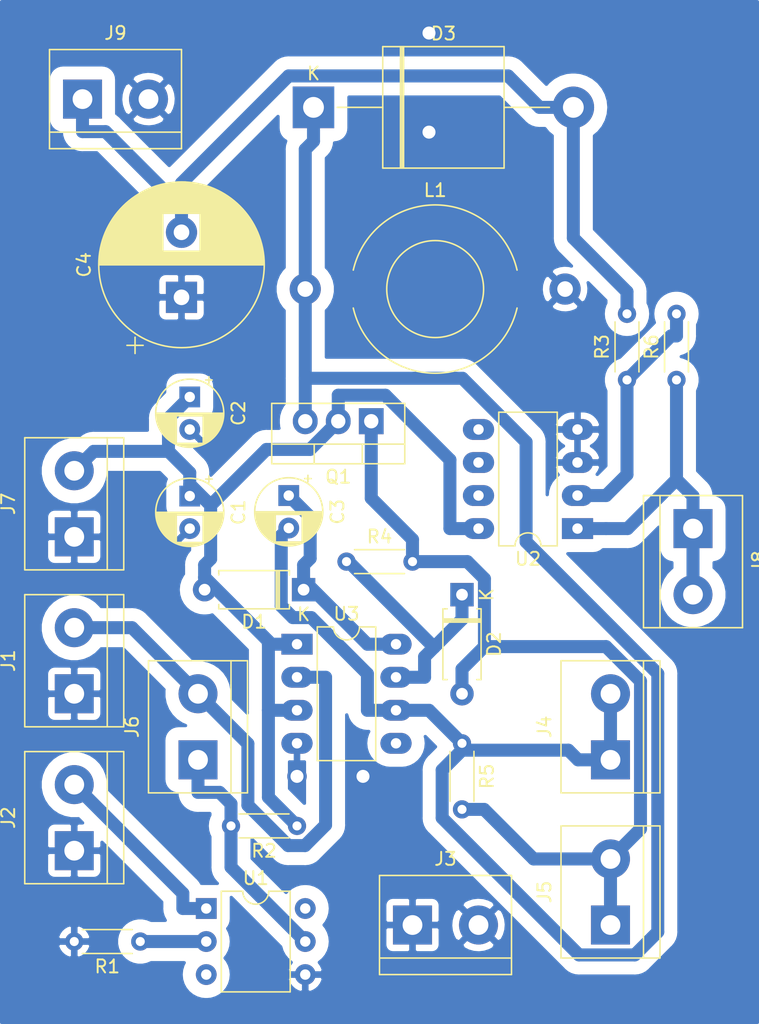
<source format=kicad_pcb>
(kicad_pcb (version 20171130) (host pcbnew "(5.1.2)-2")

  (general
    (thickness 1.6)
    (drawings 0)
    (tracks 137)
    (zones 0)
    (modules 27)
    (nets 17)
  )

  (page A4)
  (layers
    (0 F.Cu jumper hide)
    (31 B.Cu signal)
    (32 B.Adhes user hide)
    (33 F.Adhes user hide)
    (34 B.Paste user hide)
    (35 F.Paste user hide)
    (36 B.SilkS user hide)
    (37 F.SilkS user hide)
    (38 B.Mask user hide)
    (39 F.Mask user hide)
    (40 Dwgs.User user hide)
    (41 Cmts.User user hide)
    (42 Eco1.User user hide)
    (43 Eco2.User user hide)
    (44 Edge.Cuts user hide)
    (45 Margin user hide)
    (46 B.CrtYd user hide)
    (47 F.CrtYd user hide)
    (48 B.Fab user hide)
    (49 F.Fab user hide)
  )

  (setup
    (last_trace_width 1)
    (trace_clearance 0.3)
    (zone_clearance 1)
    (zone_45_only no)
    (trace_min 1)
    (via_size 1.25)
    (via_drill 1)
    (via_min_size 1)
    (via_min_drill 1)
    (uvia_size 1.25)
    (uvia_drill 1)
    (uvias_allowed no)
    (uvia_min_size 1)
    (uvia_min_drill 1)
    (edge_width 0.1)
    (segment_width 0.2)
    (pcb_text_width 0.3)
    (pcb_text_size 1.5 1.5)
    (mod_edge_width 0.15)
    (mod_text_size 1 1)
    (mod_text_width 0.15)
    (pad_size 1.524 1.524)
    (pad_drill 0.762)
    (pad_to_mask_clearance 0)
    (aux_axis_origin 0 0)
    (visible_elements 7FFFFFFF)
    (pcbplotparams
      (layerselection 0x010fc_ffffffff)
      (usegerberextensions false)
      (usegerberattributes false)
      (usegerberadvancedattributes false)
      (creategerberjobfile false)
      (excludeedgelayer true)
      (linewidth 0.100000)
      (plotframeref false)
      (viasonmask false)
      (mode 1)
      (useauxorigin false)
      (hpglpennumber 1)
      (hpglpenspeed 20)
      (hpglpendiameter 15.000000)
      (psnegative false)
      (psa4output false)
      (plotreference true)
      (plotvalue true)
      (plotinvisibletext false)
      (padsonsilk false)
      (subtractmaskfromsilk false)
      (outputformat 1)
      (mirror false)
      (drillshape 1)
      (scaleselection 1)
      (outputdirectory ""))
  )

  (net 0 "")
  (net 1 GNDA)
  (net 2 /+12v)
  (net 3 /s)
  (net 4 "Net-(C3-Pad1)")
  (net 5 "Net-(C4-Pad2)")
  (net 6 /g)
  (net 7 "Net-(D2-Pad1)")
  (net 8 /pwm)
  (net 9 "Net-(J2-Pad2)")
  (net 10 "Net-(J6-Pad1)")
  (net 11 /A0)
  (net 12 "Net-(R1-Pad1)")
  (net 13 "Net-(R3-Pad1)")
  (net 14 "Net-(U1-Pad6)")
  (net 15 "Net-(U1-Pad3)")
  (net 16 "Net-(U3-Pad5)")

  (net_class Default "This is the default net class."
    (clearance 0.3)
    (trace_width 1)
    (via_dia 1.25)
    (via_drill 1)
    (uvia_dia 1.25)
    (uvia_drill 1)
    (diff_pair_width 1)
    (diff_pair_gap 1)
    (add_net /+12v)
    (add_net /A0)
    (add_net /g)
    (add_net /pwm)
    (add_net /s)
    (add_net GNDA)
    (add_net "Net-(C3-Pad1)")
    (add_net "Net-(C4-Pad2)")
    (add_net "Net-(D2-Pad1)")
    (add_net "Net-(J2-Pad2)")
    (add_net "Net-(J6-Pad1)")
    (add_net "Net-(R1-Pad1)")
    (add_net "Net-(R3-Pad1)")
    (add_net "Net-(U1-Pad3)")
    (add_net "Net-(U1-Pad6)")
    (add_net "Net-(U3-Pad5)")
  )

  (module Package_DIP:DIP-8_W7.62mm_LongPads (layer F.Cu) (tedit 5A02E8C5) (tstamp 5DD792A8)
    (at 40.64 64.77)
    (descr "8-lead though-hole mounted DIP package, row spacing 7.62 mm (300 mils), LongPads")
    (tags "THT DIP DIL PDIP 2.54mm 7.62mm 300mil LongPads")
    (path /5DCB847A)
    (fp_text reference U3 (at 3.81 -2.33) (layer F.SilkS)
      (effects (font (size 1 1) (thickness 0.15)))
    )
    (fp_text value IR2104 (at 3.81 9.95) (layer F.Fab)
      (effects (font (size 1 1) (thickness 0.15)))
    )
    (fp_text user %R (at 3.81 3.81) (layer F.Fab)
      (effects (font (size 1 1) (thickness 0.15)))
    )
    (fp_line (start 9.1 -1.55) (end -1.45 -1.55) (layer F.CrtYd) (width 0.05))
    (fp_line (start 9.1 9.15) (end 9.1 -1.55) (layer F.CrtYd) (width 0.05))
    (fp_line (start -1.45 9.15) (end 9.1 9.15) (layer F.CrtYd) (width 0.05))
    (fp_line (start -1.45 -1.55) (end -1.45 9.15) (layer F.CrtYd) (width 0.05))
    (fp_line (start 6.06 -1.33) (end 4.81 -1.33) (layer F.SilkS) (width 0.12))
    (fp_line (start 6.06 8.95) (end 6.06 -1.33) (layer F.SilkS) (width 0.12))
    (fp_line (start 1.56 8.95) (end 6.06 8.95) (layer F.SilkS) (width 0.12))
    (fp_line (start 1.56 -1.33) (end 1.56 8.95) (layer F.SilkS) (width 0.12))
    (fp_line (start 2.81 -1.33) (end 1.56 -1.33) (layer F.SilkS) (width 0.12))
    (fp_line (start 0.635 -0.27) (end 1.635 -1.27) (layer F.Fab) (width 0.1))
    (fp_line (start 0.635 8.89) (end 0.635 -0.27) (layer F.Fab) (width 0.1))
    (fp_line (start 6.985 8.89) (end 0.635 8.89) (layer F.Fab) (width 0.1))
    (fp_line (start 6.985 -1.27) (end 6.985 8.89) (layer F.Fab) (width 0.1))
    (fp_line (start 1.635 -1.27) (end 6.985 -1.27) (layer F.Fab) (width 0.1))
    (fp_arc (start 3.81 -1.33) (end 2.81 -1.33) (angle -180) (layer F.SilkS) (width 0.12))
    (pad 8 thru_hole oval (at 7.62 0) (size 2.4 1.6) (drill 0.8) (layers *.Cu *.Mask)
      (net 4 "Net-(C3-Pad1)"))
    (pad 4 thru_hole oval (at 0 7.62) (size 2.4 1.6) (drill 0.8) (layers *.Cu *.Mask)
      (net 1 GNDA))
    (pad 7 thru_hole oval (at 7.62 2.54) (size 2.4 1.6) (drill 0.8) (layers *.Cu *.Mask)
      (net 7 "Net-(D2-Pad1)"))
    (pad 3 thru_hole oval (at 0 5.08) (size 2.4 1.6) (drill 0.8) (layers *.Cu *.Mask)
      (net 2 /+12v))
    (pad 6 thru_hole oval (at 7.62 5.08) (size 2.4 1.6) (drill 0.8) (layers *.Cu *.Mask)
      (net 3 /s))
    (pad 2 thru_hole oval (at 0 2.54) (size 2.4 1.6) (drill 0.8) (layers *.Cu *.Mask)
      (net 8 /pwm))
    (pad 5 thru_hole oval (at 7.62 7.62) (size 2.4 1.6) (drill 0.8) (layers *.Cu *.Mask)
      (net 16 "Net-(U3-Pad5)"))
    (pad 1 thru_hole rect (at 0 0) (size 2.4 1.6) (drill 0.8) (layers *.Cu *.Mask)
      (net 2 /+12v))
    (model ${KISYS3DMOD}/Package_DIP.3dshapes/DIP-8_W7.62mm.wrl
      (at (xyz 0 0 0))
      (scale (xyz 1 1 1))
      (rotate (xyz 0 0 0))
    )
  )

  (module Package_DIP:DIP-8_W7.62mm_LongPads (layer F.Cu) (tedit 5A02E8C5) (tstamp 5DD7BFA8)
    (at 62.23 55.88 180)
    (descr "8-lead though-hole mounted DIP package, row spacing 7.62 mm (300 mils), LongPads")
    (tags "THT DIP DIL PDIP 2.54mm 7.62mm 300mil LongPads")
    (path /5DCFC379)
    (fp_text reference U2 (at 3.81 -2.33) (layer F.SilkS)
      (effects (font (size 1 1) (thickness 0.15)))
    )
    (fp_text value LM358 (at 3.81 9.95) (layer F.Fab)
      (effects (font (size 1 1) (thickness 0.15)))
    )
    (fp_text user %R (at 3.81 3.81) (layer F.Fab)
      (effects (font (size 1 1) (thickness 0.15)))
    )
    (fp_line (start 9.1 -1.55) (end -1.45 -1.55) (layer F.CrtYd) (width 0.05))
    (fp_line (start 9.1 9.15) (end 9.1 -1.55) (layer F.CrtYd) (width 0.05))
    (fp_line (start -1.45 9.15) (end 9.1 9.15) (layer F.CrtYd) (width 0.05))
    (fp_line (start -1.45 -1.55) (end -1.45 9.15) (layer F.CrtYd) (width 0.05))
    (fp_line (start 6.06 -1.33) (end 4.81 -1.33) (layer F.SilkS) (width 0.12))
    (fp_line (start 6.06 8.95) (end 6.06 -1.33) (layer F.SilkS) (width 0.12))
    (fp_line (start 1.56 8.95) (end 6.06 8.95) (layer F.SilkS) (width 0.12))
    (fp_line (start 1.56 -1.33) (end 1.56 8.95) (layer F.SilkS) (width 0.12))
    (fp_line (start 2.81 -1.33) (end 1.56 -1.33) (layer F.SilkS) (width 0.12))
    (fp_line (start 0.635 -0.27) (end 1.635 -1.27) (layer F.Fab) (width 0.1))
    (fp_line (start 0.635 8.89) (end 0.635 -0.27) (layer F.Fab) (width 0.1))
    (fp_line (start 6.985 8.89) (end 0.635 8.89) (layer F.Fab) (width 0.1))
    (fp_line (start 6.985 -1.27) (end 6.985 8.89) (layer F.Fab) (width 0.1))
    (fp_line (start 1.635 -1.27) (end 6.985 -1.27) (layer F.Fab) (width 0.1))
    (fp_arc (start 3.81 -1.33) (end 2.81 -1.33) (angle -180) (layer F.SilkS) (width 0.12))
    (pad 8 thru_hole oval (at 7.62 0 180) (size 2.4 1.6) (drill 0.8) (layers *.Cu *.Mask)
      (net 2 /+12v))
    (pad 4 thru_hole oval (at 0 7.62 180) (size 2.4 1.6) (drill 0.8) (layers *.Cu *.Mask)
      (net 1 GNDA))
    (pad 7 thru_hole oval (at 7.62 2.54 180) (size 2.4 1.6) (drill 0.8) (layers *.Cu *.Mask))
    (pad 3 thru_hole oval (at 0 5.08 180) (size 2.4 1.6) (drill 0.8) (layers *.Cu *.Mask)
      (net 1 GNDA))
    (pad 6 thru_hole oval (at 7.62 5.08 180) (size 2.4 1.6) (drill 0.8) (layers *.Cu *.Mask))
    (pad 2 thru_hole oval (at 0 2.54 180) (size 2.4 1.6) (drill 0.8) (layers *.Cu *.Mask)
      (net 13 "Net-(R3-Pad1)"))
    (pad 5 thru_hole oval (at 7.62 7.62 180) (size 2.4 1.6) (drill 0.8) (layers *.Cu *.Mask))
    (pad 1 thru_hole rect (at 0 0 180) (size 2.4 1.6) (drill 0.8) (layers *.Cu *.Mask)
      (net 11 /A0))
    (model ${KISYS3DMOD}/Package_DIP.3dshapes/DIP-8_W7.62mm.wrl
      (at (xyz 0 0 0))
      (scale (xyz 1 1 1))
      (rotate (xyz 0 0 0))
    )
  )

  (module Package_DIP:DIP-6_W7.62mm (layer F.Cu) (tedit 5A02E8C5) (tstamp 5DD79CD6)
    (at 33.655 85.09)
    (descr "6-lead though-hole mounted DIP package, row spacing 7.62 mm (300 mils)")
    (tags "THT DIP DIL PDIP 2.54mm 7.62mm 300mil")
    (path /5DCA6DD5)
    (fp_text reference U1 (at 3.81 -2.33) (layer F.SilkS)
      (effects (font (size 1 1) (thickness 0.15)))
    )
    (fp_text value 4N25 (at 3.81 7.41) (layer F.Fab)
      (effects (font (size 1 1) (thickness 0.15)))
    )
    (fp_text user %R (at 3.81 2.54) (layer F.Fab)
      (effects (font (size 1 1) (thickness 0.15)))
    )
    (fp_line (start 8.7 -1.55) (end -1.1 -1.55) (layer F.CrtYd) (width 0.05))
    (fp_line (start 8.7 6.6) (end 8.7 -1.55) (layer F.CrtYd) (width 0.05))
    (fp_line (start -1.1 6.6) (end 8.7 6.6) (layer F.CrtYd) (width 0.05))
    (fp_line (start -1.1 -1.55) (end -1.1 6.6) (layer F.CrtYd) (width 0.05))
    (fp_line (start 6.46 -1.33) (end 4.81 -1.33) (layer F.SilkS) (width 0.12))
    (fp_line (start 6.46 6.41) (end 6.46 -1.33) (layer F.SilkS) (width 0.12))
    (fp_line (start 1.16 6.41) (end 6.46 6.41) (layer F.SilkS) (width 0.12))
    (fp_line (start 1.16 -1.33) (end 1.16 6.41) (layer F.SilkS) (width 0.12))
    (fp_line (start 2.81 -1.33) (end 1.16 -1.33) (layer F.SilkS) (width 0.12))
    (fp_line (start 0.635 -0.27) (end 1.635 -1.27) (layer F.Fab) (width 0.1))
    (fp_line (start 0.635 6.35) (end 0.635 -0.27) (layer F.Fab) (width 0.1))
    (fp_line (start 6.985 6.35) (end 0.635 6.35) (layer F.Fab) (width 0.1))
    (fp_line (start 6.985 -1.27) (end 6.985 6.35) (layer F.Fab) (width 0.1))
    (fp_line (start 1.635 -1.27) (end 6.985 -1.27) (layer F.Fab) (width 0.1))
    (fp_arc (start 3.81 -1.33) (end 2.81 -1.33) (angle -180) (layer F.SilkS) (width 0.12))
    (pad 6 thru_hole oval (at 7.62 0) (size 1.6 1.6) (drill 0.8) (layers *.Cu *.Mask)
      (net 14 "Net-(U1-Pad6)"))
    (pad 3 thru_hole oval (at 0 5.08) (size 1.6 1.6) (drill 0.8) (layers *.Cu *.Mask)
      (net 15 "Net-(U1-Pad3)"))
    (pad 5 thru_hole oval (at 7.62 2.54) (size 1.6 1.6) (drill 0.8) (layers *.Cu *.Mask)
      (net 10 "Net-(J6-Pad1)"))
    (pad 2 thru_hole oval (at 0 2.54) (size 1.6 1.6) (drill 0.8) (layers *.Cu *.Mask)
      (net 12 "Net-(R1-Pad1)"))
    (pad 4 thru_hole oval (at 7.62 5.08) (size 1.6 1.6) (drill 0.8) (layers *.Cu *.Mask)
      (net 1 GNDA))
    (pad 1 thru_hole rect (at 0 0) (size 1.6 1.6) (drill 0.8) (layers *.Cu *.Mask)
      (net 9 "Net-(J2-Pad2)"))
    (model ${KISYS3DMOD}/Package_DIP.3dshapes/DIP-6_W7.62mm.wrl
      (at (xyz 0 0 0))
      (scale (xyz 1 1 1))
      (rotate (xyz 0 0 0))
    )
  )

  (module Resistor_THT:R_Axial_DIN0204_L3.6mm_D1.6mm_P5.08mm_Horizontal (layer F.Cu) (tedit 5AE5139B) (tstamp 5DD79256)
    (at 69.85 44.45 90)
    (descr "Resistor, Axial_DIN0204 series, Axial, Horizontal, pin pitch=5.08mm, 0.167W, length*diameter=3.6*1.6mm^2, http://cdn-reichelt.de/documents/datenblatt/B400/1_4W%23YAG.pdf")
    (tags "Resistor Axial_DIN0204 series Axial Horizontal pin pitch 5.08mm 0.167W length 3.6mm diameter 1.6mm")
    (path /5DD10109)
    (fp_text reference R6 (at 2.54 -1.92 90) (layer F.SilkS)
      (effects (font (size 1 1) (thickness 0.15)))
    )
    (fp_text value R (at 2.54 1.92 90) (layer F.Fab)
      (effects (font (size 1 1) (thickness 0.15)))
    )
    (fp_text user %R (at 2.54 0 90) (layer F.Fab)
      (effects (font (size 0.72 0.72) (thickness 0.108)))
    )
    (fp_line (start 6.03 -1.05) (end -0.95 -1.05) (layer F.CrtYd) (width 0.05))
    (fp_line (start 6.03 1.05) (end 6.03 -1.05) (layer F.CrtYd) (width 0.05))
    (fp_line (start -0.95 1.05) (end 6.03 1.05) (layer F.CrtYd) (width 0.05))
    (fp_line (start -0.95 -1.05) (end -0.95 1.05) (layer F.CrtYd) (width 0.05))
    (fp_line (start 0.62 0.92) (end 4.46 0.92) (layer F.SilkS) (width 0.12))
    (fp_line (start 0.62 -0.92) (end 4.46 -0.92) (layer F.SilkS) (width 0.12))
    (fp_line (start 5.08 0) (end 4.34 0) (layer F.Fab) (width 0.1))
    (fp_line (start 0 0) (end 0.74 0) (layer F.Fab) (width 0.1))
    (fp_line (start 4.34 -0.8) (end 0.74 -0.8) (layer F.Fab) (width 0.1))
    (fp_line (start 4.34 0.8) (end 4.34 -0.8) (layer F.Fab) (width 0.1))
    (fp_line (start 0.74 0.8) (end 4.34 0.8) (layer F.Fab) (width 0.1))
    (fp_line (start 0.74 -0.8) (end 0.74 0.8) (layer F.Fab) (width 0.1))
    (pad 2 thru_hole oval (at 5.08 0 90) (size 1.4 1.4) (drill 0.7) (layers *.Cu *.Mask)
      (net 13 "Net-(R3-Pad1)"))
    (pad 1 thru_hole circle (at 0 0 90) (size 1.4 1.4) (drill 0.7) (layers *.Cu *.Mask)
      (net 11 /A0))
    (model ${KISYS3DMOD}/Resistor_THT.3dshapes/R_Axial_DIN0204_L3.6mm_D1.6mm_P5.08mm_Horizontal.wrl
      (at (xyz 0 0 0))
      (scale (xyz 1 1 1))
      (rotate (xyz 0 0 0))
    )
  )

  (module Resistor_THT:R_Axial_DIN0204_L3.6mm_D1.6mm_P5.08mm_Horizontal (layer F.Cu) (tedit 5AE5139B) (tstamp 5DD79243)
    (at 53.34 72.39 270)
    (descr "Resistor, Axial_DIN0204 series, Axial, Horizontal, pin pitch=5.08mm, 0.167W, length*diameter=3.6*1.6mm^2, http://cdn-reichelt.de/documents/datenblatt/B400/1_4W%23YAG.pdf")
    (tags "Resistor Axial_DIN0204 series Axial Horizontal pin pitch 5.08mm 0.167W length 3.6mm diameter 1.6mm")
    (path /5DCCAF12)
    (fp_text reference R5 (at 2.54 -1.92 90) (layer F.SilkS)
      (effects (font (size 1 1) (thickness 0.15)))
    )
    (fp_text value 1k (at 2.54 1.92 90) (layer F.Fab)
      (effects (font (size 1 1) (thickness 0.15)))
    )
    (fp_text user %R (at 2.54 0 90) (layer F.Fab)
      (effects (font (size 0.72 0.72) (thickness 0.108)))
    )
    (fp_line (start 6.03 -1.05) (end -0.95 -1.05) (layer F.CrtYd) (width 0.05))
    (fp_line (start 6.03 1.05) (end 6.03 -1.05) (layer F.CrtYd) (width 0.05))
    (fp_line (start -0.95 1.05) (end 6.03 1.05) (layer F.CrtYd) (width 0.05))
    (fp_line (start -0.95 -1.05) (end -0.95 1.05) (layer F.CrtYd) (width 0.05))
    (fp_line (start 0.62 0.92) (end 4.46 0.92) (layer F.SilkS) (width 0.12))
    (fp_line (start 0.62 -0.92) (end 4.46 -0.92) (layer F.SilkS) (width 0.12))
    (fp_line (start 5.08 0) (end 4.34 0) (layer F.Fab) (width 0.1))
    (fp_line (start 0 0) (end 0.74 0) (layer F.Fab) (width 0.1))
    (fp_line (start 4.34 -0.8) (end 0.74 -0.8) (layer F.Fab) (width 0.1))
    (fp_line (start 4.34 0.8) (end 4.34 -0.8) (layer F.Fab) (width 0.1))
    (fp_line (start 0.74 0.8) (end 4.34 0.8) (layer F.Fab) (width 0.1))
    (fp_line (start 0.74 -0.8) (end 0.74 0.8) (layer F.Fab) (width 0.1))
    (pad 2 thru_hole oval (at 5.08 0 270) (size 1.4 1.4) (drill 0.7) (layers *.Cu *.Mask)
      (net 6 /g))
    (pad 1 thru_hole circle (at 0 0 270) (size 1.4 1.4) (drill 0.7) (layers *.Cu *.Mask)
      (net 3 /s))
    (model ${KISYS3DMOD}/Resistor_THT.3dshapes/R_Axial_DIN0204_L3.6mm_D1.6mm_P5.08mm_Horizontal.wrl
      (at (xyz 0 0 0))
      (scale (xyz 1 1 1))
      (rotate (xyz 0 0 0))
    )
  )

  (module Resistor_THT:R_Axial_DIN0204_L3.6mm_D1.6mm_P5.08mm_Horizontal (layer F.Cu) (tedit 5AE5139B) (tstamp 5DD7BBB9)
    (at 44.45 58.42)
    (descr "Resistor, Axial_DIN0204 series, Axial, Horizontal, pin pitch=5.08mm, 0.167W, length*diameter=3.6*1.6mm^2, http://cdn-reichelt.de/documents/datenblatt/B400/1_4W%23YAG.pdf")
    (tags "Resistor Axial_DIN0204 series Axial Horizontal pin pitch 5.08mm 0.167W length 3.6mm diameter 1.6mm")
    (path /5DCC62DA)
    (fp_text reference R4 (at 2.54 -1.92) (layer F.SilkS)
      (effects (font (size 1 1) (thickness 0.15)))
    )
    (fp_text value 10 (at 2.54 1.92) (layer F.Fab)
      (effects (font (size 1 1) (thickness 0.15)))
    )
    (fp_text user %R (at 2.54 0) (layer F.Fab)
      (effects (font (size 0.72 0.72) (thickness 0.108)))
    )
    (fp_line (start 6.03 -1.05) (end -0.95 -1.05) (layer F.CrtYd) (width 0.05))
    (fp_line (start 6.03 1.05) (end 6.03 -1.05) (layer F.CrtYd) (width 0.05))
    (fp_line (start -0.95 1.05) (end 6.03 1.05) (layer F.CrtYd) (width 0.05))
    (fp_line (start -0.95 -1.05) (end -0.95 1.05) (layer F.CrtYd) (width 0.05))
    (fp_line (start 0.62 0.92) (end 4.46 0.92) (layer F.SilkS) (width 0.12))
    (fp_line (start 0.62 -0.92) (end 4.46 -0.92) (layer F.SilkS) (width 0.12))
    (fp_line (start 5.08 0) (end 4.34 0) (layer F.Fab) (width 0.1))
    (fp_line (start 0 0) (end 0.74 0) (layer F.Fab) (width 0.1))
    (fp_line (start 4.34 -0.8) (end 0.74 -0.8) (layer F.Fab) (width 0.1))
    (fp_line (start 4.34 0.8) (end 4.34 -0.8) (layer F.Fab) (width 0.1))
    (fp_line (start 0.74 0.8) (end 4.34 0.8) (layer F.Fab) (width 0.1))
    (fp_line (start 0.74 -0.8) (end 0.74 0.8) (layer F.Fab) (width 0.1))
    (pad 2 thru_hole oval (at 5.08 0) (size 1.4 1.4) (drill 0.7) (layers *.Cu *.Mask)
      (net 6 /g))
    (pad 1 thru_hole circle (at 0 0) (size 1.4 1.4) (drill 0.7) (layers *.Cu *.Mask)
      (net 7 "Net-(D2-Pad1)"))
    (model ${KISYS3DMOD}/Resistor_THT.3dshapes/R_Axial_DIN0204_L3.6mm_D1.6mm_P5.08mm_Horizontal.wrl
      (at (xyz 0 0 0))
      (scale (xyz 1 1 1))
      (rotate (xyz 0 0 0))
    )
  )

  (module Resistor_THT:R_Axial_DIN0204_L3.6mm_D1.6mm_P5.08mm_Horizontal (layer F.Cu) (tedit 5AE5139B) (tstamp 5DD7921D)
    (at 66.04 44.45 90)
    (descr "Resistor, Axial_DIN0204 series, Axial, Horizontal, pin pitch=5.08mm, 0.167W, length*diameter=3.6*1.6mm^2, http://cdn-reichelt.de/documents/datenblatt/B400/1_4W%23YAG.pdf")
    (tags "Resistor Axial_DIN0204 series Axial Horizontal pin pitch 5.08mm 0.167W length 3.6mm diameter 1.6mm")
    (path /5DD10C87)
    (fp_text reference R3 (at 2.54 -1.92 90) (layer F.SilkS)
      (effects (font (size 1 1) (thickness 0.15)))
    )
    (fp_text value R (at 2.54 1.92 90) (layer F.Fab)
      (effects (font (size 1 1) (thickness 0.15)))
    )
    (fp_text user %R (at 2.54 0 90) (layer F.Fab)
      (effects (font (size 0.72 0.72) (thickness 0.108)))
    )
    (fp_line (start 6.03 -1.05) (end -0.95 -1.05) (layer F.CrtYd) (width 0.05))
    (fp_line (start 6.03 1.05) (end 6.03 -1.05) (layer F.CrtYd) (width 0.05))
    (fp_line (start -0.95 1.05) (end 6.03 1.05) (layer F.CrtYd) (width 0.05))
    (fp_line (start -0.95 -1.05) (end -0.95 1.05) (layer F.CrtYd) (width 0.05))
    (fp_line (start 0.62 0.92) (end 4.46 0.92) (layer F.SilkS) (width 0.12))
    (fp_line (start 0.62 -0.92) (end 4.46 -0.92) (layer F.SilkS) (width 0.12))
    (fp_line (start 5.08 0) (end 4.34 0) (layer F.Fab) (width 0.1))
    (fp_line (start 0 0) (end 0.74 0) (layer F.Fab) (width 0.1))
    (fp_line (start 4.34 -0.8) (end 0.74 -0.8) (layer F.Fab) (width 0.1))
    (fp_line (start 4.34 0.8) (end 4.34 -0.8) (layer F.Fab) (width 0.1))
    (fp_line (start 0.74 0.8) (end 4.34 0.8) (layer F.Fab) (width 0.1))
    (fp_line (start 0.74 -0.8) (end 0.74 0.8) (layer F.Fab) (width 0.1))
    (pad 2 thru_hole oval (at 5.08 0 90) (size 1.4 1.4) (drill 0.7) (layers *.Cu *.Mask)
      (net 5 "Net-(C4-Pad2)"))
    (pad 1 thru_hole circle (at 0 0 90) (size 1.4 1.4) (drill 0.7) (layers *.Cu *.Mask)
      (net 13 "Net-(R3-Pad1)"))
    (model ${KISYS3DMOD}/Resistor_THT.3dshapes/R_Axial_DIN0204_L3.6mm_D1.6mm_P5.08mm_Horizontal.wrl
      (at (xyz 0 0 0))
      (scale (xyz 1 1 1))
      (rotate (xyz 0 0 0))
    )
  )

  (module Resistor_THT:R_Axial_DIN0204_L3.6mm_D1.6mm_P5.08mm_Horizontal (layer F.Cu) (tedit 5AE5139B) (tstamp 5DD7920A)
    (at 40.64 78.74 180)
    (descr "Resistor, Axial_DIN0204 series, Axial, Horizontal, pin pitch=5.08mm, 0.167W, length*diameter=3.6*1.6mm^2, http://cdn-reichelt.de/documents/datenblatt/B400/1_4W%23YAG.pdf")
    (tags "Resistor Axial_DIN0204 series Axial Horizontal pin pitch 5.08mm 0.167W length 3.6mm diameter 1.6mm")
    (path /5DCABFC6)
    (fp_text reference R2 (at 2.54 -1.92) (layer F.SilkS)
      (effects (font (size 1 1) (thickness 0.15)))
    )
    (fp_text value 10k (at 2.54 1.92) (layer F.Fab)
      (effects (font (size 1 1) (thickness 0.15)))
    )
    (fp_text user %R (at 2.54 0) (layer F.Fab)
      (effects (font (size 0.72 0.72) (thickness 0.108)))
    )
    (fp_line (start 6.03 -1.05) (end -0.95 -1.05) (layer F.CrtYd) (width 0.05))
    (fp_line (start 6.03 1.05) (end 6.03 -1.05) (layer F.CrtYd) (width 0.05))
    (fp_line (start -0.95 1.05) (end 6.03 1.05) (layer F.CrtYd) (width 0.05))
    (fp_line (start -0.95 -1.05) (end -0.95 1.05) (layer F.CrtYd) (width 0.05))
    (fp_line (start 0.62 0.92) (end 4.46 0.92) (layer F.SilkS) (width 0.12))
    (fp_line (start 0.62 -0.92) (end 4.46 -0.92) (layer F.SilkS) (width 0.12))
    (fp_line (start 5.08 0) (end 4.34 0) (layer F.Fab) (width 0.1))
    (fp_line (start 0 0) (end 0.74 0) (layer F.Fab) (width 0.1))
    (fp_line (start 4.34 -0.8) (end 0.74 -0.8) (layer F.Fab) (width 0.1))
    (fp_line (start 4.34 0.8) (end 4.34 -0.8) (layer F.Fab) (width 0.1))
    (fp_line (start 0.74 0.8) (end 4.34 0.8) (layer F.Fab) (width 0.1))
    (fp_line (start 0.74 -0.8) (end 0.74 0.8) (layer F.Fab) (width 0.1))
    (pad 2 thru_hole oval (at 5.08 0 180) (size 1.4 1.4) (drill 0.7) (layers *.Cu *.Mask)
      (net 10 "Net-(J6-Pad1)"))
    (pad 1 thru_hole circle (at 0 0 180) (size 1.4 1.4) (drill 0.7) (layers *.Cu *.Mask)
      (net 2 /+12v))
    (model ${KISYS3DMOD}/Resistor_THT.3dshapes/R_Axial_DIN0204_L3.6mm_D1.6mm_P5.08mm_Horizontal.wrl
      (at (xyz 0 0 0))
      (scale (xyz 1 1 1))
      (rotate (xyz 0 0 0))
    )
  )

  (module Resistor_THT:R_Axial_DIN0204_L3.6mm_D1.6mm_P5.08mm_Horizontal (layer F.Cu) (tedit 5AE5139B) (tstamp 5DD791F7)
    (at 28.575 87.63 180)
    (descr "Resistor, Axial_DIN0204 series, Axial, Horizontal, pin pitch=5.08mm, 0.167W, length*diameter=3.6*1.6mm^2, http://cdn-reichelt.de/documents/datenblatt/B400/1_4W%23YAG.pdf")
    (tags "Resistor Axial_DIN0204 series Axial Horizontal pin pitch 5.08mm 0.167W length 3.6mm diameter 1.6mm")
    (path /5DCA90FA)
    (fp_text reference R1 (at 2.54 -1.92) (layer F.SilkS)
      (effects (font (size 1 1) (thickness 0.15)))
    )
    (fp_text value 100 (at 2.54 1.92) (layer F.Fab)
      (effects (font (size 1 1) (thickness 0.15)))
    )
    (fp_text user %R (at 2.54 0) (layer F.Fab)
      (effects (font (size 0.72 0.72) (thickness 0.108)))
    )
    (fp_line (start 6.03 -1.05) (end -0.95 -1.05) (layer F.CrtYd) (width 0.05))
    (fp_line (start 6.03 1.05) (end 6.03 -1.05) (layer F.CrtYd) (width 0.05))
    (fp_line (start -0.95 1.05) (end 6.03 1.05) (layer F.CrtYd) (width 0.05))
    (fp_line (start -0.95 -1.05) (end -0.95 1.05) (layer F.CrtYd) (width 0.05))
    (fp_line (start 0.62 0.92) (end 4.46 0.92) (layer F.SilkS) (width 0.12))
    (fp_line (start 0.62 -0.92) (end 4.46 -0.92) (layer F.SilkS) (width 0.12))
    (fp_line (start 5.08 0) (end 4.34 0) (layer F.Fab) (width 0.1))
    (fp_line (start 0 0) (end 0.74 0) (layer F.Fab) (width 0.1))
    (fp_line (start 4.34 -0.8) (end 0.74 -0.8) (layer F.Fab) (width 0.1))
    (fp_line (start 4.34 0.8) (end 4.34 -0.8) (layer F.Fab) (width 0.1))
    (fp_line (start 0.74 0.8) (end 4.34 0.8) (layer F.Fab) (width 0.1))
    (fp_line (start 0.74 -0.8) (end 0.74 0.8) (layer F.Fab) (width 0.1))
    (pad 2 thru_hole oval (at 5.08 0 180) (size 1.4 1.4) (drill 0.7) (layers *.Cu *.Mask)
      (net 1 GNDA))
    (pad 1 thru_hole circle (at 0 0 180) (size 1.4 1.4) (drill 0.7) (layers *.Cu *.Mask)
      (net 12 "Net-(R1-Pad1)"))
    (model ${KISYS3DMOD}/Resistor_THT.3dshapes/R_Axial_DIN0204_L3.6mm_D1.6mm_P5.08mm_Horizontal.wrl
      (at (xyz 0 0 0))
      (scale (xyz 1 1 1))
      (rotate (xyz 0 0 0))
    )
  )

  (module Package_TO_SOT_THT:TO-220-3_Vertical (layer F.Cu) (tedit 5AC8BA0D) (tstamp 5DD791E4)
    (at 46.355 47.625 180)
    (descr "TO-220-3, Vertical, RM 2.54mm, see https://www.vishay.com/docs/66542/to-220-1.pdf")
    (tags "TO-220-3 Vertical RM 2.54mm")
    (path /5DCD6779)
    (fp_text reference Q1 (at 2.54 -4.27) (layer F.SilkS)
      (effects (font (size 1 1) (thickness 0.15)))
    )
    (fp_text value IRF540N (at 2.54 2.5) (layer F.Fab)
      (effects (font (size 1 1) (thickness 0.15)))
    )
    (fp_text user %R (at 2.54 -4.27) (layer F.Fab)
      (effects (font (size 1 1) (thickness 0.15)))
    )
    (fp_line (start 7.79 -3.4) (end -2.71 -3.4) (layer F.CrtYd) (width 0.05))
    (fp_line (start 7.79 1.51) (end 7.79 -3.4) (layer F.CrtYd) (width 0.05))
    (fp_line (start -2.71 1.51) (end 7.79 1.51) (layer F.CrtYd) (width 0.05))
    (fp_line (start -2.71 -3.4) (end -2.71 1.51) (layer F.CrtYd) (width 0.05))
    (fp_line (start 4.391 -3.27) (end 4.391 -1.76) (layer F.SilkS) (width 0.12))
    (fp_line (start 0.69 -3.27) (end 0.69 -1.76) (layer F.SilkS) (width 0.12))
    (fp_line (start -2.58 -1.76) (end 7.66 -1.76) (layer F.SilkS) (width 0.12))
    (fp_line (start 7.66 -3.27) (end 7.66 1.371) (layer F.SilkS) (width 0.12))
    (fp_line (start -2.58 -3.27) (end -2.58 1.371) (layer F.SilkS) (width 0.12))
    (fp_line (start -2.58 1.371) (end 7.66 1.371) (layer F.SilkS) (width 0.12))
    (fp_line (start -2.58 -3.27) (end 7.66 -3.27) (layer F.SilkS) (width 0.12))
    (fp_line (start 4.39 -3.15) (end 4.39 -1.88) (layer F.Fab) (width 0.1))
    (fp_line (start 0.69 -3.15) (end 0.69 -1.88) (layer F.Fab) (width 0.1))
    (fp_line (start -2.46 -1.88) (end 7.54 -1.88) (layer F.Fab) (width 0.1))
    (fp_line (start 7.54 -3.15) (end -2.46 -3.15) (layer F.Fab) (width 0.1))
    (fp_line (start 7.54 1.25) (end 7.54 -3.15) (layer F.Fab) (width 0.1))
    (fp_line (start -2.46 1.25) (end 7.54 1.25) (layer F.Fab) (width 0.1))
    (fp_line (start -2.46 -3.15) (end -2.46 1.25) (layer F.Fab) (width 0.1))
    (pad 3 thru_hole oval (at 5.08 0 180) (size 1.905 2) (drill 1.1) (layers *.Cu *.Mask)
      (net 3 /s))
    (pad 2 thru_hole oval (at 2.54 0 180) (size 1.905 2) (drill 1.1) (layers *.Cu *.Mask)
      (net 2 /+12v))
    (pad 1 thru_hole rect (at 0 0 180) (size 1.905 2) (drill 1.1) (layers *.Cu *.Mask)
      (net 6 /g))
    (model ${KISYS3DMOD}/Package_TO_SOT_THT.3dshapes/TO-220-3_Vertical.wrl
      (at (xyz 0 0 0))
      (scale (xyz 1 1 1))
      (rotate (xyz 0 0 0))
    )
  )

  (module Inductor_THT:L_Toroid_Horizontal_D12.7mm_P20.00mm_Diameter14-5mm_Amidon-T50 (layer F.Cu) (tedit 5AE59B06) (tstamp 5DD791CA)
    (at 41.275 37.465)
    (descr "L_Toroid, Horizontal series, Radial, pin pitch=20.00mm, , diameter=12.7mm, Diameter14-5mm, Amidon-T50")
    (tags "L_Toroid Horizontal series Radial pin pitch 20.00mm  diameter 12.7mm Diameter14-5mm Amidon-T50")
    (path /5DCE80E7)
    (fp_text reference L1 (at 10 -7.6) (layer F.SilkS)
      (effects (font (size 1 1) (thickness 0.15)))
    )
    (fp_text value L (at 10 7.6) (layer F.Fab)
      (effects (font (size 1 1) (thickness 0.15)))
    )
    (fp_text user %R (at 10 0) (layer F.Fab)
      (effects (font (size 1 1) (thickness 0.15)))
    )
    (fp_line (start 21.45 -6.6) (end -1.45 -6.6) (layer F.CrtYd) (width 0.05))
    (fp_line (start 21.45 6.6) (end 21.45 -6.6) (layer F.CrtYd) (width 0.05))
    (fp_line (start -1.45 6.6) (end 21.45 6.6) (layer F.CrtYd) (width 0.05))
    (fp_line (start -1.45 -6.6) (end -1.45 6.6) (layer F.CrtYd) (width 0.05))
    (fp_line (start 16.3406 -0.001175) (end 13.673279 0.983492) (layer F.Fab) (width 0.1))
    (fp_line (start 15.490582 -3.171233) (end 13.672915 -0.984854) (layer F.Fab) (width 0.1))
    (fp_line (start 13.169452 -5.49161) (end 12.688452 -2.689324) (layer F.Fab) (width 0.1))
    (fp_line (start 9.999119 -6.3406) (end 10.983662 -3.673234) (layer F.Fab) (width 0.1))
    (fp_line (start 6.829022 -5.490729) (end 9.015317 -3.67296) (layer F.Fab) (width 0.1))
    (fp_line (start 4.508537 -3.169706) (end 7.310801 -2.688577) (layer F.Fab) (width 0.1))
    (fp_line (start 3.6594 0.000587) (end 6.326812 -0.983833) (layer F.Fab) (width 0.1))
    (fp_line (start 4.509124 3.170724) (end 6.326994 0.984513) (layer F.Fab) (width 0.1))
    (fp_line (start 6.830039 5.491316) (end 7.311299 2.689075) (layer F.Fab) (width 0.1))
    (fp_line (start 10.000294 6.3406) (end 9.015997 3.673143) (layer F.Fab) (width 0.1))
    (fp_line (start 13.17047 5.491023) (end 10.984343 3.673051) (layer F.Fab) (width 0.1))
    (fp_line (start 15.49117 3.170215) (end 12.68895 2.688826) (layer F.Fab) (width 0.1))
    (fp_line (start 16.3406 0) (end 13.673097 0.984173) (layer F.Fab) (width 0.1))
    (fp_circle (center 10 0) (end 13.7281 0) (layer F.SilkS) (width 0.12))
    (fp_circle (center 10 0) (end 13.8481 0) (layer F.Fab) (width 0.1))
    (fp_circle (center 10 0) (end 16.35 0) (layer F.Fab) (width 0.1))
    (fp_arc (start 10 0) (end 3.696882 1.46) (angle -153.916984) (layer F.SilkS) (width 0.12))
    (fp_arc (start 10 0) (end 3.696882 -1.46) (angle 153.916984) (layer F.SilkS) (width 0.12))
    (pad 2 thru_hole circle (at 20 0) (size 2.4 2.4) (drill 1.2) (layers *.Cu *.Mask)
      (net 1 GNDA))
    (pad 1 thru_hole circle (at 0 0) (size 2.4 2.4) (drill 1.2) (layers *.Cu *.Mask)
      (net 3 /s))
    (model ${KISYS3DMOD}/Inductor_THT.3dshapes/L_Toroid_Horizontal_D12.7mm_P20.00mm_Diameter14-5mm_Amidon-T50.wrl
      (at (xyz 0 0 0))
      (scale (xyz 1 1 1))
      (rotate (xyz 0 0 0))
    )
  )

  (module TerminalBlock:TerminalBlock_bornier-2_P5.08mm (layer F.Cu) (tedit 59FF03AB) (tstamp 5DD791AD)
    (at 24.13 22.86)
    (descr "simple 2-pin terminal block, pitch 5.08mm, revamped version of bornier2")
    (tags "terminal block bornier2")
    (path /5DCF3D6E)
    (fp_text reference J9 (at 2.54 -5.08) (layer F.SilkS)
      (effects (font (size 1 1) (thickness 0.15)))
    )
    (fp_text value output (at 2.54 5.08) (layer F.Fab)
      (effects (font (size 1 1) (thickness 0.15)))
    )
    (fp_line (start 7.79 4) (end -2.71 4) (layer F.CrtYd) (width 0.05))
    (fp_line (start 7.79 4) (end 7.79 -4) (layer F.CrtYd) (width 0.05))
    (fp_line (start -2.71 -4) (end -2.71 4) (layer F.CrtYd) (width 0.05))
    (fp_line (start -2.71 -4) (end 7.79 -4) (layer F.CrtYd) (width 0.05))
    (fp_line (start -2.54 3.81) (end 7.62 3.81) (layer F.SilkS) (width 0.12))
    (fp_line (start -2.54 -3.81) (end -2.54 3.81) (layer F.SilkS) (width 0.12))
    (fp_line (start 7.62 -3.81) (end -2.54 -3.81) (layer F.SilkS) (width 0.12))
    (fp_line (start 7.62 3.81) (end 7.62 -3.81) (layer F.SilkS) (width 0.12))
    (fp_line (start 7.62 2.54) (end -2.54 2.54) (layer F.SilkS) (width 0.12))
    (fp_line (start 7.54 -3.75) (end -2.46 -3.75) (layer F.Fab) (width 0.1))
    (fp_line (start 7.54 3.75) (end 7.54 -3.75) (layer F.Fab) (width 0.1))
    (fp_line (start -2.46 3.75) (end 7.54 3.75) (layer F.Fab) (width 0.1))
    (fp_line (start -2.46 -3.75) (end -2.46 3.75) (layer F.Fab) (width 0.1))
    (fp_line (start -2.41 2.55) (end 7.49 2.55) (layer F.Fab) (width 0.1))
    (fp_text user %R (at 2.54 0) (layer F.Fab)
      (effects (font (size 1 1) (thickness 0.15)))
    )
    (pad 2 thru_hole circle (at 5.08 0) (size 3 3) (drill 1.52) (layers *.Cu *.Mask)
      (net 1 GNDA))
    (pad 1 thru_hole rect (at 0 0) (size 3 3) (drill 1.52) (layers *.Cu *.Mask)
      (net 5 "Net-(C4-Pad2)"))
    (model ${KISYS3DMOD}/TerminalBlock.3dshapes/TerminalBlock_bornier-2_P5.08mm.wrl
      (offset (xyz 2.539999961853027 0 0))
      (scale (xyz 1 1 1))
      (rotate (xyz 0 0 0))
    )
  )

  (module TerminalBlock:TerminalBlock_bornier-2_P5.08mm (layer F.Cu) (tedit 59FF03AB) (tstamp 5DD79198)
    (at 71.12 55.88 270)
    (descr "simple 2-pin terminal block, pitch 5.08mm, revamped version of bornier2")
    (tags "terminal block bornier2")
    (path /5DD994CC)
    (fp_text reference J8 (at 2.54 -5.08 90) (layer F.SilkS)
      (effects (font (size 1 1) (thickness 0.15)))
    )
    (fp_text value pi (at 2.54 5.08 90) (layer F.Fab)
      (effects (font (size 1 1) (thickness 0.15)))
    )
    (fp_line (start 7.79 4) (end -2.71 4) (layer F.CrtYd) (width 0.05))
    (fp_line (start 7.79 4) (end 7.79 -4) (layer F.CrtYd) (width 0.05))
    (fp_line (start -2.71 -4) (end -2.71 4) (layer F.CrtYd) (width 0.05))
    (fp_line (start -2.71 -4) (end 7.79 -4) (layer F.CrtYd) (width 0.05))
    (fp_line (start -2.54 3.81) (end 7.62 3.81) (layer F.SilkS) (width 0.12))
    (fp_line (start -2.54 -3.81) (end -2.54 3.81) (layer F.SilkS) (width 0.12))
    (fp_line (start 7.62 -3.81) (end -2.54 -3.81) (layer F.SilkS) (width 0.12))
    (fp_line (start 7.62 3.81) (end 7.62 -3.81) (layer F.SilkS) (width 0.12))
    (fp_line (start 7.62 2.54) (end -2.54 2.54) (layer F.SilkS) (width 0.12))
    (fp_line (start 7.54 -3.75) (end -2.46 -3.75) (layer F.Fab) (width 0.1))
    (fp_line (start 7.54 3.75) (end 7.54 -3.75) (layer F.Fab) (width 0.1))
    (fp_line (start -2.46 3.75) (end 7.54 3.75) (layer F.Fab) (width 0.1))
    (fp_line (start -2.46 -3.75) (end -2.46 3.75) (layer F.Fab) (width 0.1))
    (fp_line (start -2.41 2.55) (end 7.49 2.55) (layer F.Fab) (width 0.1))
    (fp_text user %R (at 2.54 0 90) (layer F.Fab)
      (effects (font (size 1 1) (thickness 0.15)))
    )
    (pad 2 thru_hole circle (at 5.08 0 270) (size 3 3) (drill 1.52) (layers *.Cu *.Mask)
      (net 11 /A0))
    (pad 1 thru_hole rect (at 0 0 270) (size 3 3) (drill 1.52) (layers *.Cu *.Mask)
      (net 11 /A0))
    (model ${KISYS3DMOD}/TerminalBlock.3dshapes/TerminalBlock_bornier-2_P5.08mm.wrl
      (offset (xyz 2.539999961853027 0 0))
      (scale (xyz 1 1 1))
      (rotate (xyz 0 0 0))
    )
  )

  (module TerminalBlock:TerminalBlock_bornier-2_P5.08mm (layer F.Cu) (tedit 59FF03AB) (tstamp 5DD79183)
    (at 23.495 56.515 90)
    (descr "simple 2-pin terminal block, pitch 5.08mm, revamped version of bornier2")
    (tags "terminal block bornier2")
    (path /5DD8C460)
    (fp_text reference J7 (at 2.54 -5.08 90) (layer F.SilkS)
      (effects (font (size 1 1) (thickness 0.15)))
    )
    (fp_text value fonte (at 2.54 5.08 90) (layer F.Fab)
      (effects (font (size 1 1) (thickness 0.15)))
    )
    (fp_line (start 7.79 4) (end -2.71 4) (layer F.CrtYd) (width 0.05))
    (fp_line (start 7.79 4) (end 7.79 -4) (layer F.CrtYd) (width 0.05))
    (fp_line (start -2.71 -4) (end -2.71 4) (layer F.CrtYd) (width 0.05))
    (fp_line (start -2.71 -4) (end 7.79 -4) (layer F.CrtYd) (width 0.05))
    (fp_line (start -2.54 3.81) (end 7.62 3.81) (layer F.SilkS) (width 0.12))
    (fp_line (start -2.54 -3.81) (end -2.54 3.81) (layer F.SilkS) (width 0.12))
    (fp_line (start 7.62 -3.81) (end -2.54 -3.81) (layer F.SilkS) (width 0.12))
    (fp_line (start 7.62 3.81) (end 7.62 -3.81) (layer F.SilkS) (width 0.12))
    (fp_line (start 7.62 2.54) (end -2.54 2.54) (layer F.SilkS) (width 0.12))
    (fp_line (start 7.54 -3.75) (end -2.46 -3.75) (layer F.Fab) (width 0.1))
    (fp_line (start 7.54 3.75) (end 7.54 -3.75) (layer F.Fab) (width 0.1))
    (fp_line (start -2.46 3.75) (end 7.54 3.75) (layer F.Fab) (width 0.1))
    (fp_line (start -2.46 -3.75) (end -2.46 3.75) (layer F.Fab) (width 0.1))
    (fp_line (start -2.41 2.55) (end 7.49 2.55) (layer F.Fab) (width 0.1))
    (fp_text user %R (at 2.54 0 90) (layer F.Fab)
      (effects (font (size 1 1) (thickness 0.15)))
    )
    (pad 2 thru_hole circle (at 5.08 0 90) (size 3 3) (drill 1.52) (layers *.Cu *.Mask)
      (net 2 /+12v))
    (pad 1 thru_hole rect (at 0 0 90) (size 3 3) (drill 1.52) (layers *.Cu *.Mask)
      (net 1 GNDA))
    (model ${KISYS3DMOD}/TerminalBlock.3dshapes/TerminalBlock_bornier-2_P5.08mm.wrl
      (offset (xyz 2.539999961853027 0 0))
      (scale (xyz 1 1 1))
      (rotate (xyz 0 0 0))
    )
  )

  (module TerminalBlock:TerminalBlock_bornier-2_P5.08mm (layer F.Cu) (tedit 59FF03AB) (tstamp 5DD7916E)
    (at 33.02 73.66 90)
    (descr "simple 2-pin terminal block, pitch 5.08mm, revamped version of bornier2")
    (tags "terminal block bornier2")
    (path /5DDB30C3)
    (fp_text reference J6 (at 2.54 -5.08 90) (layer F.SilkS)
      (effects (font (size 1 1) (thickness 0.15)))
    )
    (fp_text value jumper (at 2.54 5.08 90) (layer F.Fab)
      (effects (font (size 1 1) (thickness 0.15)))
    )
    (fp_line (start 7.79 4) (end -2.71 4) (layer F.CrtYd) (width 0.05))
    (fp_line (start 7.79 4) (end 7.79 -4) (layer F.CrtYd) (width 0.05))
    (fp_line (start -2.71 -4) (end -2.71 4) (layer F.CrtYd) (width 0.05))
    (fp_line (start -2.71 -4) (end 7.79 -4) (layer F.CrtYd) (width 0.05))
    (fp_line (start -2.54 3.81) (end 7.62 3.81) (layer F.SilkS) (width 0.12))
    (fp_line (start -2.54 -3.81) (end -2.54 3.81) (layer F.SilkS) (width 0.12))
    (fp_line (start 7.62 -3.81) (end -2.54 -3.81) (layer F.SilkS) (width 0.12))
    (fp_line (start 7.62 3.81) (end 7.62 -3.81) (layer F.SilkS) (width 0.12))
    (fp_line (start 7.62 2.54) (end -2.54 2.54) (layer F.SilkS) (width 0.12))
    (fp_line (start 7.54 -3.75) (end -2.46 -3.75) (layer F.Fab) (width 0.1))
    (fp_line (start 7.54 3.75) (end 7.54 -3.75) (layer F.Fab) (width 0.1))
    (fp_line (start -2.46 3.75) (end 7.54 3.75) (layer F.Fab) (width 0.1))
    (fp_line (start -2.46 -3.75) (end -2.46 3.75) (layer F.Fab) (width 0.1))
    (fp_line (start -2.41 2.55) (end 7.49 2.55) (layer F.Fab) (width 0.1))
    (fp_text user %R (at 2.54 0 90) (layer F.Fab)
      (effects (font (size 1 1) (thickness 0.15)))
    )
    (pad 2 thru_hole circle (at 5.08 0 90) (size 3 3) (drill 1.52) (layers *.Cu *.Mask)
      (net 8 /pwm))
    (pad 1 thru_hole rect (at 0 0 90) (size 3 3) (drill 1.52) (layers *.Cu *.Mask)
      (net 10 "Net-(J6-Pad1)"))
    (model ${KISYS3DMOD}/TerminalBlock.3dshapes/TerminalBlock_bornier-2_P5.08mm.wrl
      (offset (xyz 2.539999961853027 0 0))
      (scale (xyz 1 1 1))
      (rotate (xyz 0 0 0))
    )
  )

  (module TerminalBlock:TerminalBlock_bornier-2_P5.08mm (layer F.Cu) (tedit 59FF03AB) (tstamp 5DD79159)
    (at 64.77 86.36 90)
    (descr "simple 2-pin terminal block, pitch 5.08mm, revamped version of bornier2")
    (tags "terminal block bornier2")
    (path /5DD98A90)
    (fp_text reference J5 (at 2.54 -5.08 90) (layer F.SilkS)
      (effects (font (size 1 1) (thickness 0.15)))
    )
    (fp_text value pinbar_g (at 2.54 5.08 90) (layer F.Fab)
      (effects (font (size 1 1) (thickness 0.15)))
    )
    (fp_line (start 7.79 4) (end -2.71 4) (layer F.CrtYd) (width 0.05))
    (fp_line (start 7.79 4) (end 7.79 -4) (layer F.CrtYd) (width 0.05))
    (fp_line (start -2.71 -4) (end -2.71 4) (layer F.CrtYd) (width 0.05))
    (fp_line (start -2.71 -4) (end 7.79 -4) (layer F.CrtYd) (width 0.05))
    (fp_line (start -2.54 3.81) (end 7.62 3.81) (layer F.SilkS) (width 0.12))
    (fp_line (start -2.54 -3.81) (end -2.54 3.81) (layer F.SilkS) (width 0.12))
    (fp_line (start 7.62 -3.81) (end -2.54 -3.81) (layer F.SilkS) (width 0.12))
    (fp_line (start 7.62 3.81) (end 7.62 -3.81) (layer F.SilkS) (width 0.12))
    (fp_line (start 7.62 2.54) (end -2.54 2.54) (layer F.SilkS) (width 0.12))
    (fp_line (start 7.54 -3.75) (end -2.46 -3.75) (layer F.Fab) (width 0.1))
    (fp_line (start 7.54 3.75) (end 7.54 -3.75) (layer F.Fab) (width 0.1))
    (fp_line (start -2.46 3.75) (end 7.54 3.75) (layer F.Fab) (width 0.1))
    (fp_line (start -2.46 -3.75) (end -2.46 3.75) (layer F.Fab) (width 0.1))
    (fp_line (start -2.41 2.55) (end 7.49 2.55) (layer F.Fab) (width 0.1))
    (fp_text user %R (at 2.54 0 90) (layer F.Fab)
      (effects (font (size 1 1) (thickness 0.15)))
    )
    (pad 2 thru_hole circle (at 5.08 0 90) (size 3 3) (drill 1.52) (layers *.Cu *.Mask)
      (net 6 /g))
    (pad 1 thru_hole rect (at 0 0 90) (size 3 3) (drill 1.52) (layers *.Cu *.Mask)
      (net 6 /g))
    (model ${KISYS3DMOD}/TerminalBlock.3dshapes/TerminalBlock_bornier-2_P5.08mm.wrl
      (offset (xyz 2.539999961853027 0 0))
      (scale (xyz 1 1 1))
      (rotate (xyz 0 0 0))
    )
  )

  (module TerminalBlock:TerminalBlock_bornier-2_P5.08mm (layer F.Cu) (tedit 59FF03AB) (tstamp 5DD79144)
    (at 64.77 73.66 90)
    (descr "simple 2-pin terminal block, pitch 5.08mm, revamped version of bornier2")
    (tags "terminal block bornier2")
    (path /5DD990FD)
    (fp_text reference J4 (at 2.54 -5.08 90) (layer F.SilkS)
      (effects (font (size 1 1) (thickness 0.15)))
    )
    (fp_text value pinbar_s (at 2.54 5.08 90) (layer F.Fab)
      (effects (font (size 1 1) (thickness 0.15)))
    )
    (fp_line (start 7.79 4) (end -2.71 4) (layer F.CrtYd) (width 0.05))
    (fp_line (start 7.79 4) (end 7.79 -4) (layer F.CrtYd) (width 0.05))
    (fp_line (start -2.71 -4) (end -2.71 4) (layer F.CrtYd) (width 0.05))
    (fp_line (start -2.71 -4) (end 7.79 -4) (layer F.CrtYd) (width 0.05))
    (fp_line (start -2.54 3.81) (end 7.62 3.81) (layer F.SilkS) (width 0.12))
    (fp_line (start -2.54 -3.81) (end -2.54 3.81) (layer F.SilkS) (width 0.12))
    (fp_line (start 7.62 -3.81) (end -2.54 -3.81) (layer F.SilkS) (width 0.12))
    (fp_line (start 7.62 3.81) (end 7.62 -3.81) (layer F.SilkS) (width 0.12))
    (fp_line (start 7.62 2.54) (end -2.54 2.54) (layer F.SilkS) (width 0.12))
    (fp_line (start 7.54 -3.75) (end -2.46 -3.75) (layer F.Fab) (width 0.1))
    (fp_line (start 7.54 3.75) (end 7.54 -3.75) (layer F.Fab) (width 0.1))
    (fp_line (start -2.46 3.75) (end 7.54 3.75) (layer F.Fab) (width 0.1))
    (fp_line (start -2.46 -3.75) (end -2.46 3.75) (layer F.Fab) (width 0.1))
    (fp_line (start -2.41 2.55) (end 7.49 2.55) (layer F.Fab) (width 0.1))
    (fp_text user %R (at 2.54 0 90) (layer F.Fab)
      (effects (font (size 1 1) (thickness 0.15)))
    )
    (pad 2 thru_hole circle (at 5.08 0 90) (size 3 3) (drill 1.52) (layers *.Cu *.Mask)
      (net 3 /s))
    (pad 1 thru_hole rect (at 0 0 90) (size 3 3) (drill 1.52) (layers *.Cu *.Mask)
      (net 3 /s))
    (model ${KISYS3DMOD}/TerminalBlock.3dshapes/TerminalBlock_bornier-2_P5.08mm.wrl
      (offset (xyz 2.539999961853027 0 0))
      (scale (xyz 1 1 1))
      (rotate (xyz 0 0 0))
    )
  )

  (module TerminalBlock:TerminalBlock_bornier-2_P5.08mm (layer F.Cu) (tedit 59FF03AB) (tstamp 5DD7912F)
    (at 49.53 86.36)
    (descr "simple 2-pin terminal block, pitch 5.08mm, revamped version of bornier2")
    (tags "terminal block bornier2")
    (path /5DDA7240)
    (fp_text reference J3 (at 2.54 -5.08) (layer F.SilkS)
      (effects (font (size 1 1) (thickness 0.15)))
    )
    (fp_text value pinbar_gnd (at 2.54 5.08) (layer F.Fab)
      (effects (font (size 1 1) (thickness 0.15)))
    )
    (fp_line (start 7.79 4) (end -2.71 4) (layer F.CrtYd) (width 0.05))
    (fp_line (start 7.79 4) (end 7.79 -4) (layer F.CrtYd) (width 0.05))
    (fp_line (start -2.71 -4) (end -2.71 4) (layer F.CrtYd) (width 0.05))
    (fp_line (start -2.71 -4) (end 7.79 -4) (layer F.CrtYd) (width 0.05))
    (fp_line (start -2.54 3.81) (end 7.62 3.81) (layer F.SilkS) (width 0.12))
    (fp_line (start -2.54 -3.81) (end -2.54 3.81) (layer F.SilkS) (width 0.12))
    (fp_line (start 7.62 -3.81) (end -2.54 -3.81) (layer F.SilkS) (width 0.12))
    (fp_line (start 7.62 3.81) (end 7.62 -3.81) (layer F.SilkS) (width 0.12))
    (fp_line (start 7.62 2.54) (end -2.54 2.54) (layer F.SilkS) (width 0.12))
    (fp_line (start 7.54 -3.75) (end -2.46 -3.75) (layer F.Fab) (width 0.1))
    (fp_line (start 7.54 3.75) (end 7.54 -3.75) (layer F.Fab) (width 0.1))
    (fp_line (start -2.46 3.75) (end 7.54 3.75) (layer F.Fab) (width 0.1))
    (fp_line (start -2.46 -3.75) (end -2.46 3.75) (layer F.Fab) (width 0.1))
    (fp_line (start -2.41 2.55) (end 7.49 2.55) (layer F.Fab) (width 0.1))
    (fp_text user %R (at 2.54 0) (layer F.Fab)
      (effects (font (size 1 1) (thickness 0.15)))
    )
    (pad 2 thru_hole circle (at 5.08 0) (size 3 3) (drill 1.52) (layers *.Cu *.Mask)
      (net 1 GNDA))
    (pad 1 thru_hole rect (at 0 0) (size 3 3) (drill 1.52) (layers *.Cu *.Mask)
      (net 1 GNDA))
    (model ${KISYS3DMOD}/TerminalBlock.3dshapes/TerminalBlock_bornier-2_P5.08mm.wrl
      (offset (xyz 2.539999961853027 0 0))
      (scale (xyz 1 1 1))
      (rotate (xyz 0 0 0))
    )
  )

  (module TerminalBlock:TerminalBlock_bornier-2_P5.08mm (layer F.Cu) (tedit 59FF03AB) (tstamp 5DD7911A)
    (at 23.495 80.645 90)
    (descr "simple 2-pin terminal block, pitch 5.08mm, revamped version of bornier2")
    (tags "terminal block bornier2")
    (path /5DD89771)
    (fp_text reference J2 (at 2.54 -5.08 90) (layer F.SilkS)
      (effects (font (size 1 1) (thickness 0.15)))
    )
    (fp_text value arduino1 (at 2.54 5.08 90) (layer F.Fab)
      (effects (font (size 1 1) (thickness 0.15)))
    )
    (fp_line (start 7.79 4) (end -2.71 4) (layer F.CrtYd) (width 0.05))
    (fp_line (start 7.79 4) (end 7.79 -4) (layer F.CrtYd) (width 0.05))
    (fp_line (start -2.71 -4) (end -2.71 4) (layer F.CrtYd) (width 0.05))
    (fp_line (start -2.71 -4) (end 7.79 -4) (layer F.CrtYd) (width 0.05))
    (fp_line (start -2.54 3.81) (end 7.62 3.81) (layer F.SilkS) (width 0.12))
    (fp_line (start -2.54 -3.81) (end -2.54 3.81) (layer F.SilkS) (width 0.12))
    (fp_line (start 7.62 -3.81) (end -2.54 -3.81) (layer F.SilkS) (width 0.12))
    (fp_line (start 7.62 3.81) (end 7.62 -3.81) (layer F.SilkS) (width 0.12))
    (fp_line (start 7.62 2.54) (end -2.54 2.54) (layer F.SilkS) (width 0.12))
    (fp_line (start 7.54 -3.75) (end -2.46 -3.75) (layer F.Fab) (width 0.1))
    (fp_line (start 7.54 3.75) (end 7.54 -3.75) (layer F.Fab) (width 0.1))
    (fp_line (start -2.46 3.75) (end 7.54 3.75) (layer F.Fab) (width 0.1))
    (fp_line (start -2.46 -3.75) (end -2.46 3.75) (layer F.Fab) (width 0.1))
    (fp_line (start -2.41 2.55) (end 7.49 2.55) (layer F.Fab) (width 0.1))
    (fp_text user %R (at 2.54 0 90) (layer F.Fab)
      (effects (font (size 1 1) (thickness 0.15)))
    )
    (pad 2 thru_hole circle (at 5.08 0 90) (size 3 3) (drill 1.52) (layers *.Cu *.Mask)
      (net 9 "Net-(J2-Pad2)"))
    (pad 1 thru_hole rect (at 0 0 90) (size 3 3) (drill 1.52) (layers *.Cu *.Mask)
      (net 1 GNDA))
    (model ${KISYS3DMOD}/TerminalBlock.3dshapes/TerminalBlock_bornier-2_P5.08mm.wrl
      (offset (xyz 2.539999961853027 0 0))
      (scale (xyz 1 1 1))
      (rotate (xyz 0 0 0))
    )
  )

  (module TerminalBlock:TerminalBlock_bornier-2_P5.08mm (layer F.Cu) (tedit 59FF03AB) (tstamp 5DD79105)
    (at 23.495 68.58 90)
    (descr "simple 2-pin terminal block, pitch 5.08mm, revamped version of bornier2")
    (tags "terminal block bornier2")
    (path /5DD912D9)
    (fp_text reference J1 (at 2.54 -5.08 90) (layer F.SilkS)
      (effects (font (size 1 1) (thickness 0.15)))
    )
    (fp_text value arduino2 (at 2.54 5.08 90) (layer F.Fab)
      (effects (font (size 1 1) (thickness 0.15)))
    )
    (fp_line (start 7.79 4) (end -2.71 4) (layer F.CrtYd) (width 0.05))
    (fp_line (start 7.79 4) (end 7.79 -4) (layer F.CrtYd) (width 0.05))
    (fp_line (start -2.71 -4) (end -2.71 4) (layer F.CrtYd) (width 0.05))
    (fp_line (start -2.71 -4) (end 7.79 -4) (layer F.CrtYd) (width 0.05))
    (fp_line (start -2.54 3.81) (end 7.62 3.81) (layer F.SilkS) (width 0.12))
    (fp_line (start -2.54 -3.81) (end -2.54 3.81) (layer F.SilkS) (width 0.12))
    (fp_line (start 7.62 -3.81) (end -2.54 -3.81) (layer F.SilkS) (width 0.12))
    (fp_line (start 7.62 3.81) (end 7.62 -3.81) (layer F.SilkS) (width 0.12))
    (fp_line (start 7.62 2.54) (end -2.54 2.54) (layer F.SilkS) (width 0.12))
    (fp_line (start 7.54 -3.75) (end -2.46 -3.75) (layer F.Fab) (width 0.1))
    (fp_line (start 7.54 3.75) (end 7.54 -3.75) (layer F.Fab) (width 0.1))
    (fp_line (start -2.46 3.75) (end 7.54 3.75) (layer F.Fab) (width 0.1))
    (fp_line (start -2.46 -3.75) (end -2.46 3.75) (layer F.Fab) (width 0.1))
    (fp_line (start -2.41 2.55) (end 7.49 2.55) (layer F.Fab) (width 0.1))
    (fp_text user %R (at 2.54 0 90) (layer F.Fab)
      (effects (font (size 1 1) (thickness 0.15)))
    )
    (pad 2 thru_hole circle (at 5.08 0 90) (size 3 3) (drill 1.52) (layers *.Cu *.Mask)
      (net 8 /pwm))
    (pad 1 thru_hole rect (at 0 0 90) (size 3 3) (drill 1.52) (layers *.Cu *.Mask)
      (net 1 GNDA))
    (model ${KISYS3DMOD}/TerminalBlock.3dshapes/TerminalBlock_bornier-2_P5.08mm.wrl
      (offset (xyz 2.539999961853027 0 0))
      (scale (xyz 1 1 1))
      (rotate (xyz 0 0 0))
    )
  )

  (module Diode_THT:D_P600_R-6_P20.00mm_Horizontal (layer F.Cu) (tedit 5AE50CD5) (tstamp 5DD7CD7F)
    (at 41.91 23.495)
    (descr "Diode, P600_R-6 series, Axial, Horizontal, pin pitch=20mm, , length*diameter=9.1*9.1mm^2, , http://www.vishay.com/docs/88692/p600a.pdf, http://www.diodes.com/_files/packages/R-6.pdf")
    (tags "Diode P600_R-6 series Axial Horizontal pin pitch 20mm  length 9.1mm diameter 9.1mm")
    (path /5DCE8EF3)
    (fp_text reference D3 (at 10 -5.67) (layer F.SilkS)
      (effects (font (size 1 1) (thickness 0.15)))
    )
    (fp_text value D (at 10 5.67) (layer F.Fab)
      (effects (font (size 1 1) (thickness 0.15)))
    )
    (fp_text user K (at 0 -2.6) (layer F.SilkS)
      (effects (font (size 1 1) (thickness 0.15)))
    )
    (fp_text user K (at 0 -2.6) (layer F.Fab)
      (effects (font (size 1 1) (thickness 0.15)))
    )
    (fp_text user %R (at 10.6825 0) (layer F.Fab)
      (effects (font (size 1 1) (thickness 0.15)))
    )
    (fp_line (start 21.85 -4.8) (end -1.85 -4.8) (layer F.CrtYd) (width 0.05))
    (fp_line (start 21.85 4.8) (end 21.85 -4.8) (layer F.CrtYd) (width 0.05))
    (fp_line (start -1.85 4.8) (end 21.85 4.8) (layer F.CrtYd) (width 0.05))
    (fp_line (start -1.85 -4.8) (end -1.85 4.8) (layer F.CrtYd) (width 0.05))
    (fp_line (start 6.695 -4.67) (end 6.695 4.67) (layer F.SilkS) (width 0.12))
    (fp_line (start 6.935 -4.67) (end 6.935 4.67) (layer F.SilkS) (width 0.12))
    (fp_line (start 6.815 -4.67) (end 6.815 4.67) (layer F.SilkS) (width 0.12))
    (fp_line (start 18.16 0) (end 14.67 0) (layer F.SilkS) (width 0.12))
    (fp_line (start 1.84 0) (end 5.33 0) (layer F.SilkS) (width 0.12))
    (fp_line (start 14.67 -4.67) (end 5.33 -4.67) (layer F.SilkS) (width 0.12))
    (fp_line (start 14.67 4.67) (end 14.67 -4.67) (layer F.SilkS) (width 0.12))
    (fp_line (start 5.33 4.67) (end 14.67 4.67) (layer F.SilkS) (width 0.12))
    (fp_line (start 5.33 -4.67) (end 5.33 4.67) (layer F.SilkS) (width 0.12))
    (fp_line (start 6.715 -4.55) (end 6.715 4.55) (layer F.Fab) (width 0.1))
    (fp_line (start 6.915 -4.55) (end 6.915 4.55) (layer F.Fab) (width 0.1))
    (fp_line (start 6.815 -4.55) (end 6.815 4.55) (layer F.Fab) (width 0.1))
    (fp_line (start 20 0) (end 14.55 0) (layer F.Fab) (width 0.1))
    (fp_line (start 0 0) (end 5.45 0) (layer F.Fab) (width 0.1))
    (fp_line (start 14.55 -4.55) (end 5.45 -4.55) (layer F.Fab) (width 0.1))
    (fp_line (start 14.55 4.55) (end 14.55 -4.55) (layer F.Fab) (width 0.1))
    (fp_line (start 5.45 4.55) (end 14.55 4.55) (layer F.Fab) (width 0.1))
    (fp_line (start 5.45 -4.55) (end 5.45 4.55) (layer F.Fab) (width 0.1))
    (pad 2 thru_hole oval (at 20 0) (size 3.2 3.2) (drill 1.6) (layers *.Cu *.Mask)
      (net 5 "Net-(C4-Pad2)"))
    (pad 1 thru_hole rect (at 0 0) (size 3.2 3.2) (drill 1.6) (layers *.Cu *.Mask)
      (net 3 /s))
    (model ${KISYS3DMOD}/Diode_THT.3dshapes/D_P600_R-6_P20.00mm_Horizontal.wrl
      (at (xyz 0 0 0))
      (scale (xyz 1 1 1))
      (rotate (xyz 0 0 0))
    )
  )

  (module Diode_THT:D_A-405_P7.62mm_Horizontal (layer F.Cu) (tedit 5AE50CD5) (tstamp 5DD790D1)
    (at 53.34 60.96 270)
    (descr "Diode, A-405 series, Axial, Horizontal, pin pitch=7.62mm, , length*diameter=5.2*2.7mm^2, , http://www.diodes.com/_files/packages/A-405.pdf")
    (tags "Diode A-405 series Axial Horizontal pin pitch 7.62mm  length 5.2mm diameter 2.7mm")
    (path /5DCC4821)
    (fp_text reference D2 (at 3.81 -2.47 90) (layer F.SilkS)
      (effects (font (size 1 1) (thickness 0.15)))
    )
    (fp_text value D (at 3.81 2.47 90) (layer F.Fab)
      (effects (font (size 1 1) (thickness 0.15)))
    )
    (fp_text user K (at 0 -1.9 90) (layer F.SilkS)
      (effects (font (size 1 1) (thickness 0.15)))
    )
    (fp_text user K (at 0 -1.9 90) (layer F.Fab)
      (effects (font (size 1 1) (thickness 0.15)))
    )
    (fp_text user %R (at 4.2 0 90) (layer F.Fab)
      (effects (font (size 1 1) (thickness 0.15)))
    )
    (fp_line (start 8.77 -1.6) (end -1.15 -1.6) (layer F.CrtYd) (width 0.05))
    (fp_line (start 8.77 1.6) (end 8.77 -1.6) (layer F.CrtYd) (width 0.05))
    (fp_line (start -1.15 1.6) (end 8.77 1.6) (layer F.CrtYd) (width 0.05))
    (fp_line (start -1.15 -1.6) (end -1.15 1.6) (layer F.CrtYd) (width 0.05))
    (fp_line (start 1.87 -1.47) (end 1.87 1.47) (layer F.SilkS) (width 0.12))
    (fp_line (start 2.11 -1.47) (end 2.11 1.47) (layer F.SilkS) (width 0.12))
    (fp_line (start 1.99 -1.47) (end 1.99 1.47) (layer F.SilkS) (width 0.12))
    (fp_line (start 6.53 1.47) (end 6.53 1.14) (layer F.SilkS) (width 0.12))
    (fp_line (start 1.09 1.47) (end 6.53 1.47) (layer F.SilkS) (width 0.12))
    (fp_line (start 1.09 1.14) (end 1.09 1.47) (layer F.SilkS) (width 0.12))
    (fp_line (start 6.53 -1.47) (end 6.53 -1.14) (layer F.SilkS) (width 0.12))
    (fp_line (start 1.09 -1.47) (end 6.53 -1.47) (layer F.SilkS) (width 0.12))
    (fp_line (start 1.09 -1.14) (end 1.09 -1.47) (layer F.SilkS) (width 0.12))
    (fp_line (start 1.89 -1.35) (end 1.89 1.35) (layer F.Fab) (width 0.1))
    (fp_line (start 2.09 -1.35) (end 2.09 1.35) (layer F.Fab) (width 0.1))
    (fp_line (start 1.99 -1.35) (end 1.99 1.35) (layer F.Fab) (width 0.1))
    (fp_line (start 7.62 0) (end 6.41 0) (layer F.Fab) (width 0.1))
    (fp_line (start 0 0) (end 1.21 0) (layer F.Fab) (width 0.1))
    (fp_line (start 6.41 -1.35) (end 1.21 -1.35) (layer F.Fab) (width 0.1))
    (fp_line (start 6.41 1.35) (end 6.41 -1.35) (layer F.Fab) (width 0.1))
    (fp_line (start 1.21 1.35) (end 6.41 1.35) (layer F.Fab) (width 0.1))
    (fp_line (start 1.21 -1.35) (end 1.21 1.35) (layer F.Fab) (width 0.1))
    (pad 2 thru_hole oval (at 7.62 0 270) (size 1.8 1.8) (drill 0.9) (layers *.Cu *.Mask)
      (net 6 /g))
    (pad 1 thru_hole rect (at 0 0 270) (size 1.8 1.8) (drill 0.9) (layers *.Cu *.Mask)
      (net 7 "Net-(D2-Pad1)"))
    (model ${KISYS3DMOD}/Diode_THT.3dshapes/D_A-405_P7.62mm_Horizontal.wrl
      (at (xyz 0 0 0))
      (scale (xyz 1 1 1))
      (rotate (xyz 0 0 0))
    )
  )

  (module Diode_THT:D_A-405_P7.62mm_Horizontal (layer F.Cu) (tedit 5AE50CD5) (tstamp 5DD790B2)
    (at 41.148 60.579 180)
    (descr "Diode, A-405 series, Axial, Horizontal, pin pitch=7.62mm, , length*diameter=5.2*2.7mm^2, , http://www.diodes.com/_files/packages/A-405.pdf")
    (tags "Diode A-405 series Axial Horizontal pin pitch 7.62mm  length 5.2mm diameter 2.7mm")
    (path /5DCC1492)
    (fp_text reference D1 (at 3.81 -2.47) (layer F.SilkS)
      (effects (font (size 1 1) (thickness 0.15)))
    )
    (fp_text value D (at 3.81 2.47) (layer F.Fab)
      (effects (font (size 1 1) (thickness 0.15)))
    )
    (fp_text user K (at 0 -1.9) (layer F.SilkS)
      (effects (font (size 1 1) (thickness 0.15)))
    )
    (fp_text user K (at 0 -1.9) (layer F.Fab)
      (effects (font (size 1 1) (thickness 0.15)))
    )
    (fp_text user %R (at 4.2 0) (layer F.Fab)
      (effects (font (size 1 1) (thickness 0.15)))
    )
    (fp_line (start 8.77 -1.6) (end -1.15 -1.6) (layer F.CrtYd) (width 0.05))
    (fp_line (start 8.77 1.6) (end 8.77 -1.6) (layer F.CrtYd) (width 0.05))
    (fp_line (start -1.15 1.6) (end 8.77 1.6) (layer F.CrtYd) (width 0.05))
    (fp_line (start -1.15 -1.6) (end -1.15 1.6) (layer F.CrtYd) (width 0.05))
    (fp_line (start 1.87 -1.47) (end 1.87 1.47) (layer F.SilkS) (width 0.12))
    (fp_line (start 2.11 -1.47) (end 2.11 1.47) (layer F.SilkS) (width 0.12))
    (fp_line (start 1.99 -1.47) (end 1.99 1.47) (layer F.SilkS) (width 0.12))
    (fp_line (start 6.53 1.47) (end 6.53 1.14) (layer F.SilkS) (width 0.12))
    (fp_line (start 1.09 1.47) (end 6.53 1.47) (layer F.SilkS) (width 0.12))
    (fp_line (start 1.09 1.14) (end 1.09 1.47) (layer F.SilkS) (width 0.12))
    (fp_line (start 6.53 -1.47) (end 6.53 -1.14) (layer F.SilkS) (width 0.12))
    (fp_line (start 1.09 -1.47) (end 6.53 -1.47) (layer F.SilkS) (width 0.12))
    (fp_line (start 1.09 -1.14) (end 1.09 -1.47) (layer F.SilkS) (width 0.12))
    (fp_line (start 1.89 -1.35) (end 1.89 1.35) (layer F.Fab) (width 0.1))
    (fp_line (start 2.09 -1.35) (end 2.09 1.35) (layer F.Fab) (width 0.1))
    (fp_line (start 1.99 -1.35) (end 1.99 1.35) (layer F.Fab) (width 0.1))
    (fp_line (start 7.62 0) (end 6.41 0) (layer F.Fab) (width 0.1))
    (fp_line (start 0 0) (end 1.21 0) (layer F.Fab) (width 0.1))
    (fp_line (start 6.41 -1.35) (end 1.21 -1.35) (layer F.Fab) (width 0.1))
    (fp_line (start 6.41 1.35) (end 6.41 -1.35) (layer F.Fab) (width 0.1))
    (fp_line (start 1.21 1.35) (end 6.41 1.35) (layer F.Fab) (width 0.1))
    (fp_line (start 1.21 -1.35) (end 1.21 1.35) (layer F.Fab) (width 0.1))
    (pad 2 thru_hole oval (at 7.62 0 180) (size 1.8 1.8) (drill 0.9) (layers *.Cu *.Mask)
      (net 2 /+12v))
    (pad 1 thru_hole rect (at 0 0 180) (size 1.8 1.8) (drill 0.9) (layers *.Cu *.Mask)
      (net 4 "Net-(C3-Pad1)"))
    (model ${KISYS3DMOD}/Diode_THT.3dshapes/D_A-405_P7.62mm_Horizontal.wrl
      (at (xyz 0 0 0))
      (scale (xyz 1 1 1))
      (rotate (xyz 0 0 0))
    )
  )

  (module Capacitor_THT:CP_Radial_D12.5mm_P5.00mm (layer F.Cu) (tedit 5AE50EF1) (tstamp 5DD79093)
    (at 31.75 38.1 90)
    (descr "CP, Radial series, Radial, pin pitch=5.00mm, , diameter=12.5mm, Electrolytic Capacitor")
    (tags "CP Radial series Radial pin pitch 5.00mm  diameter 12.5mm Electrolytic Capacitor")
    (path /5DCFB3DE)
    (fp_text reference C4 (at 2.5 -7.5 90) (layer F.SilkS)
      (effects (font (size 1 1) (thickness 0.15)))
    )
    (fp_text value 470uF (at 2.5 7.5 90) (layer F.Fab)
      (effects (font (size 1 1) (thickness 0.15)))
    )
    (fp_text user %R (at 2.5 0 90) (layer F.Fab)
      (effects (font (size 1 1) (thickness 0.15)))
    )
    (fp_line (start -3.692082 -4.2) (end -3.692082 -2.95) (layer F.SilkS) (width 0.12))
    (fp_line (start -4.317082 -3.575) (end -3.067082 -3.575) (layer F.SilkS) (width 0.12))
    (fp_line (start 8.861 -0.317) (end 8.861 0.317) (layer F.SilkS) (width 0.12))
    (fp_line (start 8.821 -0.757) (end 8.821 0.757) (layer F.SilkS) (width 0.12))
    (fp_line (start 8.781 -1.028) (end 8.781 1.028) (layer F.SilkS) (width 0.12))
    (fp_line (start 8.741 -1.241) (end 8.741 1.241) (layer F.SilkS) (width 0.12))
    (fp_line (start 8.701 -1.422) (end 8.701 1.422) (layer F.SilkS) (width 0.12))
    (fp_line (start 8.661 -1.583) (end 8.661 1.583) (layer F.SilkS) (width 0.12))
    (fp_line (start 8.621 -1.728) (end 8.621 1.728) (layer F.SilkS) (width 0.12))
    (fp_line (start 8.581 -1.861) (end 8.581 1.861) (layer F.SilkS) (width 0.12))
    (fp_line (start 8.541 -1.984) (end 8.541 1.984) (layer F.SilkS) (width 0.12))
    (fp_line (start 8.501 -2.1) (end 8.501 2.1) (layer F.SilkS) (width 0.12))
    (fp_line (start 8.461 -2.209) (end 8.461 2.209) (layer F.SilkS) (width 0.12))
    (fp_line (start 8.421 -2.312) (end 8.421 2.312) (layer F.SilkS) (width 0.12))
    (fp_line (start 8.381 -2.41) (end 8.381 2.41) (layer F.SilkS) (width 0.12))
    (fp_line (start 8.341 -2.504) (end 8.341 2.504) (layer F.SilkS) (width 0.12))
    (fp_line (start 8.301 -2.594) (end 8.301 2.594) (layer F.SilkS) (width 0.12))
    (fp_line (start 8.261 -2.681) (end 8.261 2.681) (layer F.SilkS) (width 0.12))
    (fp_line (start 8.221 -2.764) (end 8.221 2.764) (layer F.SilkS) (width 0.12))
    (fp_line (start 8.181 -2.844) (end 8.181 2.844) (layer F.SilkS) (width 0.12))
    (fp_line (start 8.141 -2.921) (end 8.141 2.921) (layer F.SilkS) (width 0.12))
    (fp_line (start 8.101 -2.996) (end 8.101 2.996) (layer F.SilkS) (width 0.12))
    (fp_line (start 8.061 -3.069) (end 8.061 3.069) (layer F.SilkS) (width 0.12))
    (fp_line (start 8.021 -3.14) (end 8.021 3.14) (layer F.SilkS) (width 0.12))
    (fp_line (start 7.981 -3.208) (end 7.981 3.208) (layer F.SilkS) (width 0.12))
    (fp_line (start 7.941 -3.275) (end 7.941 3.275) (layer F.SilkS) (width 0.12))
    (fp_line (start 7.901 -3.339) (end 7.901 3.339) (layer F.SilkS) (width 0.12))
    (fp_line (start 7.861 -3.402) (end 7.861 3.402) (layer F.SilkS) (width 0.12))
    (fp_line (start 7.821 -3.464) (end 7.821 3.464) (layer F.SilkS) (width 0.12))
    (fp_line (start 7.781 -3.524) (end 7.781 3.524) (layer F.SilkS) (width 0.12))
    (fp_line (start 7.741 -3.583) (end 7.741 3.583) (layer F.SilkS) (width 0.12))
    (fp_line (start 7.701 -3.64) (end 7.701 3.64) (layer F.SilkS) (width 0.12))
    (fp_line (start 7.661 -3.696) (end 7.661 3.696) (layer F.SilkS) (width 0.12))
    (fp_line (start 7.621 -3.75) (end 7.621 3.75) (layer F.SilkS) (width 0.12))
    (fp_line (start 7.581 -3.804) (end 7.581 3.804) (layer F.SilkS) (width 0.12))
    (fp_line (start 7.541 -3.856) (end 7.541 3.856) (layer F.SilkS) (width 0.12))
    (fp_line (start 7.501 -3.907) (end 7.501 3.907) (layer F.SilkS) (width 0.12))
    (fp_line (start 7.461 -3.957) (end 7.461 3.957) (layer F.SilkS) (width 0.12))
    (fp_line (start 7.421 -4.007) (end 7.421 4.007) (layer F.SilkS) (width 0.12))
    (fp_line (start 7.381 -4.055) (end 7.381 4.055) (layer F.SilkS) (width 0.12))
    (fp_line (start 7.341 -4.102) (end 7.341 4.102) (layer F.SilkS) (width 0.12))
    (fp_line (start 7.301 -4.148) (end 7.301 4.148) (layer F.SilkS) (width 0.12))
    (fp_line (start 7.261 -4.194) (end 7.261 4.194) (layer F.SilkS) (width 0.12))
    (fp_line (start 7.221 -4.238) (end 7.221 4.238) (layer F.SilkS) (width 0.12))
    (fp_line (start 7.181 -4.282) (end 7.181 4.282) (layer F.SilkS) (width 0.12))
    (fp_line (start 7.141 -4.325) (end 7.141 4.325) (layer F.SilkS) (width 0.12))
    (fp_line (start 7.101 -4.367) (end 7.101 4.367) (layer F.SilkS) (width 0.12))
    (fp_line (start 7.061 -4.408) (end 7.061 4.408) (layer F.SilkS) (width 0.12))
    (fp_line (start 7.021 -4.449) (end 7.021 4.449) (layer F.SilkS) (width 0.12))
    (fp_line (start 6.981 -4.489) (end 6.981 4.489) (layer F.SilkS) (width 0.12))
    (fp_line (start 6.941 -4.528) (end 6.941 4.528) (layer F.SilkS) (width 0.12))
    (fp_line (start 6.901 -4.567) (end 6.901 4.567) (layer F.SilkS) (width 0.12))
    (fp_line (start 6.861 -4.605) (end 6.861 4.605) (layer F.SilkS) (width 0.12))
    (fp_line (start 6.821 -4.642) (end 6.821 4.642) (layer F.SilkS) (width 0.12))
    (fp_line (start 6.781 -4.678) (end 6.781 4.678) (layer F.SilkS) (width 0.12))
    (fp_line (start 6.741 -4.714) (end 6.741 4.714) (layer F.SilkS) (width 0.12))
    (fp_line (start 6.701 -4.75) (end 6.701 4.75) (layer F.SilkS) (width 0.12))
    (fp_line (start 6.661 -4.785) (end 6.661 4.785) (layer F.SilkS) (width 0.12))
    (fp_line (start 6.621 -4.819) (end 6.621 4.819) (layer F.SilkS) (width 0.12))
    (fp_line (start 6.581 -4.852) (end 6.581 4.852) (layer F.SilkS) (width 0.12))
    (fp_line (start 6.541 -4.885) (end 6.541 4.885) (layer F.SilkS) (width 0.12))
    (fp_line (start 6.501 -4.918) (end 6.501 4.918) (layer F.SilkS) (width 0.12))
    (fp_line (start 6.461 -4.95) (end 6.461 4.95) (layer F.SilkS) (width 0.12))
    (fp_line (start 6.421 1.44) (end 6.421 4.982) (layer F.SilkS) (width 0.12))
    (fp_line (start 6.421 -4.982) (end 6.421 -1.44) (layer F.SilkS) (width 0.12))
    (fp_line (start 6.381 1.44) (end 6.381 5.012) (layer F.SilkS) (width 0.12))
    (fp_line (start 6.381 -5.012) (end 6.381 -1.44) (layer F.SilkS) (width 0.12))
    (fp_line (start 6.341 1.44) (end 6.341 5.043) (layer F.SilkS) (width 0.12))
    (fp_line (start 6.341 -5.043) (end 6.341 -1.44) (layer F.SilkS) (width 0.12))
    (fp_line (start 6.301 1.44) (end 6.301 5.073) (layer F.SilkS) (width 0.12))
    (fp_line (start 6.301 -5.073) (end 6.301 -1.44) (layer F.SilkS) (width 0.12))
    (fp_line (start 6.261 1.44) (end 6.261 5.102) (layer F.SilkS) (width 0.12))
    (fp_line (start 6.261 -5.102) (end 6.261 -1.44) (layer F.SilkS) (width 0.12))
    (fp_line (start 6.221 1.44) (end 6.221 5.131) (layer F.SilkS) (width 0.12))
    (fp_line (start 6.221 -5.131) (end 6.221 -1.44) (layer F.SilkS) (width 0.12))
    (fp_line (start 6.181 1.44) (end 6.181 5.16) (layer F.SilkS) (width 0.12))
    (fp_line (start 6.181 -5.16) (end 6.181 -1.44) (layer F.SilkS) (width 0.12))
    (fp_line (start 6.141 1.44) (end 6.141 5.188) (layer F.SilkS) (width 0.12))
    (fp_line (start 6.141 -5.188) (end 6.141 -1.44) (layer F.SilkS) (width 0.12))
    (fp_line (start 6.101 1.44) (end 6.101 5.216) (layer F.SilkS) (width 0.12))
    (fp_line (start 6.101 -5.216) (end 6.101 -1.44) (layer F.SilkS) (width 0.12))
    (fp_line (start 6.061 1.44) (end 6.061 5.243) (layer F.SilkS) (width 0.12))
    (fp_line (start 6.061 -5.243) (end 6.061 -1.44) (layer F.SilkS) (width 0.12))
    (fp_line (start 6.021 1.44) (end 6.021 5.27) (layer F.SilkS) (width 0.12))
    (fp_line (start 6.021 -5.27) (end 6.021 -1.44) (layer F.SilkS) (width 0.12))
    (fp_line (start 5.981 1.44) (end 5.981 5.296) (layer F.SilkS) (width 0.12))
    (fp_line (start 5.981 -5.296) (end 5.981 -1.44) (layer F.SilkS) (width 0.12))
    (fp_line (start 5.941 1.44) (end 5.941 5.322) (layer F.SilkS) (width 0.12))
    (fp_line (start 5.941 -5.322) (end 5.941 -1.44) (layer F.SilkS) (width 0.12))
    (fp_line (start 5.901 1.44) (end 5.901 5.347) (layer F.SilkS) (width 0.12))
    (fp_line (start 5.901 -5.347) (end 5.901 -1.44) (layer F.SilkS) (width 0.12))
    (fp_line (start 5.861 1.44) (end 5.861 5.372) (layer F.SilkS) (width 0.12))
    (fp_line (start 5.861 -5.372) (end 5.861 -1.44) (layer F.SilkS) (width 0.12))
    (fp_line (start 5.821 1.44) (end 5.821 5.397) (layer F.SilkS) (width 0.12))
    (fp_line (start 5.821 -5.397) (end 5.821 -1.44) (layer F.SilkS) (width 0.12))
    (fp_line (start 5.781 1.44) (end 5.781 5.421) (layer F.SilkS) (width 0.12))
    (fp_line (start 5.781 -5.421) (end 5.781 -1.44) (layer F.SilkS) (width 0.12))
    (fp_line (start 5.741 1.44) (end 5.741 5.445) (layer F.SilkS) (width 0.12))
    (fp_line (start 5.741 -5.445) (end 5.741 -1.44) (layer F.SilkS) (width 0.12))
    (fp_line (start 5.701 1.44) (end 5.701 5.468) (layer F.SilkS) (width 0.12))
    (fp_line (start 5.701 -5.468) (end 5.701 -1.44) (layer F.SilkS) (width 0.12))
    (fp_line (start 5.661 1.44) (end 5.661 5.491) (layer F.SilkS) (width 0.12))
    (fp_line (start 5.661 -5.491) (end 5.661 -1.44) (layer F.SilkS) (width 0.12))
    (fp_line (start 5.621 1.44) (end 5.621 5.514) (layer F.SilkS) (width 0.12))
    (fp_line (start 5.621 -5.514) (end 5.621 -1.44) (layer F.SilkS) (width 0.12))
    (fp_line (start 5.581 1.44) (end 5.581 5.536) (layer F.SilkS) (width 0.12))
    (fp_line (start 5.581 -5.536) (end 5.581 -1.44) (layer F.SilkS) (width 0.12))
    (fp_line (start 5.541 1.44) (end 5.541 5.558) (layer F.SilkS) (width 0.12))
    (fp_line (start 5.541 -5.558) (end 5.541 -1.44) (layer F.SilkS) (width 0.12))
    (fp_line (start 5.501 1.44) (end 5.501 5.58) (layer F.SilkS) (width 0.12))
    (fp_line (start 5.501 -5.58) (end 5.501 -1.44) (layer F.SilkS) (width 0.12))
    (fp_line (start 5.461 1.44) (end 5.461 5.601) (layer F.SilkS) (width 0.12))
    (fp_line (start 5.461 -5.601) (end 5.461 -1.44) (layer F.SilkS) (width 0.12))
    (fp_line (start 5.421 1.44) (end 5.421 5.622) (layer F.SilkS) (width 0.12))
    (fp_line (start 5.421 -5.622) (end 5.421 -1.44) (layer F.SilkS) (width 0.12))
    (fp_line (start 5.381 1.44) (end 5.381 5.642) (layer F.SilkS) (width 0.12))
    (fp_line (start 5.381 -5.642) (end 5.381 -1.44) (layer F.SilkS) (width 0.12))
    (fp_line (start 5.341 1.44) (end 5.341 5.662) (layer F.SilkS) (width 0.12))
    (fp_line (start 5.341 -5.662) (end 5.341 -1.44) (layer F.SilkS) (width 0.12))
    (fp_line (start 5.301 1.44) (end 5.301 5.682) (layer F.SilkS) (width 0.12))
    (fp_line (start 5.301 -5.682) (end 5.301 -1.44) (layer F.SilkS) (width 0.12))
    (fp_line (start 5.261 1.44) (end 5.261 5.702) (layer F.SilkS) (width 0.12))
    (fp_line (start 5.261 -5.702) (end 5.261 -1.44) (layer F.SilkS) (width 0.12))
    (fp_line (start 5.221 1.44) (end 5.221 5.721) (layer F.SilkS) (width 0.12))
    (fp_line (start 5.221 -5.721) (end 5.221 -1.44) (layer F.SilkS) (width 0.12))
    (fp_line (start 5.181 1.44) (end 5.181 5.739) (layer F.SilkS) (width 0.12))
    (fp_line (start 5.181 -5.739) (end 5.181 -1.44) (layer F.SilkS) (width 0.12))
    (fp_line (start 5.141 1.44) (end 5.141 5.758) (layer F.SilkS) (width 0.12))
    (fp_line (start 5.141 -5.758) (end 5.141 -1.44) (layer F.SilkS) (width 0.12))
    (fp_line (start 5.101 1.44) (end 5.101 5.776) (layer F.SilkS) (width 0.12))
    (fp_line (start 5.101 -5.776) (end 5.101 -1.44) (layer F.SilkS) (width 0.12))
    (fp_line (start 5.061 1.44) (end 5.061 5.793) (layer F.SilkS) (width 0.12))
    (fp_line (start 5.061 -5.793) (end 5.061 -1.44) (layer F.SilkS) (width 0.12))
    (fp_line (start 5.021 1.44) (end 5.021 5.811) (layer F.SilkS) (width 0.12))
    (fp_line (start 5.021 -5.811) (end 5.021 -1.44) (layer F.SilkS) (width 0.12))
    (fp_line (start 4.981 1.44) (end 4.981 5.828) (layer F.SilkS) (width 0.12))
    (fp_line (start 4.981 -5.828) (end 4.981 -1.44) (layer F.SilkS) (width 0.12))
    (fp_line (start 4.941 1.44) (end 4.941 5.845) (layer F.SilkS) (width 0.12))
    (fp_line (start 4.941 -5.845) (end 4.941 -1.44) (layer F.SilkS) (width 0.12))
    (fp_line (start 4.901 1.44) (end 4.901 5.861) (layer F.SilkS) (width 0.12))
    (fp_line (start 4.901 -5.861) (end 4.901 -1.44) (layer F.SilkS) (width 0.12))
    (fp_line (start 4.861 1.44) (end 4.861 5.877) (layer F.SilkS) (width 0.12))
    (fp_line (start 4.861 -5.877) (end 4.861 -1.44) (layer F.SilkS) (width 0.12))
    (fp_line (start 4.821 1.44) (end 4.821 5.893) (layer F.SilkS) (width 0.12))
    (fp_line (start 4.821 -5.893) (end 4.821 -1.44) (layer F.SilkS) (width 0.12))
    (fp_line (start 4.781 1.44) (end 4.781 5.908) (layer F.SilkS) (width 0.12))
    (fp_line (start 4.781 -5.908) (end 4.781 -1.44) (layer F.SilkS) (width 0.12))
    (fp_line (start 4.741 1.44) (end 4.741 5.924) (layer F.SilkS) (width 0.12))
    (fp_line (start 4.741 -5.924) (end 4.741 -1.44) (layer F.SilkS) (width 0.12))
    (fp_line (start 4.701 1.44) (end 4.701 5.939) (layer F.SilkS) (width 0.12))
    (fp_line (start 4.701 -5.939) (end 4.701 -1.44) (layer F.SilkS) (width 0.12))
    (fp_line (start 4.661 1.44) (end 4.661 5.953) (layer F.SilkS) (width 0.12))
    (fp_line (start 4.661 -5.953) (end 4.661 -1.44) (layer F.SilkS) (width 0.12))
    (fp_line (start 4.621 1.44) (end 4.621 5.967) (layer F.SilkS) (width 0.12))
    (fp_line (start 4.621 -5.967) (end 4.621 -1.44) (layer F.SilkS) (width 0.12))
    (fp_line (start 4.581 1.44) (end 4.581 5.981) (layer F.SilkS) (width 0.12))
    (fp_line (start 4.581 -5.981) (end 4.581 -1.44) (layer F.SilkS) (width 0.12))
    (fp_line (start 4.541 1.44) (end 4.541 5.995) (layer F.SilkS) (width 0.12))
    (fp_line (start 4.541 -5.995) (end 4.541 -1.44) (layer F.SilkS) (width 0.12))
    (fp_line (start 4.501 1.44) (end 4.501 6.008) (layer F.SilkS) (width 0.12))
    (fp_line (start 4.501 -6.008) (end 4.501 -1.44) (layer F.SilkS) (width 0.12))
    (fp_line (start 4.461 1.44) (end 4.461 6.021) (layer F.SilkS) (width 0.12))
    (fp_line (start 4.461 -6.021) (end 4.461 -1.44) (layer F.SilkS) (width 0.12))
    (fp_line (start 4.421 1.44) (end 4.421 6.034) (layer F.SilkS) (width 0.12))
    (fp_line (start 4.421 -6.034) (end 4.421 -1.44) (layer F.SilkS) (width 0.12))
    (fp_line (start 4.381 1.44) (end 4.381 6.047) (layer F.SilkS) (width 0.12))
    (fp_line (start 4.381 -6.047) (end 4.381 -1.44) (layer F.SilkS) (width 0.12))
    (fp_line (start 4.341 1.44) (end 4.341 6.059) (layer F.SilkS) (width 0.12))
    (fp_line (start 4.341 -6.059) (end 4.341 -1.44) (layer F.SilkS) (width 0.12))
    (fp_line (start 4.301 1.44) (end 4.301 6.071) (layer F.SilkS) (width 0.12))
    (fp_line (start 4.301 -6.071) (end 4.301 -1.44) (layer F.SilkS) (width 0.12))
    (fp_line (start 4.261 1.44) (end 4.261 6.083) (layer F.SilkS) (width 0.12))
    (fp_line (start 4.261 -6.083) (end 4.261 -1.44) (layer F.SilkS) (width 0.12))
    (fp_line (start 4.221 1.44) (end 4.221 6.094) (layer F.SilkS) (width 0.12))
    (fp_line (start 4.221 -6.094) (end 4.221 -1.44) (layer F.SilkS) (width 0.12))
    (fp_line (start 4.181 1.44) (end 4.181 6.105) (layer F.SilkS) (width 0.12))
    (fp_line (start 4.181 -6.105) (end 4.181 -1.44) (layer F.SilkS) (width 0.12))
    (fp_line (start 4.141 1.44) (end 4.141 6.116) (layer F.SilkS) (width 0.12))
    (fp_line (start 4.141 -6.116) (end 4.141 -1.44) (layer F.SilkS) (width 0.12))
    (fp_line (start 4.101 1.44) (end 4.101 6.126) (layer F.SilkS) (width 0.12))
    (fp_line (start 4.101 -6.126) (end 4.101 -1.44) (layer F.SilkS) (width 0.12))
    (fp_line (start 4.061 1.44) (end 4.061 6.137) (layer F.SilkS) (width 0.12))
    (fp_line (start 4.061 -6.137) (end 4.061 -1.44) (layer F.SilkS) (width 0.12))
    (fp_line (start 4.021 1.44) (end 4.021 6.146) (layer F.SilkS) (width 0.12))
    (fp_line (start 4.021 -6.146) (end 4.021 -1.44) (layer F.SilkS) (width 0.12))
    (fp_line (start 3.981 1.44) (end 3.981 6.156) (layer F.SilkS) (width 0.12))
    (fp_line (start 3.981 -6.156) (end 3.981 -1.44) (layer F.SilkS) (width 0.12))
    (fp_line (start 3.941 1.44) (end 3.941 6.166) (layer F.SilkS) (width 0.12))
    (fp_line (start 3.941 -6.166) (end 3.941 -1.44) (layer F.SilkS) (width 0.12))
    (fp_line (start 3.901 1.44) (end 3.901 6.175) (layer F.SilkS) (width 0.12))
    (fp_line (start 3.901 -6.175) (end 3.901 -1.44) (layer F.SilkS) (width 0.12))
    (fp_line (start 3.861 1.44) (end 3.861 6.184) (layer F.SilkS) (width 0.12))
    (fp_line (start 3.861 -6.184) (end 3.861 -1.44) (layer F.SilkS) (width 0.12))
    (fp_line (start 3.821 1.44) (end 3.821 6.192) (layer F.SilkS) (width 0.12))
    (fp_line (start 3.821 -6.192) (end 3.821 -1.44) (layer F.SilkS) (width 0.12))
    (fp_line (start 3.781 1.44) (end 3.781 6.201) (layer F.SilkS) (width 0.12))
    (fp_line (start 3.781 -6.201) (end 3.781 -1.44) (layer F.SilkS) (width 0.12))
    (fp_line (start 3.741 1.44) (end 3.741 6.209) (layer F.SilkS) (width 0.12))
    (fp_line (start 3.741 -6.209) (end 3.741 -1.44) (layer F.SilkS) (width 0.12))
    (fp_line (start 3.701 1.44) (end 3.701 6.216) (layer F.SilkS) (width 0.12))
    (fp_line (start 3.701 -6.216) (end 3.701 -1.44) (layer F.SilkS) (width 0.12))
    (fp_line (start 3.661 1.44) (end 3.661 6.224) (layer F.SilkS) (width 0.12))
    (fp_line (start 3.661 -6.224) (end 3.661 -1.44) (layer F.SilkS) (width 0.12))
    (fp_line (start 3.621 1.44) (end 3.621 6.231) (layer F.SilkS) (width 0.12))
    (fp_line (start 3.621 -6.231) (end 3.621 -1.44) (layer F.SilkS) (width 0.12))
    (fp_line (start 3.581 1.44) (end 3.581 6.238) (layer F.SilkS) (width 0.12))
    (fp_line (start 3.581 -6.238) (end 3.581 -1.44) (layer F.SilkS) (width 0.12))
    (fp_line (start 3.541 -6.245) (end 3.541 6.245) (layer F.SilkS) (width 0.12))
    (fp_line (start 3.501 -6.252) (end 3.501 6.252) (layer F.SilkS) (width 0.12))
    (fp_line (start 3.461 -6.258) (end 3.461 6.258) (layer F.SilkS) (width 0.12))
    (fp_line (start 3.421 -6.264) (end 3.421 6.264) (layer F.SilkS) (width 0.12))
    (fp_line (start 3.381 -6.269) (end 3.381 6.269) (layer F.SilkS) (width 0.12))
    (fp_line (start 3.341 -6.275) (end 3.341 6.275) (layer F.SilkS) (width 0.12))
    (fp_line (start 3.301 -6.28) (end 3.301 6.28) (layer F.SilkS) (width 0.12))
    (fp_line (start 3.261 -6.285) (end 3.261 6.285) (layer F.SilkS) (width 0.12))
    (fp_line (start 3.221 -6.29) (end 3.221 6.29) (layer F.SilkS) (width 0.12))
    (fp_line (start 3.18 -6.294) (end 3.18 6.294) (layer F.SilkS) (width 0.12))
    (fp_line (start 3.14 -6.298) (end 3.14 6.298) (layer F.SilkS) (width 0.12))
    (fp_line (start 3.1 -6.302) (end 3.1 6.302) (layer F.SilkS) (width 0.12))
    (fp_line (start 3.06 -6.306) (end 3.06 6.306) (layer F.SilkS) (width 0.12))
    (fp_line (start 3.02 -6.309) (end 3.02 6.309) (layer F.SilkS) (width 0.12))
    (fp_line (start 2.98 -6.312) (end 2.98 6.312) (layer F.SilkS) (width 0.12))
    (fp_line (start 2.94 -6.315) (end 2.94 6.315) (layer F.SilkS) (width 0.12))
    (fp_line (start 2.9 -6.318) (end 2.9 6.318) (layer F.SilkS) (width 0.12))
    (fp_line (start 2.86 -6.32) (end 2.86 6.32) (layer F.SilkS) (width 0.12))
    (fp_line (start 2.82 -6.322) (end 2.82 6.322) (layer F.SilkS) (width 0.12))
    (fp_line (start 2.78 -6.324) (end 2.78 6.324) (layer F.SilkS) (width 0.12))
    (fp_line (start 2.74 -6.326) (end 2.74 6.326) (layer F.SilkS) (width 0.12))
    (fp_line (start 2.7 -6.327) (end 2.7 6.327) (layer F.SilkS) (width 0.12))
    (fp_line (start 2.66 -6.328) (end 2.66 6.328) (layer F.SilkS) (width 0.12))
    (fp_line (start 2.62 -6.329) (end 2.62 6.329) (layer F.SilkS) (width 0.12))
    (fp_line (start 2.58 -6.33) (end 2.58 6.33) (layer F.SilkS) (width 0.12))
    (fp_line (start 2.54 -6.33) (end 2.54 6.33) (layer F.SilkS) (width 0.12))
    (fp_line (start 2.5 -6.33) (end 2.5 6.33) (layer F.SilkS) (width 0.12))
    (fp_line (start -2.241489 -3.3625) (end -2.241489 -2.1125) (layer F.Fab) (width 0.1))
    (fp_line (start -2.866489 -2.7375) (end -1.616489 -2.7375) (layer F.Fab) (width 0.1))
    (fp_circle (center 2.5 0) (end 9 0) (layer F.CrtYd) (width 0.05))
    (fp_circle (center 2.5 0) (end 8.87 0) (layer F.SilkS) (width 0.12))
    (fp_circle (center 2.5 0) (end 8.75 0) (layer F.Fab) (width 0.1))
    (pad 2 thru_hole circle (at 5 0 90) (size 2.4 2.4) (drill 1.2) (layers *.Cu *.Mask)
      (net 5 "Net-(C4-Pad2)"))
    (pad 1 thru_hole rect (at 0 0 90) (size 2.4 2.4) (drill 1.2) (layers *.Cu *.Mask)
      (net 1 GNDA))
    (model ${KISYS3DMOD}/Capacitor_THT.3dshapes/CP_Radial_D12.5mm_P5.00mm.wrl
      (at (xyz 0 0 0))
      (scale (xyz 1 1 1))
      (rotate (xyz 0 0 0))
    )
  )

  (module Capacitor_THT:CP_Radial_D5.0mm_P2.50mm (layer F.Cu) (tedit 5AE50EF0) (tstamp 5DD78F9D)
    (at 40.005 53.34 270)
    (descr "CP, Radial series, Radial, pin pitch=2.50mm, , diameter=5mm, Electrolytic Capacitor")
    (tags "CP Radial series Radial pin pitch 2.50mm  diameter 5mm Electrolytic Capacitor")
    (path /5DD32421)
    (fp_text reference C3 (at 1.25 -3.75 90) (layer F.SilkS)
      (effects (font (size 1 1) (thickness 0.15)))
    )
    (fp_text value 22uF (at 1.25 3.75 90) (layer F.Fab)
      (effects (font (size 1 1) (thickness 0.15)))
    )
    (fp_text user %R (at 1.25 0 90) (layer F.Fab)
      (effects (font (size 1 1) (thickness 0.15)))
    )
    (fp_line (start -1.304775 -1.725) (end -1.304775 -1.225) (layer F.SilkS) (width 0.12))
    (fp_line (start -1.554775 -1.475) (end -1.054775 -1.475) (layer F.SilkS) (width 0.12))
    (fp_line (start 3.851 -0.284) (end 3.851 0.284) (layer F.SilkS) (width 0.12))
    (fp_line (start 3.811 -0.518) (end 3.811 0.518) (layer F.SilkS) (width 0.12))
    (fp_line (start 3.771 -0.677) (end 3.771 0.677) (layer F.SilkS) (width 0.12))
    (fp_line (start 3.731 -0.805) (end 3.731 0.805) (layer F.SilkS) (width 0.12))
    (fp_line (start 3.691 -0.915) (end 3.691 0.915) (layer F.SilkS) (width 0.12))
    (fp_line (start 3.651 -1.011) (end 3.651 1.011) (layer F.SilkS) (width 0.12))
    (fp_line (start 3.611 -1.098) (end 3.611 1.098) (layer F.SilkS) (width 0.12))
    (fp_line (start 3.571 -1.178) (end 3.571 1.178) (layer F.SilkS) (width 0.12))
    (fp_line (start 3.531 1.04) (end 3.531 1.251) (layer F.SilkS) (width 0.12))
    (fp_line (start 3.531 -1.251) (end 3.531 -1.04) (layer F.SilkS) (width 0.12))
    (fp_line (start 3.491 1.04) (end 3.491 1.319) (layer F.SilkS) (width 0.12))
    (fp_line (start 3.491 -1.319) (end 3.491 -1.04) (layer F.SilkS) (width 0.12))
    (fp_line (start 3.451 1.04) (end 3.451 1.383) (layer F.SilkS) (width 0.12))
    (fp_line (start 3.451 -1.383) (end 3.451 -1.04) (layer F.SilkS) (width 0.12))
    (fp_line (start 3.411 1.04) (end 3.411 1.443) (layer F.SilkS) (width 0.12))
    (fp_line (start 3.411 -1.443) (end 3.411 -1.04) (layer F.SilkS) (width 0.12))
    (fp_line (start 3.371 1.04) (end 3.371 1.5) (layer F.SilkS) (width 0.12))
    (fp_line (start 3.371 -1.5) (end 3.371 -1.04) (layer F.SilkS) (width 0.12))
    (fp_line (start 3.331 1.04) (end 3.331 1.554) (layer F.SilkS) (width 0.12))
    (fp_line (start 3.331 -1.554) (end 3.331 -1.04) (layer F.SilkS) (width 0.12))
    (fp_line (start 3.291 1.04) (end 3.291 1.605) (layer F.SilkS) (width 0.12))
    (fp_line (start 3.291 -1.605) (end 3.291 -1.04) (layer F.SilkS) (width 0.12))
    (fp_line (start 3.251 1.04) (end 3.251 1.653) (layer F.SilkS) (width 0.12))
    (fp_line (start 3.251 -1.653) (end 3.251 -1.04) (layer F.SilkS) (width 0.12))
    (fp_line (start 3.211 1.04) (end 3.211 1.699) (layer F.SilkS) (width 0.12))
    (fp_line (start 3.211 -1.699) (end 3.211 -1.04) (layer F.SilkS) (width 0.12))
    (fp_line (start 3.171 1.04) (end 3.171 1.743) (layer F.SilkS) (width 0.12))
    (fp_line (start 3.171 -1.743) (end 3.171 -1.04) (layer F.SilkS) (width 0.12))
    (fp_line (start 3.131 1.04) (end 3.131 1.785) (layer F.SilkS) (width 0.12))
    (fp_line (start 3.131 -1.785) (end 3.131 -1.04) (layer F.SilkS) (width 0.12))
    (fp_line (start 3.091 1.04) (end 3.091 1.826) (layer F.SilkS) (width 0.12))
    (fp_line (start 3.091 -1.826) (end 3.091 -1.04) (layer F.SilkS) (width 0.12))
    (fp_line (start 3.051 1.04) (end 3.051 1.864) (layer F.SilkS) (width 0.12))
    (fp_line (start 3.051 -1.864) (end 3.051 -1.04) (layer F.SilkS) (width 0.12))
    (fp_line (start 3.011 1.04) (end 3.011 1.901) (layer F.SilkS) (width 0.12))
    (fp_line (start 3.011 -1.901) (end 3.011 -1.04) (layer F.SilkS) (width 0.12))
    (fp_line (start 2.971 1.04) (end 2.971 1.937) (layer F.SilkS) (width 0.12))
    (fp_line (start 2.971 -1.937) (end 2.971 -1.04) (layer F.SilkS) (width 0.12))
    (fp_line (start 2.931 1.04) (end 2.931 1.971) (layer F.SilkS) (width 0.12))
    (fp_line (start 2.931 -1.971) (end 2.931 -1.04) (layer F.SilkS) (width 0.12))
    (fp_line (start 2.891 1.04) (end 2.891 2.004) (layer F.SilkS) (width 0.12))
    (fp_line (start 2.891 -2.004) (end 2.891 -1.04) (layer F.SilkS) (width 0.12))
    (fp_line (start 2.851 1.04) (end 2.851 2.035) (layer F.SilkS) (width 0.12))
    (fp_line (start 2.851 -2.035) (end 2.851 -1.04) (layer F.SilkS) (width 0.12))
    (fp_line (start 2.811 1.04) (end 2.811 2.065) (layer F.SilkS) (width 0.12))
    (fp_line (start 2.811 -2.065) (end 2.811 -1.04) (layer F.SilkS) (width 0.12))
    (fp_line (start 2.771 1.04) (end 2.771 2.095) (layer F.SilkS) (width 0.12))
    (fp_line (start 2.771 -2.095) (end 2.771 -1.04) (layer F.SilkS) (width 0.12))
    (fp_line (start 2.731 1.04) (end 2.731 2.122) (layer F.SilkS) (width 0.12))
    (fp_line (start 2.731 -2.122) (end 2.731 -1.04) (layer F.SilkS) (width 0.12))
    (fp_line (start 2.691 1.04) (end 2.691 2.149) (layer F.SilkS) (width 0.12))
    (fp_line (start 2.691 -2.149) (end 2.691 -1.04) (layer F.SilkS) (width 0.12))
    (fp_line (start 2.651 1.04) (end 2.651 2.175) (layer F.SilkS) (width 0.12))
    (fp_line (start 2.651 -2.175) (end 2.651 -1.04) (layer F.SilkS) (width 0.12))
    (fp_line (start 2.611 1.04) (end 2.611 2.2) (layer F.SilkS) (width 0.12))
    (fp_line (start 2.611 -2.2) (end 2.611 -1.04) (layer F.SilkS) (width 0.12))
    (fp_line (start 2.571 1.04) (end 2.571 2.224) (layer F.SilkS) (width 0.12))
    (fp_line (start 2.571 -2.224) (end 2.571 -1.04) (layer F.SilkS) (width 0.12))
    (fp_line (start 2.531 1.04) (end 2.531 2.247) (layer F.SilkS) (width 0.12))
    (fp_line (start 2.531 -2.247) (end 2.531 -1.04) (layer F.SilkS) (width 0.12))
    (fp_line (start 2.491 1.04) (end 2.491 2.268) (layer F.SilkS) (width 0.12))
    (fp_line (start 2.491 -2.268) (end 2.491 -1.04) (layer F.SilkS) (width 0.12))
    (fp_line (start 2.451 1.04) (end 2.451 2.29) (layer F.SilkS) (width 0.12))
    (fp_line (start 2.451 -2.29) (end 2.451 -1.04) (layer F.SilkS) (width 0.12))
    (fp_line (start 2.411 1.04) (end 2.411 2.31) (layer F.SilkS) (width 0.12))
    (fp_line (start 2.411 -2.31) (end 2.411 -1.04) (layer F.SilkS) (width 0.12))
    (fp_line (start 2.371 1.04) (end 2.371 2.329) (layer F.SilkS) (width 0.12))
    (fp_line (start 2.371 -2.329) (end 2.371 -1.04) (layer F.SilkS) (width 0.12))
    (fp_line (start 2.331 1.04) (end 2.331 2.348) (layer F.SilkS) (width 0.12))
    (fp_line (start 2.331 -2.348) (end 2.331 -1.04) (layer F.SilkS) (width 0.12))
    (fp_line (start 2.291 1.04) (end 2.291 2.365) (layer F.SilkS) (width 0.12))
    (fp_line (start 2.291 -2.365) (end 2.291 -1.04) (layer F.SilkS) (width 0.12))
    (fp_line (start 2.251 1.04) (end 2.251 2.382) (layer F.SilkS) (width 0.12))
    (fp_line (start 2.251 -2.382) (end 2.251 -1.04) (layer F.SilkS) (width 0.12))
    (fp_line (start 2.211 1.04) (end 2.211 2.398) (layer F.SilkS) (width 0.12))
    (fp_line (start 2.211 -2.398) (end 2.211 -1.04) (layer F.SilkS) (width 0.12))
    (fp_line (start 2.171 1.04) (end 2.171 2.414) (layer F.SilkS) (width 0.12))
    (fp_line (start 2.171 -2.414) (end 2.171 -1.04) (layer F.SilkS) (width 0.12))
    (fp_line (start 2.131 1.04) (end 2.131 2.428) (layer F.SilkS) (width 0.12))
    (fp_line (start 2.131 -2.428) (end 2.131 -1.04) (layer F.SilkS) (width 0.12))
    (fp_line (start 2.091 1.04) (end 2.091 2.442) (layer F.SilkS) (width 0.12))
    (fp_line (start 2.091 -2.442) (end 2.091 -1.04) (layer F.SilkS) (width 0.12))
    (fp_line (start 2.051 1.04) (end 2.051 2.455) (layer F.SilkS) (width 0.12))
    (fp_line (start 2.051 -2.455) (end 2.051 -1.04) (layer F.SilkS) (width 0.12))
    (fp_line (start 2.011 1.04) (end 2.011 2.468) (layer F.SilkS) (width 0.12))
    (fp_line (start 2.011 -2.468) (end 2.011 -1.04) (layer F.SilkS) (width 0.12))
    (fp_line (start 1.971 1.04) (end 1.971 2.48) (layer F.SilkS) (width 0.12))
    (fp_line (start 1.971 -2.48) (end 1.971 -1.04) (layer F.SilkS) (width 0.12))
    (fp_line (start 1.93 1.04) (end 1.93 2.491) (layer F.SilkS) (width 0.12))
    (fp_line (start 1.93 -2.491) (end 1.93 -1.04) (layer F.SilkS) (width 0.12))
    (fp_line (start 1.89 1.04) (end 1.89 2.501) (layer F.SilkS) (width 0.12))
    (fp_line (start 1.89 -2.501) (end 1.89 -1.04) (layer F.SilkS) (width 0.12))
    (fp_line (start 1.85 1.04) (end 1.85 2.511) (layer F.SilkS) (width 0.12))
    (fp_line (start 1.85 -2.511) (end 1.85 -1.04) (layer F.SilkS) (width 0.12))
    (fp_line (start 1.81 1.04) (end 1.81 2.52) (layer F.SilkS) (width 0.12))
    (fp_line (start 1.81 -2.52) (end 1.81 -1.04) (layer F.SilkS) (width 0.12))
    (fp_line (start 1.77 1.04) (end 1.77 2.528) (layer F.SilkS) (width 0.12))
    (fp_line (start 1.77 -2.528) (end 1.77 -1.04) (layer F.SilkS) (width 0.12))
    (fp_line (start 1.73 1.04) (end 1.73 2.536) (layer F.SilkS) (width 0.12))
    (fp_line (start 1.73 -2.536) (end 1.73 -1.04) (layer F.SilkS) (width 0.12))
    (fp_line (start 1.69 1.04) (end 1.69 2.543) (layer F.SilkS) (width 0.12))
    (fp_line (start 1.69 -2.543) (end 1.69 -1.04) (layer F.SilkS) (width 0.12))
    (fp_line (start 1.65 1.04) (end 1.65 2.55) (layer F.SilkS) (width 0.12))
    (fp_line (start 1.65 -2.55) (end 1.65 -1.04) (layer F.SilkS) (width 0.12))
    (fp_line (start 1.61 1.04) (end 1.61 2.556) (layer F.SilkS) (width 0.12))
    (fp_line (start 1.61 -2.556) (end 1.61 -1.04) (layer F.SilkS) (width 0.12))
    (fp_line (start 1.57 1.04) (end 1.57 2.561) (layer F.SilkS) (width 0.12))
    (fp_line (start 1.57 -2.561) (end 1.57 -1.04) (layer F.SilkS) (width 0.12))
    (fp_line (start 1.53 1.04) (end 1.53 2.565) (layer F.SilkS) (width 0.12))
    (fp_line (start 1.53 -2.565) (end 1.53 -1.04) (layer F.SilkS) (width 0.12))
    (fp_line (start 1.49 1.04) (end 1.49 2.569) (layer F.SilkS) (width 0.12))
    (fp_line (start 1.49 -2.569) (end 1.49 -1.04) (layer F.SilkS) (width 0.12))
    (fp_line (start 1.45 -2.573) (end 1.45 2.573) (layer F.SilkS) (width 0.12))
    (fp_line (start 1.41 -2.576) (end 1.41 2.576) (layer F.SilkS) (width 0.12))
    (fp_line (start 1.37 -2.578) (end 1.37 2.578) (layer F.SilkS) (width 0.12))
    (fp_line (start 1.33 -2.579) (end 1.33 2.579) (layer F.SilkS) (width 0.12))
    (fp_line (start 1.29 -2.58) (end 1.29 2.58) (layer F.SilkS) (width 0.12))
    (fp_line (start 1.25 -2.58) (end 1.25 2.58) (layer F.SilkS) (width 0.12))
    (fp_line (start -0.633605 -1.3375) (end -0.633605 -0.8375) (layer F.Fab) (width 0.1))
    (fp_line (start -0.883605 -1.0875) (end -0.383605 -1.0875) (layer F.Fab) (width 0.1))
    (fp_circle (center 1.25 0) (end 4 0) (layer F.CrtYd) (width 0.05))
    (fp_circle (center 1.25 0) (end 3.87 0) (layer F.SilkS) (width 0.12))
    (fp_circle (center 1.25 0) (end 3.75 0) (layer F.Fab) (width 0.1))
    (pad 2 thru_hole circle (at 2.5 0 270) (size 1.6 1.6) (drill 0.8) (layers *.Cu *.Mask)
      (net 3 /s))
    (pad 1 thru_hole rect (at 0 0 270) (size 1.6 1.6) (drill 0.8) (layers *.Cu *.Mask)
      (net 4 "Net-(C3-Pad1)"))
    (model ${KISYS3DMOD}/Capacitor_THT.3dshapes/CP_Radial_D5.0mm_P2.50mm.wrl
      (at (xyz 0 0 0))
      (scale (xyz 1 1 1))
      (rotate (xyz 0 0 0))
    )
  )

  (module Capacitor_THT:CP_Radial_D5.0mm_P2.50mm (layer F.Cu) (tedit 5AE50EF0) (tstamp 5DD78F19)
    (at 32.385 45.76 270)
    (descr "CP, Radial series, Radial, pin pitch=2.50mm, , diameter=5mm, Electrolytic Capacitor")
    (tags "CP Radial series Radial pin pitch 2.50mm  diameter 5mm Electrolytic Capacitor")
    (path /5DD37572)
    (fp_text reference C2 (at 1.25 -3.75 90) (layer F.SilkS)
      (effects (font (size 1 1) (thickness 0.15)))
    )
    (fp_text value 1000uF (at 1.25 3.75 90) (layer F.Fab)
      (effects (font (size 1 1) (thickness 0.15)))
    )
    (fp_text user %R (at 1.25 0 90) (layer F.Fab)
      (effects (font (size 1 1) (thickness 0.15)))
    )
    (fp_line (start -1.304775 -1.725) (end -1.304775 -1.225) (layer F.SilkS) (width 0.12))
    (fp_line (start -1.554775 -1.475) (end -1.054775 -1.475) (layer F.SilkS) (width 0.12))
    (fp_line (start 3.851 -0.284) (end 3.851 0.284) (layer F.SilkS) (width 0.12))
    (fp_line (start 3.811 -0.518) (end 3.811 0.518) (layer F.SilkS) (width 0.12))
    (fp_line (start 3.771 -0.677) (end 3.771 0.677) (layer F.SilkS) (width 0.12))
    (fp_line (start 3.731 -0.805) (end 3.731 0.805) (layer F.SilkS) (width 0.12))
    (fp_line (start 3.691 -0.915) (end 3.691 0.915) (layer F.SilkS) (width 0.12))
    (fp_line (start 3.651 -1.011) (end 3.651 1.011) (layer F.SilkS) (width 0.12))
    (fp_line (start 3.611 -1.098) (end 3.611 1.098) (layer F.SilkS) (width 0.12))
    (fp_line (start 3.571 -1.178) (end 3.571 1.178) (layer F.SilkS) (width 0.12))
    (fp_line (start 3.531 1.04) (end 3.531 1.251) (layer F.SilkS) (width 0.12))
    (fp_line (start 3.531 -1.251) (end 3.531 -1.04) (layer F.SilkS) (width 0.12))
    (fp_line (start 3.491 1.04) (end 3.491 1.319) (layer F.SilkS) (width 0.12))
    (fp_line (start 3.491 -1.319) (end 3.491 -1.04) (layer F.SilkS) (width 0.12))
    (fp_line (start 3.451 1.04) (end 3.451 1.383) (layer F.SilkS) (width 0.12))
    (fp_line (start 3.451 -1.383) (end 3.451 -1.04) (layer F.SilkS) (width 0.12))
    (fp_line (start 3.411 1.04) (end 3.411 1.443) (layer F.SilkS) (width 0.12))
    (fp_line (start 3.411 -1.443) (end 3.411 -1.04) (layer F.SilkS) (width 0.12))
    (fp_line (start 3.371 1.04) (end 3.371 1.5) (layer F.SilkS) (width 0.12))
    (fp_line (start 3.371 -1.5) (end 3.371 -1.04) (layer F.SilkS) (width 0.12))
    (fp_line (start 3.331 1.04) (end 3.331 1.554) (layer F.SilkS) (width 0.12))
    (fp_line (start 3.331 -1.554) (end 3.331 -1.04) (layer F.SilkS) (width 0.12))
    (fp_line (start 3.291 1.04) (end 3.291 1.605) (layer F.SilkS) (width 0.12))
    (fp_line (start 3.291 -1.605) (end 3.291 -1.04) (layer F.SilkS) (width 0.12))
    (fp_line (start 3.251 1.04) (end 3.251 1.653) (layer F.SilkS) (width 0.12))
    (fp_line (start 3.251 -1.653) (end 3.251 -1.04) (layer F.SilkS) (width 0.12))
    (fp_line (start 3.211 1.04) (end 3.211 1.699) (layer F.SilkS) (width 0.12))
    (fp_line (start 3.211 -1.699) (end 3.211 -1.04) (layer F.SilkS) (width 0.12))
    (fp_line (start 3.171 1.04) (end 3.171 1.743) (layer F.SilkS) (width 0.12))
    (fp_line (start 3.171 -1.743) (end 3.171 -1.04) (layer F.SilkS) (width 0.12))
    (fp_line (start 3.131 1.04) (end 3.131 1.785) (layer F.SilkS) (width 0.12))
    (fp_line (start 3.131 -1.785) (end 3.131 -1.04) (layer F.SilkS) (width 0.12))
    (fp_line (start 3.091 1.04) (end 3.091 1.826) (layer F.SilkS) (width 0.12))
    (fp_line (start 3.091 -1.826) (end 3.091 -1.04) (layer F.SilkS) (width 0.12))
    (fp_line (start 3.051 1.04) (end 3.051 1.864) (layer F.SilkS) (width 0.12))
    (fp_line (start 3.051 -1.864) (end 3.051 -1.04) (layer F.SilkS) (width 0.12))
    (fp_line (start 3.011 1.04) (end 3.011 1.901) (layer F.SilkS) (width 0.12))
    (fp_line (start 3.011 -1.901) (end 3.011 -1.04) (layer F.SilkS) (width 0.12))
    (fp_line (start 2.971 1.04) (end 2.971 1.937) (layer F.SilkS) (width 0.12))
    (fp_line (start 2.971 -1.937) (end 2.971 -1.04) (layer F.SilkS) (width 0.12))
    (fp_line (start 2.931 1.04) (end 2.931 1.971) (layer F.SilkS) (width 0.12))
    (fp_line (start 2.931 -1.971) (end 2.931 -1.04) (layer F.SilkS) (width 0.12))
    (fp_line (start 2.891 1.04) (end 2.891 2.004) (layer F.SilkS) (width 0.12))
    (fp_line (start 2.891 -2.004) (end 2.891 -1.04) (layer F.SilkS) (width 0.12))
    (fp_line (start 2.851 1.04) (end 2.851 2.035) (layer F.SilkS) (width 0.12))
    (fp_line (start 2.851 -2.035) (end 2.851 -1.04) (layer F.SilkS) (width 0.12))
    (fp_line (start 2.811 1.04) (end 2.811 2.065) (layer F.SilkS) (width 0.12))
    (fp_line (start 2.811 -2.065) (end 2.811 -1.04) (layer F.SilkS) (width 0.12))
    (fp_line (start 2.771 1.04) (end 2.771 2.095) (layer F.SilkS) (width 0.12))
    (fp_line (start 2.771 -2.095) (end 2.771 -1.04) (layer F.SilkS) (width 0.12))
    (fp_line (start 2.731 1.04) (end 2.731 2.122) (layer F.SilkS) (width 0.12))
    (fp_line (start 2.731 -2.122) (end 2.731 -1.04) (layer F.SilkS) (width 0.12))
    (fp_line (start 2.691 1.04) (end 2.691 2.149) (layer F.SilkS) (width 0.12))
    (fp_line (start 2.691 -2.149) (end 2.691 -1.04) (layer F.SilkS) (width 0.12))
    (fp_line (start 2.651 1.04) (end 2.651 2.175) (layer F.SilkS) (width 0.12))
    (fp_line (start 2.651 -2.175) (end 2.651 -1.04) (layer F.SilkS) (width 0.12))
    (fp_line (start 2.611 1.04) (end 2.611 2.2) (layer F.SilkS) (width 0.12))
    (fp_line (start 2.611 -2.2) (end 2.611 -1.04) (layer F.SilkS) (width 0.12))
    (fp_line (start 2.571 1.04) (end 2.571 2.224) (layer F.SilkS) (width 0.12))
    (fp_line (start 2.571 -2.224) (end 2.571 -1.04) (layer F.SilkS) (width 0.12))
    (fp_line (start 2.531 1.04) (end 2.531 2.247) (layer F.SilkS) (width 0.12))
    (fp_line (start 2.531 -2.247) (end 2.531 -1.04) (layer F.SilkS) (width 0.12))
    (fp_line (start 2.491 1.04) (end 2.491 2.268) (layer F.SilkS) (width 0.12))
    (fp_line (start 2.491 -2.268) (end 2.491 -1.04) (layer F.SilkS) (width 0.12))
    (fp_line (start 2.451 1.04) (end 2.451 2.29) (layer F.SilkS) (width 0.12))
    (fp_line (start 2.451 -2.29) (end 2.451 -1.04) (layer F.SilkS) (width 0.12))
    (fp_line (start 2.411 1.04) (end 2.411 2.31) (layer F.SilkS) (width 0.12))
    (fp_line (start 2.411 -2.31) (end 2.411 -1.04) (layer F.SilkS) (width 0.12))
    (fp_line (start 2.371 1.04) (end 2.371 2.329) (layer F.SilkS) (width 0.12))
    (fp_line (start 2.371 -2.329) (end 2.371 -1.04) (layer F.SilkS) (width 0.12))
    (fp_line (start 2.331 1.04) (end 2.331 2.348) (layer F.SilkS) (width 0.12))
    (fp_line (start 2.331 -2.348) (end 2.331 -1.04) (layer F.SilkS) (width 0.12))
    (fp_line (start 2.291 1.04) (end 2.291 2.365) (layer F.SilkS) (width 0.12))
    (fp_line (start 2.291 -2.365) (end 2.291 -1.04) (layer F.SilkS) (width 0.12))
    (fp_line (start 2.251 1.04) (end 2.251 2.382) (layer F.SilkS) (width 0.12))
    (fp_line (start 2.251 -2.382) (end 2.251 -1.04) (layer F.SilkS) (width 0.12))
    (fp_line (start 2.211 1.04) (end 2.211 2.398) (layer F.SilkS) (width 0.12))
    (fp_line (start 2.211 -2.398) (end 2.211 -1.04) (layer F.SilkS) (width 0.12))
    (fp_line (start 2.171 1.04) (end 2.171 2.414) (layer F.SilkS) (width 0.12))
    (fp_line (start 2.171 -2.414) (end 2.171 -1.04) (layer F.SilkS) (width 0.12))
    (fp_line (start 2.131 1.04) (end 2.131 2.428) (layer F.SilkS) (width 0.12))
    (fp_line (start 2.131 -2.428) (end 2.131 -1.04) (layer F.SilkS) (width 0.12))
    (fp_line (start 2.091 1.04) (end 2.091 2.442) (layer F.SilkS) (width 0.12))
    (fp_line (start 2.091 -2.442) (end 2.091 -1.04) (layer F.SilkS) (width 0.12))
    (fp_line (start 2.051 1.04) (end 2.051 2.455) (layer F.SilkS) (width 0.12))
    (fp_line (start 2.051 -2.455) (end 2.051 -1.04) (layer F.SilkS) (width 0.12))
    (fp_line (start 2.011 1.04) (end 2.011 2.468) (layer F.SilkS) (width 0.12))
    (fp_line (start 2.011 -2.468) (end 2.011 -1.04) (layer F.SilkS) (width 0.12))
    (fp_line (start 1.971 1.04) (end 1.971 2.48) (layer F.SilkS) (width 0.12))
    (fp_line (start 1.971 -2.48) (end 1.971 -1.04) (layer F.SilkS) (width 0.12))
    (fp_line (start 1.93 1.04) (end 1.93 2.491) (layer F.SilkS) (width 0.12))
    (fp_line (start 1.93 -2.491) (end 1.93 -1.04) (layer F.SilkS) (width 0.12))
    (fp_line (start 1.89 1.04) (end 1.89 2.501) (layer F.SilkS) (width 0.12))
    (fp_line (start 1.89 -2.501) (end 1.89 -1.04) (layer F.SilkS) (width 0.12))
    (fp_line (start 1.85 1.04) (end 1.85 2.511) (layer F.SilkS) (width 0.12))
    (fp_line (start 1.85 -2.511) (end 1.85 -1.04) (layer F.SilkS) (width 0.12))
    (fp_line (start 1.81 1.04) (end 1.81 2.52) (layer F.SilkS) (width 0.12))
    (fp_line (start 1.81 -2.52) (end 1.81 -1.04) (layer F.SilkS) (width 0.12))
    (fp_line (start 1.77 1.04) (end 1.77 2.528) (layer F.SilkS) (width 0.12))
    (fp_line (start 1.77 -2.528) (end 1.77 -1.04) (layer F.SilkS) (width 0.12))
    (fp_line (start 1.73 1.04) (end 1.73 2.536) (layer F.SilkS) (width 0.12))
    (fp_line (start 1.73 -2.536) (end 1.73 -1.04) (layer F.SilkS) (width 0.12))
    (fp_line (start 1.69 1.04) (end 1.69 2.543) (layer F.SilkS) (width 0.12))
    (fp_line (start 1.69 -2.543) (end 1.69 -1.04) (layer F.SilkS) (width 0.12))
    (fp_line (start 1.65 1.04) (end 1.65 2.55) (layer F.SilkS) (width 0.12))
    (fp_line (start 1.65 -2.55) (end 1.65 -1.04) (layer F.SilkS) (width 0.12))
    (fp_line (start 1.61 1.04) (end 1.61 2.556) (layer F.SilkS) (width 0.12))
    (fp_line (start 1.61 -2.556) (end 1.61 -1.04) (layer F.SilkS) (width 0.12))
    (fp_line (start 1.57 1.04) (end 1.57 2.561) (layer F.SilkS) (width 0.12))
    (fp_line (start 1.57 -2.561) (end 1.57 -1.04) (layer F.SilkS) (width 0.12))
    (fp_line (start 1.53 1.04) (end 1.53 2.565) (layer F.SilkS) (width 0.12))
    (fp_line (start 1.53 -2.565) (end 1.53 -1.04) (layer F.SilkS) (width 0.12))
    (fp_line (start 1.49 1.04) (end 1.49 2.569) (layer F.SilkS) (width 0.12))
    (fp_line (start 1.49 -2.569) (end 1.49 -1.04) (layer F.SilkS) (width 0.12))
    (fp_line (start 1.45 -2.573) (end 1.45 2.573) (layer F.SilkS) (width 0.12))
    (fp_line (start 1.41 -2.576) (end 1.41 2.576) (layer F.SilkS) (width 0.12))
    (fp_line (start 1.37 -2.578) (end 1.37 2.578) (layer F.SilkS) (width 0.12))
    (fp_line (start 1.33 -2.579) (end 1.33 2.579) (layer F.SilkS) (width 0.12))
    (fp_line (start 1.29 -2.58) (end 1.29 2.58) (layer F.SilkS) (width 0.12))
    (fp_line (start 1.25 -2.58) (end 1.25 2.58) (layer F.SilkS) (width 0.12))
    (fp_line (start -0.633605 -1.3375) (end -0.633605 -0.8375) (layer F.Fab) (width 0.1))
    (fp_line (start -0.883605 -1.0875) (end -0.383605 -1.0875) (layer F.Fab) (width 0.1))
    (fp_circle (center 1.25 0) (end 4 0) (layer F.CrtYd) (width 0.05))
    (fp_circle (center 1.25 0) (end 3.87 0) (layer F.SilkS) (width 0.12))
    (fp_circle (center 1.25 0) (end 3.75 0) (layer F.Fab) (width 0.1))
    (pad 2 thru_hole circle (at 2.5 0 270) (size 1.6 1.6) (drill 0.8) (layers *.Cu *.Mask)
      (net 1 GNDA))
    (pad 1 thru_hole rect (at 0 0 270) (size 1.6 1.6) (drill 0.8) (layers *.Cu *.Mask)
      (net 2 /+12v))
    (model ${KISYS3DMOD}/Capacitor_THT.3dshapes/CP_Radial_D5.0mm_P2.50mm.wrl
      (at (xyz 0 0 0))
      (scale (xyz 1 1 1))
      (rotate (xyz 0 0 0))
    )
  )

  (module Capacitor_THT:CP_Radial_D5.0mm_P2.50mm (layer F.Cu) (tedit 5AE50EF0) (tstamp 5DD7A115)
    (at 32.385 53.38 270)
    (descr "CP, Radial series, Radial, pin pitch=2.50mm, , diameter=5mm, Electrolytic Capacitor")
    (tags "CP Radial series Radial pin pitch 2.50mm  diameter 5mm Electrolytic Capacitor")
    (path /5DD31226)
    (fp_text reference C1 (at 1.25 -3.75 90) (layer F.SilkS)
      (effects (font (size 1 1) (thickness 0.15)))
    )
    (fp_text value 0.1uF (at 1.25 3.75 90) (layer F.Fab)
      (effects (font (size 1 1) (thickness 0.15)))
    )
    (fp_text user %R (at 1.25 0 90) (layer F.Fab)
      (effects (font (size 1 1) (thickness 0.15)))
    )
    (fp_line (start -1.304775 -1.725) (end -1.304775 -1.225) (layer F.SilkS) (width 0.12))
    (fp_line (start -1.554775 -1.475) (end -1.054775 -1.475) (layer F.SilkS) (width 0.12))
    (fp_line (start 3.851 -0.284) (end 3.851 0.284) (layer F.SilkS) (width 0.12))
    (fp_line (start 3.811 -0.518) (end 3.811 0.518) (layer F.SilkS) (width 0.12))
    (fp_line (start 3.771 -0.677) (end 3.771 0.677) (layer F.SilkS) (width 0.12))
    (fp_line (start 3.731 -0.805) (end 3.731 0.805) (layer F.SilkS) (width 0.12))
    (fp_line (start 3.691 -0.915) (end 3.691 0.915) (layer F.SilkS) (width 0.12))
    (fp_line (start 3.651 -1.011) (end 3.651 1.011) (layer F.SilkS) (width 0.12))
    (fp_line (start 3.611 -1.098) (end 3.611 1.098) (layer F.SilkS) (width 0.12))
    (fp_line (start 3.571 -1.178) (end 3.571 1.178) (layer F.SilkS) (width 0.12))
    (fp_line (start 3.531 1.04) (end 3.531 1.251) (layer F.SilkS) (width 0.12))
    (fp_line (start 3.531 -1.251) (end 3.531 -1.04) (layer F.SilkS) (width 0.12))
    (fp_line (start 3.491 1.04) (end 3.491 1.319) (layer F.SilkS) (width 0.12))
    (fp_line (start 3.491 -1.319) (end 3.491 -1.04) (layer F.SilkS) (width 0.12))
    (fp_line (start 3.451 1.04) (end 3.451 1.383) (layer F.SilkS) (width 0.12))
    (fp_line (start 3.451 -1.383) (end 3.451 -1.04) (layer F.SilkS) (width 0.12))
    (fp_line (start 3.411 1.04) (end 3.411 1.443) (layer F.SilkS) (width 0.12))
    (fp_line (start 3.411 -1.443) (end 3.411 -1.04) (layer F.SilkS) (width 0.12))
    (fp_line (start 3.371 1.04) (end 3.371 1.5) (layer F.SilkS) (width 0.12))
    (fp_line (start 3.371 -1.5) (end 3.371 -1.04) (layer F.SilkS) (width 0.12))
    (fp_line (start 3.331 1.04) (end 3.331 1.554) (layer F.SilkS) (width 0.12))
    (fp_line (start 3.331 -1.554) (end 3.331 -1.04) (layer F.SilkS) (width 0.12))
    (fp_line (start 3.291 1.04) (end 3.291 1.605) (layer F.SilkS) (width 0.12))
    (fp_line (start 3.291 -1.605) (end 3.291 -1.04) (layer F.SilkS) (width 0.12))
    (fp_line (start 3.251 1.04) (end 3.251 1.653) (layer F.SilkS) (width 0.12))
    (fp_line (start 3.251 -1.653) (end 3.251 -1.04) (layer F.SilkS) (width 0.12))
    (fp_line (start 3.211 1.04) (end 3.211 1.699) (layer F.SilkS) (width 0.12))
    (fp_line (start 3.211 -1.699) (end 3.211 -1.04) (layer F.SilkS) (width 0.12))
    (fp_line (start 3.171 1.04) (end 3.171 1.743) (layer F.SilkS) (width 0.12))
    (fp_line (start 3.171 -1.743) (end 3.171 -1.04) (layer F.SilkS) (width 0.12))
    (fp_line (start 3.131 1.04) (end 3.131 1.785) (layer F.SilkS) (width 0.12))
    (fp_line (start 3.131 -1.785) (end 3.131 -1.04) (layer F.SilkS) (width 0.12))
    (fp_line (start 3.091 1.04) (end 3.091 1.826) (layer F.SilkS) (width 0.12))
    (fp_line (start 3.091 -1.826) (end 3.091 -1.04) (layer F.SilkS) (width 0.12))
    (fp_line (start 3.051 1.04) (end 3.051 1.864) (layer F.SilkS) (width 0.12))
    (fp_line (start 3.051 -1.864) (end 3.051 -1.04) (layer F.SilkS) (width 0.12))
    (fp_line (start 3.011 1.04) (end 3.011 1.901) (layer F.SilkS) (width 0.12))
    (fp_line (start 3.011 -1.901) (end 3.011 -1.04) (layer F.SilkS) (width 0.12))
    (fp_line (start 2.971 1.04) (end 2.971 1.937) (layer F.SilkS) (width 0.12))
    (fp_line (start 2.971 -1.937) (end 2.971 -1.04) (layer F.SilkS) (width 0.12))
    (fp_line (start 2.931 1.04) (end 2.931 1.971) (layer F.SilkS) (width 0.12))
    (fp_line (start 2.931 -1.971) (end 2.931 -1.04) (layer F.SilkS) (width 0.12))
    (fp_line (start 2.891 1.04) (end 2.891 2.004) (layer F.SilkS) (width 0.12))
    (fp_line (start 2.891 -2.004) (end 2.891 -1.04) (layer F.SilkS) (width 0.12))
    (fp_line (start 2.851 1.04) (end 2.851 2.035) (layer F.SilkS) (width 0.12))
    (fp_line (start 2.851 -2.035) (end 2.851 -1.04) (layer F.SilkS) (width 0.12))
    (fp_line (start 2.811 1.04) (end 2.811 2.065) (layer F.SilkS) (width 0.12))
    (fp_line (start 2.811 -2.065) (end 2.811 -1.04) (layer F.SilkS) (width 0.12))
    (fp_line (start 2.771 1.04) (end 2.771 2.095) (layer F.SilkS) (width 0.12))
    (fp_line (start 2.771 -2.095) (end 2.771 -1.04) (layer F.SilkS) (width 0.12))
    (fp_line (start 2.731 1.04) (end 2.731 2.122) (layer F.SilkS) (width 0.12))
    (fp_line (start 2.731 -2.122) (end 2.731 -1.04) (layer F.SilkS) (width 0.12))
    (fp_line (start 2.691 1.04) (end 2.691 2.149) (layer F.SilkS) (width 0.12))
    (fp_line (start 2.691 -2.149) (end 2.691 -1.04) (layer F.SilkS) (width 0.12))
    (fp_line (start 2.651 1.04) (end 2.651 2.175) (layer F.SilkS) (width 0.12))
    (fp_line (start 2.651 -2.175) (end 2.651 -1.04) (layer F.SilkS) (width 0.12))
    (fp_line (start 2.611 1.04) (end 2.611 2.2) (layer F.SilkS) (width 0.12))
    (fp_line (start 2.611 -2.2) (end 2.611 -1.04) (layer F.SilkS) (width 0.12))
    (fp_line (start 2.571 1.04) (end 2.571 2.224) (layer F.SilkS) (width 0.12))
    (fp_line (start 2.571 -2.224) (end 2.571 -1.04) (layer F.SilkS) (width 0.12))
    (fp_line (start 2.531 1.04) (end 2.531 2.247) (layer F.SilkS) (width 0.12))
    (fp_line (start 2.531 -2.247) (end 2.531 -1.04) (layer F.SilkS) (width 0.12))
    (fp_line (start 2.491 1.04) (end 2.491 2.268) (layer F.SilkS) (width 0.12))
    (fp_line (start 2.491 -2.268) (end 2.491 -1.04) (layer F.SilkS) (width 0.12))
    (fp_line (start 2.451 1.04) (end 2.451 2.29) (layer F.SilkS) (width 0.12))
    (fp_line (start 2.451 -2.29) (end 2.451 -1.04) (layer F.SilkS) (width 0.12))
    (fp_line (start 2.411 1.04) (end 2.411 2.31) (layer F.SilkS) (width 0.12))
    (fp_line (start 2.411 -2.31) (end 2.411 -1.04) (layer F.SilkS) (width 0.12))
    (fp_line (start 2.371 1.04) (end 2.371 2.329) (layer F.SilkS) (width 0.12))
    (fp_line (start 2.371 -2.329) (end 2.371 -1.04) (layer F.SilkS) (width 0.12))
    (fp_line (start 2.331 1.04) (end 2.331 2.348) (layer F.SilkS) (width 0.12))
    (fp_line (start 2.331 -2.348) (end 2.331 -1.04) (layer F.SilkS) (width 0.12))
    (fp_line (start 2.291 1.04) (end 2.291 2.365) (layer F.SilkS) (width 0.12))
    (fp_line (start 2.291 -2.365) (end 2.291 -1.04) (layer F.SilkS) (width 0.12))
    (fp_line (start 2.251 1.04) (end 2.251 2.382) (layer F.SilkS) (width 0.12))
    (fp_line (start 2.251 -2.382) (end 2.251 -1.04) (layer F.SilkS) (width 0.12))
    (fp_line (start 2.211 1.04) (end 2.211 2.398) (layer F.SilkS) (width 0.12))
    (fp_line (start 2.211 -2.398) (end 2.211 -1.04) (layer F.SilkS) (width 0.12))
    (fp_line (start 2.171 1.04) (end 2.171 2.414) (layer F.SilkS) (width 0.12))
    (fp_line (start 2.171 -2.414) (end 2.171 -1.04) (layer F.SilkS) (width 0.12))
    (fp_line (start 2.131 1.04) (end 2.131 2.428) (layer F.SilkS) (width 0.12))
    (fp_line (start 2.131 -2.428) (end 2.131 -1.04) (layer F.SilkS) (width 0.12))
    (fp_line (start 2.091 1.04) (end 2.091 2.442) (layer F.SilkS) (width 0.12))
    (fp_line (start 2.091 -2.442) (end 2.091 -1.04) (layer F.SilkS) (width 0.12))
    (fp_line (start 2.051 1.04) (end 2.051 2.455) (layer F.SilkS) (width 0.12))
    (fp_line (start 2.051 -2.455) (end 2.051 -1.04) (layer F.SilkS) (width 0.12))
    (fp_line (start 2.011 1.04) (end 2.011 2.468) (layer F.SilkS) (width 0.12))
    (fp_line (start 2.011 -2.468) (end 2.011 -1.04) (layer F.SilkS) (width 0.12))
    (fp_line (start 1.971 1.04) (end 1.971 2.48) (layer F.SilkS) (width 0.12))
    (fp_line (start 1.971 -2.48) (end 1.971 -1.04) (layer F.SilkS) (width 0.12))
    (fp_line (start 1.93 1.04) (end 1.93 2.491) (layer F.SilkS) (width 0.12))
    (fp_line (start 1.93 -2.491) (end 1.93 -1.04) (layer F.SilkS) (width 0.12))
    (fp_line (start 1.89 1.04) (end 1.89 2.501) (layer F.SilkS) (width 0.12))
    (fp_line (start 1.89 -2.501) (end 1.89 -1.04) (layer F.SilkS) (width 0.12))
    (fp_line (start 1.85 1.04) (end 1.85 2.511) (layer F.SilkS) (width 0.12))
    (fp_line (start 1.85 -2.511) (end 1.85 -1.04) (layer F.SilkS) (width 0.12))
    (fp_line (start 1.81 1.04) (end 1.81 2.52) (layer F.SilkS) (width 0.12))
    (fp_line (start 1.81 -2.52) (end 1.81 -1.04) (layer F.SilkS) (width 0.12))
    (fp_line (start 1.77 1.04) (end 1.77 2.528) (layer F.SilkS) (width 0.12))
    (fp_line (start 1.77 -2.528) (end 1.77 -1.04) (layer F.SilkS) (width 0.12))
    (fp_line (start 1.73 1.04) (end 1.73 2.536) (layer F.SilkS) (width 0.12))
    (fp_line (start 1.73 -2.536) (end 1.73 -1.04) (layer F.SilkS) (width 0.12))
    (fp_line (start 1.69 1.04) (end 1.69 2.543) (layer F.SilkS) (width 0.12))
    (fp_line (start 1.69 -2.543) (end 1.69 -1.04) (layer F.SilkS) (width 0.12))
    (fp_line (start 1.65 1.04) (end 1.65 2.55) (layer F.SilkS) (width 0.12))
    (fp_line (start 1.65 -2.55) (end 1.65 -1.04) (layer F.SilkS) (width 0.12))
    (fp_line (start 1.61 1.04) (end 1.61 2.556) (layer F.SilkS) (width 0.12))
    (fp_line (start 1.61 -2.556) (end 1.61 -1.04) (layer F.SilkS) (width 0.12))
    (fp_line (start 1.57 1.04) (end 1.57 2.561) (layer F.SilkS) (width 0.12))
    (fp_line (start 1.57 -2.561) (end 1.57 -1.04) (layer F.SilkS) (width 0.12))
    (fp_line (start 1.53 1.04) (end 1.53 2.565) (layer F.SilkS) (width 0.12))
    (fp_line (start 1.53 -2.565) (end 1.53 -1.04) (layer F.SilkS) (width 0.12))
    (fp_line (start 1.49 1.04) (end 1.49 2.569) (layer F.SilkS) (width 0.12))
    (fp_line (start 1.49 -2.569) (end 1.49 -1.04) (layer F.SilkS) (width 0.12))
    (fp_line (start 1.45 -2.573) (end 1.45 2.573) (layer F.SilkS) (width 0.12))
    (fp_line (start 1.41 -2.576) (end 1.41 2.576) (layer F.SilkS) (width 0.12))
    (fp_line (start 1.37 -2.578) (end 1.37 2.578) (layer F.SilkS) (width 0.12))
    (fp_line (start 1.33 -2.579) (end 1.33 2.579) (layer F.SilkS) (width 0.12))
    (fp_line (start 1.29 -2.58) (end 1.29 2.58) (layer F.SilkS) (width 0.12))
    (fp_line (start 1.25 -2.58) (end 1.25 2.58) (layer F.SilkS) (width 0.12))
    (fp_line (start -0.633605 -1.3375) (end -0.633605 -0.8375) (layer F.Fab) (width 0.1))
    (fp_line (start -0.883605 -1.0875) (end -0.383605 -1.0875) (layer F.Fab) (width 0.1))
    (fp_circle (center 1.25 0) (end 4 0) (layer F.CrtYd) (width 0.05))
    (fp_circle (center 1.25 0) (end 3.87 0) (layer F.SilkS) (width 0.12))
    (fp_circle (center 1.25 0) (end 3.75 0) (layer F.Fab) (width 0.1))
    (pad 2 thru_hole circle (at 2.5 0 270) (size 1.6 1.6) (drill 0.8) (layers *.Cu *.Mask)
      (net 1 GNDA))
    (pad 1 thru_hole rect (at 0 0 270) (size 1.6 1.6) (drill 0.8) (layers *.Cu *.Mask)
      (net 2 /+12v))
    (model ${KISYS3DMOD}/Capacitor_THT.3dshapes/CP_Radial_D5.0mm_P2.50mm.wrl
      (at (xyz 0 0 0))
      (scale (xyz 1 1 1))
      (rotate (xyz 0 0 0))
    )
  )

  (via (at 40.64 74.93) (size 1.5) (drill 1) (layers F.Cu B.Cu) (net 1))
  (via (at 45.72 74.93) (size 1.5) (drill 1) (layers F.Cu B.Cu) (net 1))
  (via (at 50.8 25.4) (size 1.5) (drill 1) (layers F.Cu B.Cu) (net 1))
  (via (at 50.8 17.78) (size 1.25) (drill 1) (layers F.Cu B.Cu) (net 1))
  (segment (start 43.815 47.625) (end 43.815 45.625) (width 1) (layer B.Cu) (net 2))
  (segment (start 43.815 45.625) (end 47.4425 45.625) (width 1) (layer B.Cu) (net 2))
  (segment (start 47.4425 45.625) (end 52.41 50.5925) (width 1) (layer B.Cu) (net 2))
  (segment (start 52.41 50.5925) (end 52.41 55.88) (width 1) (layer B.Cu) (net 2))
  (segment (start 33.9947 54.0897) (end 38.289 49.7954) (width 1) (layer B.Cu) (net 2))
  (segment (start 38.289 49.7954) (end 41.6446 49.7954) (width 1) (layer B.Cu) (net 2))
  (segment (start 41.6446 49.7954) (end 43.815 47.625) (width 1) (layer B.Cu) (net 2))
  (segment (start 54.61 55.88) (end 52.41 55.88) (width 1) (layer B.Cu) (net 2))
  (segment (start 33.9947 54.0897) (end 33.9947 58.2123) (width 1) (layer B.Cu) (net 2))
  (segment (start 33.9947 58.2123) (end 33.528 58.679) (width 1) (layer B.Cu) (net 2))
  (segment (start 32.385 52.48) (end 33.9947 54.0897) (width 1) (layer B.Cu) (net 2))
  (segment (start 38.44 69.85) (end 38.44 64.77) (width 1) (layer B.Cu) (net 2))
  (segment (start 40.64 78.74) (end 38.44 76.54) (width 1) (layer B.Cu) (net 2))
  (segment (start 38.44 76.54) (end 38.44 69.85) (width 1) (layer B.Cu) (net 2))
  (segment (start 40.64 64.77) (end 38.44 64.77) (width 1) (layer B.Cu) (net 2))
  (segment (start 33.528 59.629) (end 38.44 64.541) (width 1) (layer B.Cu) (net 2))
  (segment (start 38.44 64.541) (end 38.44 64.77) (width 1) (layer B.Cu) (net 2))
  (segment (start 33.528 59.629) (end 33.528 58.679) (width 1) (layer B.Cu) (net 2))
  (segment (start 33.528 60.579) (end 33.528 59.629) (width 1) (layer B.Cu) (net 2))
  (segment (start 32.385 52.48) (end 32.385 51.58) (width 1) (layer B.Cu) (net 2))
  (segment (start 32.385 53.38) (end 32.385 52.48) (width 1) (layer B.Cu) (net 2))
  (segment (start 30.7475 49.9425) (end 30.7475 47.3975) (width 1) (layer B.Cu) (net 2))
  (segment (start 30.7475 47.3975) (end 32.385 45.76) (width 1) (layer B.Cu) (net 2))
  (segment (start 30.7475 49.9425) (end 24.9875 49.9425) (width 1) (layer B.Cu) (net 2))
  (segment (start 24.9875 49.9425) (end 23.495 51.435) (width 1) (layer B.Cu) (net 2))
  (segment (start 40.64 69.85) (end 38.44 69.85) (width 1) (layer B.Cu) (net 2))
  (segment (start 30.7475 49.9425) (end 32.385 51.58) (width 1) (layer B.Cu) (net 2))
  (segment (start 63.52 73.66) (end 64.77 72.41) (width 1) (layer B.Cu) (net 3))
  (segment (start 64.77 72.41) (end 64.77 68.58) (width 1) (layer B.Cu) (net 3))
  (segment (start 63.52 73.66) (end 62.27 73.66) (width 1) (layer B.Cu) (net 3))
  (segment (start 64.77 73.66) (end 63.52 73.66) (width 1) (layer B.Cu) (net 3))
  (segment (start 53.34 72.9175) (end 61.5275 72.9175) (width 1) (layer B.Cu) (net 3))
  (segment (start 61.5275 72.9175) (end 62.27 73.66) (width 1) (layer B.Cu) (net 3))
  (segment (start 41.275 44.322) (end 53.3696 44.322) (width 1) (layer B.Cu) (net 3))
  (segment (start 53.3696 44.322) (end 58.2732 49.2256) (width 1) (layer B.Cu) (net 3))
  (segment (start 58.2732 49.2256) (end 58.2732 56.8986) (width 1) (layer B.Cu) (net 3))
  (segment (start 58.2732 56.8986) (end 68.4106 67.036) (width 1) (layer B.Cu) (net 3))
  (segment (start 68.4106 67.036) (end 68.4106 86.8879) (width 1) (layer B.Cu) (net 3))
  (segment (start 68.4106 86.8879) (end 66.6381 88.6604) (width 1) (layer B.Cu) (net 3))
  (segment (start 66.6381 88.6604) (end 62.3451 88.6604) (width 1) (layer B.Cu) (net 3))
  (segment (start 62.3451 88.6604) (end 51.813 78.1283) (width 1) (layer B.Cu) (net 3))
  (segment (start 51.813 78.1283) (end 51.813 74.4445) (width 1) (layer B.Cu) (net 3))
  (segment (start 51.813 74.4445) (end 53.34 72.9175) (width 1) (layer B.Cu) (net 3))
  (segment (start 53.34 72.9175) (end 53.34 72.39) (width 1) (layer B.Cu) (net 3))
  (segment (start 48.26 69.85) (end 46.06 69.85) (width 1) (layer B.Cu) (net 3))
  (segment (start 40.005 55.84) (end 39.4273 56.4177) (width 1) (layer B.Cu) (net 3))
  (segment (start 39.4273 56.4177) (end 39.4273 61.8301) (width 1) (layer B.Cu) (net 3))
  (segment (start 39.4273 61.8301) (end 40.3217 62.7245) (width 1) (layer B.Cu) (net 3))
  (segment (start 40.3217 62.7245) (end 41.7388 62.7245) (width 1) (layer B.Cu) (net 3))
  (segment (start 41.7388 62.7245) (end 46.06 67.0457) (width 1) (layer B.Cu) (net 3))
  (segment (start 46.06 67.0457) (end 46.06 69.85) (width 1) (layer B.Cu) (net 3))
  (segment (start 41.275 44.322) (end 41.275 47.625) (width 1) (layer B.Cu) (net 3))
  (segment (start 41.275 37.465) (end 41.275 44.322) (width 1) (layer B.Cu) (net 3))
  (segment (start 53.34 72.39) (end 50.8 69.85) (width 1) (layer B.Cu) (net 3))
  (segment (start 50.8 69.85) (end 48.26 69.85) (width 1) (layer B.Cu) (net 3))
  (segment (start 41.91 23.495) (end 41.91 26.095) (width 1) (layer B.Cu) (net 3))
  (segment (start 41.91 26.095) (end 41.275 26.73) (width 1) (layer B.Cu) (net 3))
  (segment (start 41.275 26.73) (end 41.275 37.465) (width 1) (layer B.Cu) (net 3))
  (segment (start 48.26 64.77) (end 46.06 64.77) (width 1) (layer B.Cu) (net 4))
  (segment (start 41.148 59.9245) (end 41.2145 59.9245) (width 1) (layer B.Cu) (net 4))
  (segment (start 41.2145 59.9245) (end 46.06 64.77) (width 1) (layer B.Cu) (net 4))
  (segment (start 41.148 59.9245) (end 41.148 58.679) (width 1) (layer B.Cu) (net 4))
  (segment (start 41.148 60.579) (end 41.148 59.9245) (width 1) (layer B.Cu) (net 4))
  (segment (start 40.005 53.34) (end 41.6535 54.9885) (width 1) (layer B.Cu) (net 4))
  (segment (start 41.6535 54.9885) (end 41.6535 58.1735) (width 1) (layer B.Cu) (net 4))
  (segment (start 41.6535 58.1735) (end 41.148 58.679) (width 1) (layer B.Cu) (net 4))
  (segment (start 24.13 22.86) (end 24.13 25.36) (width 1) (layer B.Cu) (net 5))
  (segment (start 31.75 31.2104) (end 25.8996 25.36) (width 1) (layer B.Cu) (net 5))
  (segment (start 25.8996 25.36) (end 24.13 25.36) (width 1) (layer B.Cu) (net 5))
  (segment (start 31.75 31.2104) (end 31.75 29.3208) (width 1) (layer B.Cu) (net 5))
  (segment (start 31.75 29.3208) (end 39.993 21.0778) (width 1) (layer B.Cu) (net 5))
  (segment (start 39.993 21.0778) (end 56.8928 21.0778) (width 1) (layer B.Cu) (net 5))
  (segment (start 56.8928 21.0778) (end 59.31 23.495) (width 1) (layer B.Cu) (net 5))
  (segment (start 31.75 33.1) (end 31.75 31.2104) (width 1) (layer B.Cu) (net 5))
  (segment (start 61.91 23.495) (end 59.31 23.495) (width 1) (layer B.Cu) (net 5))
  (segment (start 66.04 37.67) (end 61.91 33.54) (width 1) (layer B.Cu) (net 5))
  (segment (start 61.91 33.54) (end 61.91 23.495) (width 1) (layer B.Cu) (net 5))
  (segment (start 66.04 39.37) (end 66.04 37.67) (width 1) (layer B.Cu) (net 5))
  (segment (start 64.77 81.28) (end 67.0787 78.9713) (width 1) (layer B.Cu) (net 6))
  (segment (start 67.0787 78.9713) (end 67.0787 67.6086) (width 1) (layer B.Cu) (net 6))
  (segment (start 67.0787 67.6086) (end 64.4238 64.9537) (width 1) (layer B.Cu) (net 6))
  (segment (start 64.4238 64.9537) (end 55.0663 64.9537) (width 1) (layer B.Cu) (net 6))
  (segment (start 64.77 81.28) (end 58.85 81.28) (width 1) (layer B.Cu) (net 6))
  (segment (start 58.85 81.28) (end 55.04 77.47) (width 1) (layer B.Cu) (net 6))
  (segment (start 55.0663 64.9537) (end 55.0663 59.736) (width 1) (layer B.Cu) (net 6))
  (segment (start 55.0663 59.736) (end 53.7503 58.42) (width 1) (layer B.Cu) (net 6))
  (segment (start 53.7503 58.42) (end 49.53 58.42) (width 1) (layer B.Cu) (net 6))
  (segment (start 53.34 66.68) (end 55.0663 64.9537) (width 1) (layer B.Cu) (net 6))
  (segment (start 53.34 68.58) (end 53.34 66.68) (width 1) (layer B.Cu) (net 6))
  (segment (start 49.53 58.42) (end 49.53 56.72) (width 1) (layer B.Cu) (net 6))
  (segment (start 46.355 47.625) (end 46.355 53.545) (width 1) (layer B.Cu) (net 6))
  (segment (start 46.355 53.545) (end 49.53 56.72) (width 1) (layer B.Cu) (net 6))
  (segment (start 53.34 77.47) (end 55.04 77.47) (width 1) (layer B.Cu) (net 6))
  (segment (start 64.77 86.36) (end 64.77 81.28) (width 1) (layer B.Cu) (net 6))
  (segment (start 51.1902 65.0098) (end 50.46 65.74) (width 1) (layer B.Cu) (net 7))
  (segment (start 50.46 65.74) (end 50.46 67.31) (width 1) (layer B.Cu) (net 7))
  (segment (start 53.34 62.86) (end 51.1902 65.0098) (width 1) (layer B.Cu) (net 7))
  (segment (start 44.45 58.42) (end 44.6004 58.42) (width 1) (layer B.Cu) (net 7))
  (segment (start 44.6004 58.42) (end 51.1902 65.0098) (width 1) (layer B.Cu) (net 7))
  (segment (start 48.26 67.31) (end 50.46 67.31) (width 1) (layer B.Cu) (net 7))
  (segment (start 53.34 60.96) (end 53.34 62.86) (width 1) (layer B.Cu) (net 7))
  (segment (start 33.02 68.58) (end 36.8604 72.4204) (width 1) (layer B.Cu) (net 8))
  (segment (start 36.8604 72.4204) (end 36.8604 77.1508) (width 1) (layer B.Cu) (net 8))
  (segment (start 36.8604 77.1508) (end 39.9619 80.2523) (width 1) (layer B.Cu) (net 8))
  (segment (start 39.9619 80.2523) (end 41.2573 80.2523) (width 1) (layer B.Cu) (net 8))
  (segment (start 41.2573 80.2523) (end 42.84 78.6696) (width 1) (layer B.Cu) (net 8))
  (segment (start 42.84 78.6696) (end 42.84 67.31) (width 1) (layer B.Cu) (net 8))
  (segment (start 23.495 63.5) (end 27.94 63.5) (width 1) (layer B.Cu) (net 8))
  (segment (start 27.94 63.5) (end 33.02 68.58) (width 1) (layer B.Cu) (net 8))
  (segment (start 40.64 67.31) (end 42.84 67.31) (width 1) (layer B.Cu) (net 8))
  (segment (start 33.655 85.09) (end 31.855 85.09) (width 1) (layer B.Cu) (net 9))
  (segment (start 23.495 75.565) (end 31.855 83.925) (width 1) (layer B.Cu) (net 9))
  (segment (start 31.855 83.925) (end 31.855 85.09) (width 1) (layer B.Cu) (net 9))
  (segment (start 33.02 73.66) (end 33.02 76.16) (width 1) (layer B.Cu) (net 10))
  (segment (start 35.56 78.74) (end 35.56 77.04) (width 1) (layer B.Cu) (net 10))
  (segment (start 33.02 76.16) (end 34.68 76.16) (width 1) (layer B.Cu) (net 10))
  (segment (start 34.68 76.16) (end 35.56 77.04) (width 1) (layer B.Cu) (net 10))
  (segment (start 35.56 78.74) (end 35.56 81.915) (width 1) (layer B.Cu) (net 10))
  (segment (start 35.56 81.915) (end 41.275 87.63) (width 1) (layer B.Cu) (net 10))
  (segment (start 69.85 52.11) (end 69.85 44.45) (width 1) (layer B.Cu) (net 11))
  (segment (start 71.12 53.38) (end 69.85 52.11) (width 1) (layer B.Cu) (net 11))
  (segment (start 69.85 52.11) (end 66.08 55.88) (width 1) (layer B.Cu) (net 11))
  (segment (start 66.08 55.88) (end 64.43 55.88) (width 1) (layer B.Cu) (net 11))
  (segment (start 62.23 55.88) (end 64.43 55.88) (width 1) (layer B.Cu) (net 11))
  (segment (start 71.12 55.88) (end 71.12 53.38) (width 1) (layer B.Cu) (net 11))
  (segment (start 71.12 55.88) (end 71.12 60.96) (width 1) (layer B.Cu) (net 11))
  (segment (start 28.575 87.63) (end 33.655 87.63) (width 1) (layer B.Cu) (net 12))
  (segment (start 66.04 44.45) (end 66.04 51.73) (width 1) (layer B.Cu) (net 13))
  (segment (start 66.04 51.73) (end 64.43 53.34) (width 1) (layer B.Cu) (net 13))
  (segment (start 69.85 41.07) (end 69.42 41.07) (width 1) (layer B.Cu) (net 13))
  (segment (start 69.42 41.07) (end 66.04 44.45) (width 1) (layer B.Cu) (net 13))
  (segment (start 62.23 53.34) (end 64.43 53.34) (width 1) (layer B.Cu) (net 13))
  (segment (start 69.85 39.37) (end 69.85 41.07) (width 1) (layer B.Cu) (net 13))

  (zone (net 1) (net_name GNDA) (layer B.Cu) (tstamp 5DD7CDC9) (hatch edge 0.508)
    (connect_pads (clearance 1))
    (min_thickness 0.254)
    (fill yes (arc_segments 32) (thermal_gap 0.508) (thermal_bridge_width 0.508))
    (polygon
      (pts
        (xy 17.78 15.24) (xy 76.2 15.24) (xy 76.2 93.98) (xy 17.78 93.98)
      )
    )
    (filled_polygon
      (pts
        (xy 76.073 93.853) (xy 17.907 93.853) (xy 17.907 87.963329) (xy 22.202284 87.963329) (xy 22.234953 88.071044)
        (xy 22.345208 88.308392) (xy 22.499649 88.51967) (xy 22.69234 88.696759) (xy 22.915877 88.832853) (xy 23.16167 88.922722)
        (xy 23.368 88.800201) (xy 23.368 87.757) (xy 23.622 87.757) (xy 23.622 88.800201) (xy 23.82833 88.922722)
        (xy 24.074123 88.832853) (xy 24.29766 88.696759) (xy 24.490351 88.51967) (xy 24.644792 88.308392) (xy 24.755047 88.071044)
        (xy 24.787716 87.963329) (xy 24.664374 87.757) (xy 23.622 87.757) (xy 23.368 87.757) (xy 22.325626 87.757)
        (xy 22.202284 87.963329) (xy 17.907 87.963329) (xy 17.907 87.296671) (xy 22.202284 87.296671) (xy 22.325626 87.503)
        (xy 23.368 87.503) (xy 23.368 86.459799) (xy 23.622 86.459799) (xy 23.622 87.503) (xy 24.664374 87.503)
        (xy 24.787716 87.296671) (xy 24.755047 87.188956) (xy 24.644792 86.951608) (xy 24.490351 86.74033) (xy 24.29766 86.563241)
        (xy 24.074123 86.427147) (xy 23.82833 86.337278) (xy 23.622 86.459799) (xy 23.368 86.459799) (xy 23.16167 86.337278)
        (xy 22.915877 86.427147) (xy 22.69234 86.563241) (xy 22.499649 86.74033) (xy 22.345208 86.951608) (xy 22.234953 87.188956)
        (xy 22.202284 87.296671) (xy 17.907 87.296671) (xy 17.907 82.145) (xy 21.356928 82.145) (xy 21.369188 82.269482)
        (xy 21.405498 82.38918) (xy 21.464463 82.499494) (xy 21.543815 82.596185) (xy 21.640506 82.675537) (xy 21.75082 82.734502)
        (xy 21.870518 82.770812) (xy 21.995 82.783072) (xy 23.20925 82.78) (xy 23.368 82.62125) (xy 23.368 80.772)
        (xy 23.622 80.772) (xy 23.622 82.62125) (xy 23.78075 82.78) (xy 24.995 82.783072) (xy 25.119482 82.770812)
        (xy 25.23918 82.734502) (xy 25.349494 82.675537) (xy 25.446185 82.596185) (xy 25.525537 82.499494) (xy 25.584502 82.38918)
        (xy 25.620812 82.269482) (xy 25.633072 82.145) (xy 25.63 80.93075) (xy 25.47125 80.772) (xy 23.622 80.772)
        (xy 23.368 80.772) (xy 21.51875 80.772) (xy 21.36 80.93075) (xy 21.356928 82.145) (xy 17.907 82.145)
        (xy 17.907 79.145) (xy 21.356928 79.145) (xy 21.36 80.35925) (xy 21.51875 80.518) (xy 23.368 80.518)
        (xy 23.368 78.66875) (xy 23.20925 78.51) (xy 21.995 78.506928) (xy 21.870518 78.519188) (xy 21.75082 78.555498)
        (xy 21.640506 78.614463) (xy 21.543815 78.693815) (xy 21.464463 78.790506) (xy 21.405498 78.90082) (xy 21.369188 79.020518)
        (xy 21.356928 79.145) (xy 17.907 79.145) (xy 17.907 70.08) (xy 21.356928 70.08) (xy 21.369188 70.204482)
        (xy 21.405498 70.32418) (xy 21.464463 70.434494) (xy 21.543815 70.531185) (xy 21.640506 70.610537) (xy 21.75082 70.669502)
        (xy 21.870518 70.705812) (xy 21.995 70.718072) (xy 23.20925 70.715) (xy 23.368 70.55625) (xy 23.368 68.707)
        (xy 23.622 68.707) (xy 23.622 70.55625) (xy 23.78075 70.715) (xy 24.995 70.718072) (xy 25.119482 70.705812)
        (xy 25.23918 70.669502) (xy 25.349494 70.610537) (xy 25.446185 70.531185) (xy 25.525537 70.434494) (xy 25.584502 70.32418)
        (xy 25.620812 70.204482) (xy 25.633072 70.08) (xy 25.63 68.86575) (xy 25.47125 68.707) (xy 23.622 68.707)
        (xy 23.368 68.707) (xy 21.51875 68.707) (xy 21.36 68.86575) (xy 21.356928 70.08) (xy 17.907 70.08)
        (xy 17.907 67.08) (xy 21.356928 67.08) (xy 21.36 68.29425) (xy 21.51875 68.453) (xy 23.368 68.453)
        (xy 23.368 66.60375) (xy 23.622 66.60375) (xy 23.622 68.453) (xy 25.47125 68.453) (xy 25.63 68.29425)
        (xy 25.633072 67.08) (xy 25.620812 66.955518) (xy 25.584502 66.83582) (xy 25.525537 66.725506) (xy 25.446185 66.628815)
        (xy 25.349494 66.549463) (xy 25.23918 66.490498) (xy 25.119482 66.454188) (xy 24.995 66.441928) (xy 23.78075 66.445)
        (xy 23.622 66.60375) (xy 23.368 66.60375) (xy 23.20925 66.445) (xy 21.995 66.441928) (xy 21.870518 66.454188)
        (xy 21.75082 66.490498) (xy 21.640506 66.549463) (xy 21.543815 66.628815) (xy 21.464463 66.725506) (xy 21.405498 66.83582)
        (xy 21.369188 66.955518) (xy 21.356928 67.08) (xy 17.907 67.08) (xy 17.907 58.015) (xy 21.356928 58.015)
        (xy 21.369188 58.139482) (xy 21.405498 58.25918) (xy 21.464463 58.369494) (xy 21.543815 58.466185) (xy 21.640506 58.545537)
        (xy 21.75082 58.604502) (xy 21.870518 58.640812) (xy 21.995 58.653072) (xy 23.20925 58.65) (xy 23.368 58.49125)
        (xy 23.368 56.642) (xy 23.622 56.642) (xy 23.622 58.49125) (xy 23.78075 58.65) (xy 24.995 58.653072)
        (xy 25.119482 58.640812) (xy 25.23918 58.604502) (xy 25.349494 58.545537) (xy 25.446185 58.466185) (xy 25.525537 58.369494)
        (xy 25.584502 58.25918) (xy 25.620812 58.139482) (xy 25.633072 58.015) (xy 25.63 56.80075) (xy 25.47125 56.642)
        (xy 23.622 56.642) (xy 23.368 56.642) (xy 21.51875 56.642) (xy 21.36 56.80075) (xy 21.356928 58.015)
        (xy 17.907 58.015) (xy 17.907 55.015) (xy 21.356928 55.015) (xy 21.36 56.22925) (xy 21.51875 56.388)
        (xy 23.368 56.388) (xy 23.368 54.53875) (xy 23.622 54.53875) (xy 23.622 56.388) (xy 25.47125 56.388)
        (xy 25.63 56.22925) (xy 25.633072 55.015) (xy 25.620812 54.890518) (xy 25.584502 54.77082) (xy 25.525537 54.660506)
        (xy 25.446185 54.563815) (xy 25.349494 54.484463) (xy 25.23918 54.425498) (xy 25.119482 54.389188) (xy 24.995 54.376928)
        (xy 23.78075 54.38) (xy 23.622 54.53875) (xy 23.368 54.53875) (xy 23.20925 54.38) (xy 21.995 54.376928)
        (xy 21.870518 54.389188) (xy 21.75082 54.425498) (xy 21.640506 54.484463) (xy 21.543815 54.563815) (xy 21.464463 54.660506)
        (xy 21.405498 54.77082) (xy 21.369188 54.890518) (xy 21.356928 55.015) (xy 17.907 55.015) (xy 17.907 51.176263)
        (xy 20.868 51.176263) (xy 20.868 51.693737) (xy 20.968954 52.201268) (xy 21.166983 52.679351) (xy 21.454476 53.109615)
        (xy 21.820385 53.475524) (xy 22.250649 53.763017) (xy 22.728732 53.961046) (xy 23.236263 54.062) (xy 23.753737 54.062)
        (xy 24.261268 53.961046) (xy 24.739351 53.763017) (xy 25.169615 53.475524) (xy 25.535524 53.109615) (xy 25.823017 52.679351)
        (xy 26.021046 52.201268) (xy 26.122 51.693737) (xy 26.122 51.5695) (xy 30.073575 51.5695) (xy 30.577746 52.073672)
        (xy 30.53875 52.146629) (xy 30.474307 52.359069) (xy 30.452547 52.58) (xy 30.452547 54.18) (xy 30.474307 54.400931)
        (xy 30.53875 54.613371) (xy 30.6434 54.809157) (xy 30.784235 54.980765) (xy 30.955843 55.1216) (xy 31.115851 55.207126)
        (xy 31.027429 55.393996) (xy 30.9587 55.668184) (xy 30.944783 55.950512) (xy 30.986213 56.23013) (xy 31.081397 56.496292)
        (xy 31.148329 56.621514) (xy 31.392298 56.693097) (xy 32.205395 55.88) (xy 32.191253 55.865858) (xy 32.3677 55.68941)
        (xy 32.3677 56.076905) (xy 31.571903 56.872702) (xy 31.643486 57.116671) (xy 31.898996 57.237571) (xy 32.173184 57.3063)
        (xy 32.367701 57.315888) (xy 32.367701 57.528175) (xy 32.321025 57.58505) (xy 32.321022 57.585053) (xy 32.291029 57.6216)
        (xy 32.168654 57.770714) (xy 32.017575 58.053362) (xy 31.924542 58.360052) (xy 31.901 58.599075) (xy 31.901 58.599086)
        (xy 31.893129 58.679) (xy 31.901 58.758914) (xy 31.901 59.366328) (xy 31.834457 59.447411) (xy 31.646236 59.799548)
        (xy 31.53033 60.181639) (xy 31.491193 60.579) (xy 31.53033 60.976361) (xy 31.646236 61.358452) (xy 31.834457 61.710589)
        (xy 32.08776 62.01924) (xy 32.396411 62.272543) (xy 32.748548 62.460764) (xy 33.130639 62.57667) (xy 33.428429 62.606)
        (xy 33.627571 62.606) (xy 33.925361 62.57667) (xy 34.116702 62.518627) (xy 36.813001 65.214927) (xy 36.813 69.770075)
        (xy 36.805128 69.85) (xy 36.813001 69.929935) (xy 36.813001 70.072075) (xy 35.635828 68.894903) (xy 35.647 68.838737)
        (xy 35.647 68.321263) (xy 35.546046 67.813732) (xy 35.348017 67.335649) (xy 35.060524 66.905385) (xy 34.694615 66.539476)
        (xy 34.264351 66.251983) (xy 33.786268 66.053954) (xy 33.278737 65.953) (xy 32.761263 65.953) (xy 32.705098 65.964172)
        (xy 29.146979 62.406054) (xy 29.096029 62.343971) (xy 28.848286 62.140654) (xy 28.565638 61.989575) (xy 28.258948 61.896542)
        (xy 28.019925 61.873) (xy 28.019914 61.873) (xy 27.94 61.865129) (xy 27.860086 61.873) (xy 25.567339 61.873)
        (xy 25.535524 61.825385) (xy 25.169615 61.459476) (xy 24.739351 61.171983) (xy 24.261268 60.973954) (xy 23.753737 60.873)
        (xy 23.236263 60.873) (xy 22.728732 60.973954) (xy 22.250649 61.171983) (xy 21.820385 61.459476) (xy 21.454476 61.825385)
        (xy 21.166983 62.255649) (xy 20.968954 62.733732) (xy 20.868 63.241263) (xy 20.868 63.758737) (xy 20.968954 64.266268)
        (xy 21.166983 64.744351) (xy 21.454476 65.174615) (xy 21.820385 65.540524) (xy 22.250649 65.828017) (xy 22.728732 66.026046)
        (xy 23.236263 66.127) (xy 23.753737 66.127) (xy 24.261268 66.026046) (xy 24.739351 65.828017) (xy 25.169615 65.540524)
        (xy 25.535524 65.174615) (xy 25.567339 65.127) (xy 27.266075 65.127) (xy 30.404172 68.265098) (xy 30.393 68.321263)
        (xy 30.393 68.838737) (xy 30.493954 69.346268) (xy 30.691983 69.824351) (xy 30.979476 70.254615) (xy 31.345385 70.620524)
        (xy 31.775649 70.908017) (xy 32.064219 71.027547) (xy 31.52 71.027547) (xy 31.299069 71.049307) (xy 31.086629 71.11375)
        (xy 30.890843 71.2184) (xy 30.719235 71.359235) (xy 30.5784 71.530843) (xy 30.47375 71.726629) (xy 30.409307 71.939069)
        (xy 30.387547 72.16) (xy 30.387547 75.16) (xy 30.409307 75.380931) (xy 30.47375 75.593371) (xy 30.5784 75.789157)
        (xy 30.719235 75.960765) (xy 30.890843 76.1016) (xy 31.086629 76.20625) (xy 31.299069 76.270693) (xy 31.39698 76.280337)
        (xy 31.416542 76.478948) (xy 31.509575 76.785638) (xy 31.660654 77.068286) (xy 31.863971 77.316029) (xy 32.111714 77.519346)
        (xy 32.394362 77.670425) (xy 32.701052 77.763458) (xy 32.940075 77.787) (xy 33.02 77.794872) (xy 33.099925 77.787)
        (xy 33.933 77.787) (xy 33.933 77.908187) (xy 33.863905 78.037454) (xy 33.759435 78.381845) (xy 33.72416 78.74)
        (xy 33.759435 79.098155) (xy 33.863905 79.442546) (xy 33.933 79.571814) (xy 33.933001 81.835076) (xy 33.925129 81.915)
        (xy 33.933001 81.994925) (xy 33.956543 82.233948) (xy 34.037095 82.499494) (xy 34.049576 82.540638) (xy 34.200654 82.823285)
        (xy 34.353022 83.008947) (xy 34.353026 83.008951) (xy 34.403972 83.071029) (xy 34.46605 83.121975) (xy 34.506716 83.162641)
        (xy 34.455 83.157547) (xy 33.289623 83.157547) (xy 33.214346 83.016713) (xy 33.061977 82.831052) (xy 33.011029 82.768971)
        (xy 32.948947 82.718022) (xy 26.110828 75.879903) (xy 26.122 75.823737) (xy 26.122 75.306263) (xy 26.021046 74.798732)
        (xy 25.823017 74.320649) (xy 25.535524 73.890385) (xy 25.169615 73.524476) (xy 24.739351 73.236983) (xy 24.261268 73.038954)
        (xy 23.753737 72.938) (xy 23.236263 72.938) (xy 22.728732 73.038954) (xy 22.250649 73.236983) (xy 21.820385 73.524476)
        (xy 21.454476 73.890385) (xy 21.166983 74.320649) (xy 20.968954 74.798732) (xy 20.868 75.306263) (xy 20.868 75.823737)
        (xy 20.968954 76.331268) (xy 21.166983 76.809351) (xy 21.454476 77.239615) (xy 21.820385 77.605524) (xy 22.250649 77.893017)
        (xy 22.728732 78.091046) (xy 23.236263 78.192) (xy 23.753737 78.192) (xy 23.809903 78.180828) (xy 24.138171 78.509096)
        (xy 23.78075 78.51) (xy 23.622 78.66875) (xy 23.622 80.518) (xy 25.47125 80.518) (xy 25.63 80.35925)
        (xy 25.630904 80.001829) (xy 30.228 84.598925) (xy 30.228 85.010075) (xy 30.220128 85.09) (xy 30.251542 85.408948)
        (xy 30.344575 85.715638) (xy 30.495654 85.998286) (xy 30.499523 86.003) (xy 29.421255 86.003) (xy 29.107916 85.873211)
        (xy 28.754944 85.803) (xy 28.395056 85.803) (xy 28.042084 85.873211) (xy 27.709591 86.010934) (xy 27.410355 86.210876)
        (xy 27.155876 86.465355) (xy 26.955934 86.764591) (xy 26.818211 87.097084) (xy 26.748 87.450056) (xy 26.748 87.809944)
        (xy 26.818211 88.162916) (xy 26.955934 88.495409) (xy 27.155876 88.794645) (xy 27.410355 89.049124) (xy 27.709591 89.249066)
        (xy 28.042084 89.386789) (xy 28.395056 89.457) (xy 28.754944 89.457) (xy 29.107916 89.386789) (xy 29.421255 89.257)
        (xy 31.958007 89.257) (xy 31.866071 89.429001) (xy 31.755883 89.792242) (xy 31.718677 90.17) (xy 31.755883 90.547758)
        (xy 31.866071 90.910999) (xy 32.045006 91.245763) (xy 32.285813 91.539187) (xy 32.579237 91.779994) (xy 32.914001 91.958929)
        (xy 33.277242 92.069117) (xy 33.560342 92.097) (xy 33.749658 92.097) (xy 34.032758 92.069117) (xy 34.395999 91.958929)
        (xy 34.730763 91.779994) (xy 35.024187 91.539187) (xy 35.264994 91.245763) (xy 35.443929 90.910999) (xy 35.554117 90.547758)
        (xy 35.556945 90.519039) (xy 39.883096 90.519039) (xy 39.923754 90.653087) (xy 40.043963 90.90742) (xy 40.211481 91.133414)
        (xy 40.419869 91.322385) (xy 40.661119 91.46707) (xy 40.92596 91.561909) (xy 41.148 91.440624) (xy 41.148 90.297)
        (xy 41.402 90.297) (xy 41.402 91.440624) (xy 41.62404 91.561909) (xy 41.888881 91.46707) (xy 42.130131 91.322385)
        (xy 42.338519 91.133414) (xy 42.506037 90.90742) (xy 42.626246 90.653087) (xy 42.666904 90.519039) (xy 42.544915 90.297)
        (xy 41.402 90.297) (xy 41.148 90.297) (xy 40.005085 90.297) (xy 39.883096 90.519039) (xy 35.556945 90.519039)
        (xy 35.591323 90.17) (xy 35.554117 89.792242) (xy 35.443929 89.429001) (xy 35.264994 89.094237) (xy 35.105588 88.9)
        (xy 35.264994 88.705763) (xy 35.443929 88.370999) (xy 35.554117 88.007758) (xy 35.591323 87.63) (xy 35.554117 87.252242)
        (xy 35.443929 86.889001) (xy 35.305547 86.630106) (xy 35.3966 86.519157) (xy 35.50125 86.323371) (xy 35.565693 86.110931)
        (xy 35.587453 85.89) (xy 35.587453 84.29) (xy 35.582359 84.238284) (xy 39.386355 88.04228) (xy 39.486071 88.370999)
        (xy 39.665006 88.705763) (xy 39.905813 88.999187) (xy 40.191453 89.233606) (xy 40.043963 89.43258) (xy 39.923754 89.686913)
        (xy 39.883096 89.820961) (xy 40.005085 90.043) (xy 41.148 90.043) (xy 41.148 90.023) (xy 41.402 90.023)
        (xy 41.402 90.043) (xy 42.544915 90.043) (xy 42.666904 89.820961) (xy 42.626246 89.686913) (xy 42.506037 89.43258)
        (xy 42.358547 89.233606) (xy 42.644187 88.999187) (xy 42.884994 88.705763) (xy 43.063929 88.370999) (xy 43.174117 88.007758)
        (xy 43.188669 87.86) (xy 47.391928 87.86) (xy 47.404188 87.984482) (xy 47.440498 88.10418) (xy 47.499463 88.214494)
        (xy 47.578815 88.311185) (xy 47.675506 88.390537) (xy 47.78582 88.449502) (xy 47.905518 88.485812) (xy 48.03 88.498072)
        (xy 49.24425 88.495) (xy 49.403 88.33625) (xy 49.403 86.487) (xy 49.657 86.487) (xy 49.657 88.33625)
        (xy 49.81575 88.495) (xy 51.03 88.498072) (xy 51.154482 88.485812) (xy 51.27418 88.449502) (xy 51.384494 88.390537)
        (xy 51.481185 88.311185) (xy 51.560537 88.214494) (xy 51.619502 88.10418) (xy 51.655812 87.984482) (xy 51.668072 87.86)
        (xy 51.668051 87.851653) (xy 53.297952 87.851653) (xy 53.453962 88.167214) (xy 53.828745 88.35802) (xy 54.233551 88.472044)
        (xy 54.652824 88.504902) (xy 55.070451 88.455334) (xy 55.470383 88.325243) (xy 55.766038 88.167214) (xy 55.922048 87.851653)
        (xy 54.61 86.539605) (xy 53.297952 87.851653) (xy 51.668051 87.851653) (xy 51.665 86.64575) (xy 51.50625 86.487)
        (xy 49.657 86.487) (xy 49.403 86.487) (xy 47.55375 86.487) (xy 47.395 86.64575) (xy 47.391928 87.86)
        (xy 43.188669 87.86) (xy 43.211323 87.63) (xy 43.174117 87.252242) (xy 43.063929 86.889001) (xy 42.884994 86.554237)
        (xy 42.760733 86.402824) (xy 52.465098 86.402824) (xy 52.514666 86.820451) (xy 52.644757 87.220383) (xy 52.802786 87.516038)
        (xy 53.118347 87.672048) (xy 54.430395 86.36) (xy 54.789605 86.36) (xy 56.101653 87.672048) (xy 56.417214 87.516038)
        (xy 56.60802 87.141255) (xy 56.722044 86.736449) (xy 56.754902 86.317176) (xy 56.705334 85.899549) (xy 56.575243 85.499617)
        (xy 56.417214 85.203962) (xy 56.101653 85.047952) (xy 54.789605 86.36) (xy 54.430395 86.36) (xy 53.118347 85.047952)
        (xy 52.802786 85.203962) (xy 52.61198 85.578745) (xy 52.497956 85.983551) (xy 52.465098 86.402824) (xy 42.760733 86.402824)
        (xy 42.725588 86.36) (xy 42.884994 86.165763) (xy 43.063929 85.830999) (xy 43.174117 85.467758) (xy 43.211323 85.09)
        (xy 43.18867 84.86) (xy 47.391928 84.86) (xy 47.395 86.07425) (xy 47.55375 86.233) (xy 49.403 86.233)
        (xy 49.403 84.38375) (xy 49.657 84.38375) (xy 49.657 86.233) (xy 51.50625 86.233) (xy 51.665 86.07425)
        (xy 51.66805 84.868347) (xy 53.297952 84.868347) (xy 54.61 86.180395) (xy 55.922048 84.868347) (xy 55.766038 84.552786)
        (xy 55.391255 84.36198) (xy 54.986449 84.247956) (xy 54.567176 84.215098) (xy 54.149549 84.264666) (xy 53.749617 84.394757)
        (xy 53.453962 84.552786) (xy 53.297952 84.868347) (xy 51.66805 84.868347) (xy 51.668072 84.86) (xy 51.655812 84.735518)
        (xy 51.619502 84.61582) (xy 51.560537 84.505506) (xy 51.481185 84.408815) (xy 51.384494 84.329463) (xy 51.27418 84.270498)
        (xy 51.154482 84.234188) (xy 51.03 84.221928) (xy 49.81575 84.225) (xy 49.657 84.38375) (xy 49.403 84.38375)
        (xy 49.24425 84.225) (xy 48.03 84.221928) (xy 47.905518 84.234188) (xy 47.78582 84.270498) (xy 47.675506 84.329463)
        (xy 47.578815 84.408815) (xy 47.499463 84.505506) (xy 47.440498 84.61582) (xy 47.404188 84.735518) (xy 47.391928 84.86)
        (xy 43.18867 84.86) (xy 43.174117 84.712242) (xy 43.063929 84.349001) (xy 42.884994 84.014237) (xy 42.644187 83.720813)
        (xy 42.350763 83.480006) (xy 42.015999 83.301071) (xy 41.652758 83.190883) (xy 41.369658 83.163) (xy 41.180342 83.163)
        (xy 40.897242 83.190883) (xy 40.534001 83.301071) (xy 40.199237 83.480006) (xy 39.905813 83.720813) (xy 39.798049 83.852124)
        (xy 37.187 81.241075) (xy 37.187 79.778325) (xy 38.75492 81.346245) (xy 38.805871 81.408329) (xy 39.053614 81.611646)
        (xy 39.336262 81.762725) (xy 39.642952 81.855758) (xy 39.881975 81.8793) (xy 39.881985 81.8793) (xy 39.961899 81.887171)
        (xy 40.041814 81.8793) (xy 41.177386 81.8793) (xy 41.2573 81.887171) (xy 41.337214 81.8793) (xy 41.337225 81.8793)
        (xy 41.576248 81.855758) (xy 41.882938 81.762725) (xy 42.165586 81.611646) (xy 42.413329 81.408329) (xy 42.464279 81.346246)
        (xy 43.933952 79.876574) (xy 43.996029 79.825629) (xy 44.046975 79.763551) (xy 44.046978 79.763548) (xy 44.199346 79.577886)
        (xy 44.271687 79.442546) (xy 44.350425 79.295238) (xy 44.443458 78.988548) (xy 44.467 78.749525) (xy 44.467 78.749524)
        (xy 44.474872 78.6696) (xy 44.467 78.589675) (xy 44.467 70.203424) (xy 44.549575 70.475638) (xy 44.700654 70.758286)
        (xy 44.903971 71.006029) (xy 45.151714 71.209346) (xy 45.434362 71.360425) (xy 45.741052 71.453458) (xy 45.980075 71.477)
        (xy 46.06 71.484872) (xy 46.139925 71.477) (xy 46.163007 71.477) (xy 46.071071 71.649001) (xy 45.960883 72.012242)
        (xy 45.923677 72.39) (xy 45.960883 72.767758) (xy 46.071071 73.130999) (xy 46.250006 73.465763) (xy 46.490813 73.759187)
        (xy 46.784237 73.999994) (xy 47.119001 74.178929) (xy 47.482242 74.289117) (xy 47.765342 74.317) (xy 48.754658 74.317)
        (xy 49.037758 74.289117) (xy 49.400999 74.178929) (xy 49.735763 73.999994) (xy 50.029187 73.759187) (xy 50.269994 73.465763)
        (xy 50.448929 73.130999) (xy 50.559117 72.767758) (xy 50.596323 72.39) (xy 50.559117 72.012242) (xy 50.514616 71.865541)
        (xy 51.302825 72.65375) (xy 50.71905 73.237525) (xy 50.656972 73.288471) (xy 50.606026 73.350549) (xy 50.606022 73.350553)
        (xy 50.453654 73.536215) (xy 50.38749 73.66) (xy 50.302576 73.818862) (xy 50.240392 74.023858) (xy 50.209543 74.125553)
        (xy 50.178129 74.4445) (xy 50.186001 74.524424) (xy 50.186 78.048385) (xy 50.178129 78.1283) (xy 50.186 78.208214)
        (xy 50.186 78.208224) (xy 50.209542 78.447247) (xy 50.302575 78.753937) (xy 50.453654 79.036585) (xy 50.656971 79.284329)
        (xy 50.719055 79.33528) (xy 61.13812 89.754345) (xy 61.189071 89.816429) (xy 61.436814 90.019746) (xy 61.719462 90.170825)
        (xy 62.026149 90.263857) (xy 62.026152 90.263858) (xy 62.3451 90.295272) (xy 62.425025 90.2874) (xy 66.558186 90.2874)
        (xy 66.6381 90.295271) (xy 66.718014 90.2874) (xy 66.718025 90.2874) (xy 66.957048 90.263858) (xy 67.263738 90.170825)
        (xy 67.546386 90.019746) (xy 67.794129 89.816429) (xy 67.84508 89.754345) (xy 69.504545 88.09488) (xy 69.566629 88.043929)
        (xy 69.769946 87.796186) (xy 69.921025 87.513538) (xy 70.014058 87.206848) (xy 70.0376 86.967825) (xy 70.045472 86.8879)
        (xy 70.0376 86.807975) (xy 70.0376 67.115925) (xy 70.045472 67.036) (xy 70.014058 66.717052) (xy 69.992102 66.644672)
        (xy 69.921025 66.410362) (xy 69.769946 66.127714) (xy 69.566629 65.879971) (xy 69.504547 65.829022) (xy 61.487978 57.812453)
        (xy 63.43 57.812453) (xy 63.650931 57.790693) (xy 63.863371 57.72625) (xy 64.059157 57.6216) (xy 64.198798 57.507)
        (xy 66.000086 57.507) (xy 66.08 57.514871) (xy 66.159914 57.507) (xy 66.159925 57.507) (xy 66.398948 57.483458)
        (xy 66.705638 57.390425) (xy 66.988286 57.239346) (xy 67.236029 57.036029) (xy 67.286979 56.973946) (xy 68.487547 55.773378)
        (xy 68.487547 57.38) (xy 68.509307 57.600931) (xy 68.57375 57.813371) (xy 68.6784 58.009157) (xy 68.819235 58.180765)
        (xy 68.990843 58.3216) (xy 69.186629 58.42625) (xy 69.399069 58.490693) (xy 69.493001 58.499945) (xy 69.493001 58.88766)
        (xy 69.445385 58.919476) (xy 69.079476 59.285385) (xy 68.791983 59.715649) (xy 68.593954 60.193732) (xy 68.493 60.701263)
        (xy 68.493 61.218737) (xy 68.593954 61.726268) (xy 68.791983 62.204351) (xy 69.079476 62.634615) (xy 69.445385 63.000524)
        (xy 69.875649 63.288017) (xy 70.353732 63.486046) (xy 70.861263 63.587) (xy 71.378737 63.587) (xy 71.886268 63.486046)
        (xy 72.364351 63.288017) (xy 72.794615 63.000524) (xy 73.160524 62.634615) (xy 73.448017 62.204351) (xy 73.646046 61.726268)
        (xy 73.747 61.218737) (xy 73.747 60.701263) (xy 73.646046 60.193732) (xy 73.448017 59.715649) (xy 73.160524 59.285385)
        (xy 72.794615 58.919476) (xy 72.747 58.887661) (xy 72.747 58.499944) (xy 72.840931 58.490693) (xy 73.053371 58.42625)
        (xy 73.249157 58.3216) (xy 73.420765 58.180765) (xy 73.5616 58.009157) (xy 73.66625 57.813371) (xy 73.730693 57.600931)
        (xy 73.752453 57.38) (xy 73.752453 54.38) (xy 73.730693 54.159069) (xy 73.66625 53.946629) (xy 73.5616 53.750843)
        (xy 73.420765 53.579235) (xy 73.249157 53.4384) (xy 73.053371 53.33375) (xy 72.840931 53.269307) (xy 72.74302 53.259663)
        (xy 72.723458 53.061052) (xy 72.630425 52.754362) (xy 72.609045 52.714362) (xy 72.479346 52.471714) (xy 72.326978 52.286052)
        (xy 72.326975 52.286049) (xy 72.276029 52.223971) (xy 72.213951 52.173025) (xy 71.477 51.436075) (xy 71.477 45.296255)
        (xy 71.606789 44.982916) (xy 71.677 44.629944) (xy 71.677 44.270056) (xy 71.606789 43.917084) (xy 71.469066 43.584591)
        (xy 71.269124 43.285355) (xy 71.014645 43.030876) (xy 70.715409 42.830934) (xy 70.382916 42.693211) (xy 70.214359 42.659683)
        (xy 70.475638 42.580425) (xy 70.758286 42.429346) (xy 71.006029 42.226029) (xy 71.209346 41.978286) (xy 71.360425 41.695638)
        (xy 71.453458 41.388948) (xy 71.477 41.149925) (xy 71.484872 41.07) (xy 71.477 40.990075) (xy 71.477 40.201813)
        (xy 71.546095 40.072546) (xy 71.650565 39.728155) (xy 71.68584 39.37) (xy 71.650565 39.011845) (xy 71.546095 38.667454)
        (xy 71.376445 38.350062) (xy 71.148135 38.071865) (xy 70.869938 37.843555) (xy 70.552546 37.673905) (xy 70.208155 37.569435)
        (xy 69.939755 37.543) (xy 69.760245 37.543) (xy 69.491845 37.569435) (xy 69.147454 37.673905) (xy 68.830062 37.843555)
        (xy 68.551865 38.071865) (xy 68.323555 38.350062) (xy 68.153905 38.667454) (xy 68.049435 39.011845) (xy 68.01416 39.37)
        (xy 68.049435 39.728155) (xy 68.145206 40.043868) (xy 65.48793 42.701145) (xy 65.174591 42.830934) (xy 64.875355 43.030876)
        (xy 64.620876 43.285355) (xy 64.420934 43.584591) (xy 64.283211 43.917084) (xy 64.213 44.270056) (xy 64.213 44.629944)
        (xy 64.283211 44.982916) (xy 64.413 45.296255) (xy 64.413001 51.056073) (xy 63.756075 51.713) (xy 63.742619 51.713)
        (xy 63.893715 51.491646) (xy 64.004367 51.231818) (xy 64.021904 51.149039) (xy 63.899915 50.927) (xy 62.357 50.927)
        (xy 62.357 50.947) (xy 62.103 50.947) (xy 62.103 50.927) (xy 60.560085 50.927) (xy 60.438096 51.149039)
        (xy 60.455633 51.231818) (xy 60.566285 51.491646) (xy 60.7255 51.724895) (xy 60.741432 51.740515) (xy 60.460813 51.970813)
        (xy 60.220006 52.264237) (xy 60.041071 52.599001) (xy 59.930883 52.962242) (xy 59.9002 53.273771) (xy 59.9002 49.305525)
        (xy 59.908072 49.2256) (xy 59.886943 49.011071) (xy 59.876658 48.906652) (xy 59.786379 48.609039) (xy 60.438096 48.609039)
        (xy 60.455633 48.691818) (xy 60.566285 48.951646) (xy 60.7255 49.184895) (xy 60.927161 49.382601) (xy 61.152559 49.53)
        (xy 60.927161 49.677399) (xy 60.7255 49.875105) (xy 60.566285 50.108354) (xy 60.455633 50.368182) (xy 60.438096 50.450961)
        (xy 60.560085 50.673) (xy 62.103 50.673) (xy 62.103 48.387) (xy 62.357 48.387) (xy 62.357 50.673)
        (xy 63.899915 50.673) (xy 64.021904 50.450961) (xy 64.004367 50.368182) (xy 63.893715 50.108354) (xy 63.7345 49.875105)
        (xy 63.532839 49.677399) (xy 63.307441 49.53) (xy 63.532839 49.382601) (xy 63.7345 49.184895) (xy 63.893715 48.951646)
        (xy 64.004367 48.691818) (xy 64.021904 48.609039) (xy 63.899915 48.387) (xy 62.357 48.387) (xy 62.103 48.387)
        (xy 60.560085 48.387) (xy 60.438096 48.609039) (xy 59.786379 48.609039) (xy 59.783625 48.599962) (xy 59.632546 48.317314)
        (xy 59.429229 48.069571) (xy 59.367147 48.018622) (xy 59.259486 47.910961) (xy 60.438096 47.910961) (xy 60.560085 48.133)
        (xy 62.103 48.133) (xy 62.103 46.825) (xy 62.357 46.825) (xy 62.357 48.133) (xy 63.899915 48.133)
        (xy 64.021904 47.910961) (xy 64.004367 47.828182) (xy 63.893715 47.568354) (xy 63.7345 47.335105) (xy 63.532839 47.137399)
        (xy 63.296483 46.982834) (xy 63.034514 46.87735) (xy 62.757 46.825) (xy 62.357 46.825) (xy 62.103 46.825)
        (xy 61.703 46.825) (xy 61.425486 46.87735) (xy 61.163517 46.982834) (xy 60.927161 47.137399) (xy 60.7255 47.335105)
        (xy 60.566285 47.568354) (xy 60.455633 47.828182) (xy 60.438096 47.910961) (xy 59.259486 47.910961) (xy 54.57658 43.228055)
        (xy 54.525629 43.165971) (xy 54.277886 42.962654) (xy 53.995238 42.811575) (xy 53.688548 42.718542) (xy 53.449525 42.695)
        (xy 53.449514 42.695) (xy 53.3696 42.687129) (xy 53.289686 42.695) (xy 42.902 42.695) (xy 42.902 39.128875)
        (xy 43.082499 38.948376) (xy 43.219739 38.74298) (xy 60.176626 38.74298) (xy 60.296514 39.027836) (xy 60.62021 39.188699)
        (xy 60.969069 39.283322) (xy 61.329684 39.308067) (xy 61.688198 39.261985) (xy 62.030833 39.146846) (xy 62.253486 39.027836)
        (xy 62.373374 38.74298) (xy 61.275 37.644605) (xy 60.176626 38.74298) (xy 43.219739 38.74298) (xy 43.33716 38.567248)
        (xy 43.512574 38.143761) (xy 43.602 37.694189) (xy 43.602 37.519684) (xy 59.431933 37.519684) (xy 59.478015 37.878198)
        (xy 59.593154 38.220833) (xy 59.712164 38.443486) (xy 59.99702 38.563374) (xy 61.095395 37.465) (xy 59.99702 36.366626)
        (xy 59.712164 36.486514) (xy 59.551301 36.81021) (xy 59.456678 37.159069) (xy 59.431933 37.519684) (xy 43.602 37.519684)
        (xy 43.602 37.235811) (xy 43.512574 36.786239) (xy 43.33716 36.362752) (xy 43.082499 35.981624) (xy 42.902 35.801125)
        (xy 42.902 27.403924) (xy 43.003941 27.301983) (xy 43.066029 27.251029) (xy 43.269346 27.003286) (xy 43.420425 26.720638)
        (xy 43.513458 26.413948) (xy 43.53204 26.225282) (xy 43.730931 26.205693) (xy 43.943371 26.14125) (xy 44.139157 26.0366)
        (xy 44.310765 25.895765) (xy 44.4516 25.724157) (xy 44.55625 25.528371) (xy 44.620693 25.315931) (xy 44.642453 25.095)
        (xy 44.642453 22.7048) (xy 56.218875 22.7048) (xy 58.103025 24.588951) (xy 58.153971 24.651029) (xy 58.216049 24.701975)
        (xy 58.216052 24.701978) (xy 58.366252 24.825243) (xy 58.401714 24.854346) (xy 58.684362 25.005425) (xy 58.991052 25.098458)
        (xy 59.230075 25.122) (xy 59.230085 25.122) (xy 59.309999 25.129871) (xy 59.389914 25.122) (xy 59.717479 25.122)
        (xy 59.97239 25.43261) (xy 60.283001 25.687521) (xy 60.283 33.460085) (xy 60.275129 33.54) (xy 60.283 33.619914)
        (xy 60.283 33.619924) (xy 60.306542 33.858947) (xy 60.399575 34.165637) (xy 60.550654 34.448285) (xy 60.753971 34.696029)
        (xy 60.816054 34.746979) (xy 61.765931 35.696857) (xy 61.580931 35.646678) (xy 61.220316 35.621933) (xy 60.861802 35.668015)
        (xy 60.519167 35.783154) (xy 60.296514 35.902164) (xy 60.176626 36.18702) (xy 61.275 37.285395) (xy 61.289142 37.271252)
        (xy 61.468748 37.450858) (xy 61.454605 37.465) (xy 62.55298 38.563374) (xy 62.837836 38.443486) (xy 62.998699 38.11979)
        (xy 63.093322 37.770931) (xy 63.118067 37.410316) (xy 63.071985 37.051802) (xy 63.04724 36.978166) (xy 64.413 38.343926)
        (xy 64.413 38.538187) (xy 64.343905 38.667454) (xy 64.239435 39.011845) (xy 64.20416 39.37) (xy 64.239435 39.728155)
        (xy 64.343905 40.072546) (xy 64.513555 40.389938) (xy 64.741865 40.668135) (xy 65.020062 40.896445) (xy 65.337454 41.066095)
        (xy 65.681845 41.170565) (xy 65.950245 41.197) (xy 66.129755 41.197) (xy 66.398155 41.170565) (xy 66.742546 41.066095)
        (xy 67.059938 40.896445) (xy 67.338135 40.668135) (xy 67.566445 40.389938) (xy 67.736095 40.072546) (xy 67.840565 39.728155)
        (xy 67.87584 39.37) (xy 67.840565 39.011845) (xy 67.736095 38.667454) (xy 67.667 38.538187) (xy 67.667 37.749914)
        (xy 67.674871 37.669999) (xy 67.667 37.590085) (xy 67.667 37.590075) (xy 67.643458 37.351052) (xy 67.550425 37.044362)
        (xy 67.399346 36.761714) (xy 67.356222 36.709167) (xy 67.246978 36.576052) (xy 67.246975 36.576049) (xy 67.196029 36.513971)
        (xy 67.133951 36.463025) (xy 63.537 32.866075) (xy 63.537 25.687521) (xy 63.84761 25.43261) (xy 64.188388 25.01737)
        (xy 64.441609 24.543627) (xy 64.597542 24.029585) (xy 64.650194 23.495) (xy 64.597542 22.960415) (xy 64.441609 22.446373)
        (xy 64.188388 21.97263) (xy 63.84761 21.55739) (xy 63.43237 21.216612) (xy 62.958627 20.963391) (xy 62.444585 20.807458)
        (xy 62.043961 20.768) (xy 61.776039 20.768) (xy 61.375415 20.807458) (xy 60.861373 20.963391) (xy 60.38763 21.216612)
        (xy 59.97239 21.55739) (xy 59.837581 21.721655) (xy 58.099779 19.983854) (xy 58.048829 19.921771) (xy 57.801086 19.718454)
        (xy 57.518438 19.567375) (xy 57.211748 19.474342) (xy 56.972725 19.4508) (xy 56.972714 19.4508) (xy 56.8928 19.442929)
        (xy 56.812886 19.4508) (xy 40.072914 19.4508) (xy 39.992999 19.442929) (xy 39.913085 19.4508) (xy 39.913075 19.4508)
        (xy 39.674052 19.474342) (xy 39.367362 19.567375) (xy 39.36736 19.567376) (xy 39.084713 19.718454) (xy 38.965117 19.816604)
        (xy 38.836971 19.921771) (xy 38.78602 19.983855) (xy 30.8052 27.964675) (xy 27.192178 24.351653) (xy 27.897952 24.351653)
        (xy 28.053962 24.667214) (xy 28.428745 24.85802) (xy 28.833551 24.972044) (xy 29.252824 25.004902) (xy 29.670451 24.955334)
        (xy 30.070383 24.825243) (xy 30.366038 24.667214) (xy 30.522048 24.351653) (xy 29.21 23.039605) (xy 27.897952 24.351653)
        (xy 27.192178 24.351653) (xy 27.106579 24.266054) (xy 27.055629 24.203971) (xy 26.807886 24.000654) (xy 26.762453 23.976369)
        (xy 26.762453 22.902824) (xy 27.065098 22.902824) (xy 27.114666 23.320451) (xy 27.244757 23.720383) (xy 27.402786 24.016038)
        (xy 27.718347 24.172048) (xy 29.030395 22.86) (xy 29.389605 22.86) (xy 30.701653 24.172048) (xy 31.017214 24.016038)
        (xy 31.20802 23.641255) (xy 31.322044 23.236449) (xy 31.354902 22.817176) (xy 31.305334 22.399549) (xy 31.175243 21.999617)
        (xy 31.017214 21.703962) (xy 30.701653 21.547952) (xy 29.389605 22.86) (xy 29.030395 22.86) (xy 27.718347 21.547952)
        (xy 27.402786 21.703962) (xy 27.21198 22.078745) (xy 27.097956 22.483551) (xy 27.065098 22.902824) (xy 26.762453 22.902824)
        (xy 26.762453 21.368347) (xy 27.897952 21.368347) (xy 29.21 22.680395) (xy 30.522048 21.368347) (xy 30.366038 21.052786)
        (xy 29.991255 20.86198) (xy 29.586449 20.747956) (xy 29.167176 20.715098) (xy 28.749549 20.764666) (xy 28.349617 20.894757)
        (xy 28.053962 21.052786) (xy 27.897952 21.368347) (xy 26.762453 21.368347) (xy 26.762453 21.36) (xy 26.740693 21.139069)
        (xy 26.67625 20.926629) (xy 26.5716 20.730843) (xy 26.430765 20.559235) (xy 26.259157 20.4184) (xy 26.063371 20.31375)
        (xy 25.850931 20.249307) (xy 25.63 20.227547) (xy 22.63 20.227547) (xy 22.409069 20.249307) (xy 22.196629 20.31375)
        (xy 22.000843 20.4184) (xy 21.829235 20.559235) (xy 21.6884 20.730843) (xy 21.58375 20.926629) (xy 21.519307 21.139069)
        (xy 21.497547 21.36) (xy 21.497547 24.36) (xy 21.519307 24.580931) (xy 21.58375 24.793371) (xy 21.6884 24.989157)
        (xy 21.829235 25.160765) (xy 22.000843 25.3016) (xy 22.196629 25.40625) (xy 22.409069 25.470693) (xy 22.50698 25.480337)
        (xy 22.526542 25.678948) (xy 22.619575 25.985638) (xy 22.770654 26.268286) (xy 22.973971 26.516029) (xy 23.221714 26.719346)
        (xy 23.504362 26.870425) (xy 23.811052 26.963458) (xy 24.050075 26.987) (xy 24.13 26.994872) (xy 24.209925 26.987)
        (xy 25.225675 26.987) (xy 29.907572 31.668898) (xy 29.68784 31.997752) (xy 29.512426 32.421239) (xy 29.423 32.870811)
        (xy 29.423 33.329189) (xy 29.512426 33.778761) (xy 29.68784 34.202248) (xy 29.942501 34.583376) (xy 30.266624 34.907499)
        (xy 30.647752 35.16216) (xy 31.071239 35.337574) (xy 31.520811 35.427) (xy 31.979189 35.427) (xy 32.428761 35.337574)
        (xy 32.852248 35.16216) (xy 33.233376 34.907499) (xy 33.557499 34.583376) (xy 33.81216 34.202248) (xy 33.987574 33.778761)
        (xy 34.077 33.329189) (xy 34.077 32.870811) (xy 33.987574 32.421239) (xy 33.81216 31.997752) (xy 33.557499 31.616624)
        (xy 33.377 31.436125) (xy 33.377 31.290314) (xy 33.384871 31.210399) (xy 33.377 31.130485) (xy 33.377 29.994725)
        (xy 39.177547 24.194178) (xy 39.177547 25.095) (xy 39.199307 25.315931) (xy 39.26375 25.528371) (xy 39.3684 25.724157)
        (xy 39.509235 25.895765) (xy 39.680843 26.0366) (xy 39.77414 26.086468) (xy 39.764575 26.104363) (xy 39.671542 26.411053)
        (xy 39.648 26.650076) (xy 39.648 26.650086) (xy 39.640129 26.73) (xy 39.648 26.809915) (xy 39.648001 35.801124)
        (xy 39.467501 35.981624) (xy 39.21284 36.362752) (xy 39.037426 36.786239) (xy 38.948 37.235811) (xy 38.948 37.694189)
        (xy 39.037426 38.143761) (xy 39.21284 38.567248) (xy 39.467501 38.948376) (xy 39.648 39.128875) (xy 39.648001 44.242065)
        (xy 39.640128 44.322) (xy 39.648 44.401925) (xy 39.648001 46.282071) (xy 39.537594 46.416602) (xy 39.344497 46.77786)
        (xy 39.225589 47.169847) (xy 39.1955 47.475348) (xy 39.1955 47.774651) (xy 39.225589 48.080152) (xy 39.252359 48.1684)
        (xy 38.368914 48.1684) (xy 38.288999 48.160529) (xy 38.209085 48.1684) (xy 38.209075 48.1684) (xy 37.970052 48.191942)
        (xy 37.663362 48.284975) (xy 37.66336 48.284976) (xy 37.380714 48.436054) (xy 37.195052 48.588422) (xy 37.195049 48.588425)
        (xy 37.132971 48.639371) (xy 37.082025 48.701449) (xy 34.012 51.771475) (xy 34.012 51.659925) (xy 34.019872 51.58)
        (xy 33.988458 51.261052) (xy 33.963191 51.177758) (xy 33.895425 50.954362) (xy 33.744346 50.671714) (xy 33.679337 50.5925)
        (xy 33.591978 50.486052) (xy 33.591975 50.486049) (xy 33.541029 50.423971) (xy 33.478951 50.373025) (xy 32.75692 49.650995)
        (xy 33.001292 49.563603) (xy 33.126514 49.496671) (xy 33.198097 49.252702) (xy 32.385 48.439605) (xy 32.3745 48.450105)
        (xy 32.3745 48.071425) (xy 32.375265 48.07066) (xy 32.385 48.080395) (xy 32.399143 48.066253) (xy 32.578748 48.245858)
        (xy 32.564605 48.26) (xy 33.377702 49.073097) (xy 33.621671 49.001514) (xy 33.742571 48.746004) (xy 33.8113 48.471816)
        (xy 33.825217 48.189488) (xy 33.783787 47.90987) (xy 33.688603 47.643708) (xy 33.657424 47.585376) (xy 33.814157 47.5016)
        (xy 33.985765 47.360765) (xy 34.1266 47.189157) (xy 34.23125 46.993371) (xy 34.295693 46.780931) (xy 34.317453 46.56)
        (xy 34.317453 44.96) (xy 34.295693 44.739069) (xy 34.23125 44.526629) (xy 34.1266 44.330843) (xy 33.985765 44.159235)
        (xy 33.814157 44.0184) (xy 33.618371 43.91375) (xy 33.405931 43.849307) (xy 33.185 43.827547) (xy 31.585 43.827547)
        (xy 31.364069 43.849307) (xy 31.151629 43.91375) (xy 30.955843 44.0184) (xy 30.784235 44.159235) (xy 30.6434 44.330843)
        (xy 30.53875 44.526629) (xy 30.474307 44.739069) (xy 30.452547 44.96) (xy 30.452547 45.391527) (xy 29.65355 46.190525)
        (xy 29.591472 46.241471) (xy 29.540526 46.303549) (xy 29.540522 46.303553) (xy 29.388154 46.489215) (xy 29.292439 46.668286)
        (xy 29.237076 46.771862) (xy 29.144043 47.078552) (xy 29.138247 47.137399) (xy 29.112629 47.3975) (xy 29.120501 47.477424)
        (xy 29.120501 48.3155) (xy 25.067425 48.3155) (xy 24.9875 48.307628) (xy 24.907575 48.3155) (xy 24.668552 48.339042)
        (xy 24.361862 48.432075) (xy 24.172512 48.533285) (xy 24.079214 48.583154) (xy 23.893552 48.735522) (xy 23.893549 48.735525)
        (xy 23.831471 48.786471) (xy 23.805373 48.818271) (xy 23.753737 48.808) (xy 23.236263 48.808) (xy 22.728732 48.908954)
        (xy 22.250649 49.106983) (xy 21.820385 49.394476) (xy 21.454476 49.760385) (xy 21.166983 50.190649) (xy 20.968954 50.668732)
        (xy 20.868 51.176263) (xy 17.907 51.176263) (xy 17.907 39.3) (xy 29.911928 39.3) (xy 29.924188 39.424482)
        (xy 29.960498 39.54418) (xy 30.019463 39.654494) (xy 30.098815 39.751185) (xy 30.195506 39.830537) (xy 30.30582 39.889502)
        (xy 30.425518 39.925812) (xy 30.55 39.938072) (xy 31.46425 39.935) (xy 31.623 39.77625) (xy 31.623 38.227)
        (xy 31.877 38.227) (xy 31.877 39.77625) (xy 32.03575 39.935) (xy 32.95 39.938072) (xy 33.074482 39.925812)
        (xy 33.19418 39.889502) (xy 33.304494 39.830537) (xy 33.401185 39.751185) (xy 33.480537 39.654494) (xy 33.539502 39.54418)
        (xy 33.575812 39.424482) (xy 33.588072 39.3) (xy 33.585 38.38575) (xy 33.42625 38.227) (xy 31.877 38.227)
        (xy 31.623 38.227) (xy 30.07375 38.227) (xy 29.915 38.38575) (xy 29.911928 39.3) (xy 17.907 39.3)
        (xy 17.907 36.9) (xy 29.911928 36.9) (xy 29.915 37.81425) (xy 30.07375 37.973) (xy 31.623 37.973)
        (xy 31.623 36.42375) (xy 31.877 36.42375) (xy 31.877 37.973) (xy 33.42625 37.973) (xy 33.585 37.81425)
        (xy 33.588072 36.9) (xy 33.575812 36.775518) (xy 33.539502 36.65582) (xy 33.480537 36.545506) (xy 33.401185 36.448815)
        (xy 33.304494 36.369463) (xy 33.19418 36.310498) (xy 33.074482 36.274188) (xy 32.95 36.261928) (xy 32.03575 36.265)
        (xy 31.877 36.42375) (xy 31.623 36.42375) (xy 31.46425 36.265) (xy 30.55 36.261928) (xy 30.425518 36.274188)
        (xy 30.30582 36.310498) (xy 30.195506 36.369463) (xy 30.098815 36.448815) (xy 30.019463 36.545506) (xy 29.960498 36.65582)
        (xy 29.924188 36.775518) (xy 29.911928 36.9) (xy 17.907 36.9) (xy 17.907 15.367) (xy 76.073 15.367)
      )
    )
    (filled_polygon
      (pts
        (xy 40.767 72.263) (xy 40.787 72.263) (xy 40.787 72.517) (xy 40.767 72.517) (xy 40.767 73.825)
        (xy 41.167 73.825) (xy 41.213 73.816323) (xy 41.213 76.999814) (xy 41.192071 76.991145) (xy 40.067 75.866075)
        (xy 40.067 73.816323) (xy 40.113 73.825) (xy 40.513 73.825) (xy 40.513 72.517) (xy 40.493 72.517)
        (xy 40.493 72.263) (xy 40.513 72.263) (xy 40.513 72.243) (xy 40.767 72.243)
      )
    )
  )
)

</source>
